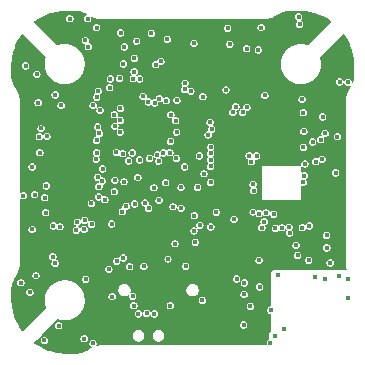
<source format=gbr>
%TF.GenerationSoftware,KiCad,Pcbnew,9.0.5*%
%TF.CreationDate,2025-10-07T19:58:37+02:00*%
%TF.ProjectId,Kolibri v0.6,4b6f6c69-6272-4692-9076-302e362e6b69,rev?*%
%TF.SameCoordinates,Original*%
%TF.FileFunction,Copper,L2,Inr*%
%TF.FilePolarity,Positive*%
%FSLAX46Y46*%
G04 Gerber Fmt 4.6, Leading zero omitted, Abs format (unit mm)*
G04 Created by KiCad (PCBNEW 9.0.5) date 2025-10-07 19:58:37*
%MOMM*%
%LPD*%
G01*
G04 APERTURE LIST*
%TA.AperFunction,ComponentPad*%
%ADD10O,1.200000X1.800000*%
%TD*%
%TA.AperFunction,ViaPad*%
%ADD11C,0.450000*%
%TD*%
G04 APERTURE END LIST*
D10*
%TO.N,GND*%
%TO.C,J1*%
X102270000Y-112797500D03*
X93630000Y-112797500D03*
%TD*%
D11*
%TO.N,/SPI0.MOSI*%
X111250000Y-98250000D03*
%TO.N,GND*%
X109250000Y-102500000D03*
%TO.N,+3V3*%
X107050000Y-102580000D03*
%TO.N,GND*%
X103200000Y-112000000D03*
X112900000Y-105050000D03*
X106050000Y-113200000D03*
X95750000Y-96800000D03*
X104135001Y-105356681D03*
X108500000Y-102650000D03*
X97700000Y-95400000D03*
X91849286Y-93011156D03*
X101267108Y-98546000D03*
X104550000Y-95850000D03*
X93834998Y-105072000D03*
X113500000Y-88250000D03*
X96750000Y-94250000D03*
X86450000Y-88750000D03*
X92850000Y-102450000D03*
X93350000Y-87750000D03*
X108550000Y-87300000D03*
X106700000Y-111230000D03*
X91100000Y-112200000D03*
X111249000Y-101600000D03*
X96650000Y-95250000D03*
X96100000Y-94100000D03*
X90885000Y-106972740D03*
X97476514Y-97050000D03*
X91080000Y-96510705D03*
X95747880Y-100893008D03*
X104350000Y-92650000D03*
X104900000Y-87000000D03*
X101700000Y-93600000D03*
X100635000Y-91100000D03*
X112500000Y-93500000D03*
X110200000Y-87850000D03*
X87850000Y-105350000D03*
X100113102Y-90169999D03*
X103350000Y-108650000D03*
X102900000Y-107000000D03*
X88650000Y-94000000D03*
X90515000Y-106550000D03*
X89169546Y-96605667D03*
X90515000Y-107373324D03*
X90550000Y-100900000D03*
X102379581Y-106702796D03*
X89248729Y-98280001D03*
X89730884Y-92959999D03*
X96700000Y-109050000D03*
X101330000Y-102300000D03*
X102250000Y-90250000D03*
X90850000Y-99500000D03*
X99711630Y-90561630D03*
X103082581Y-104444159D03*
X103393370Y-107306630D03*
X91080000Y-97035000D03*
X104450000Y-94650000D03*
X106835000Y-104850000D03*
X92950000Y-108650000D03*
X108100000Y-93500000D03*
X102300000Y-88050000D03*
X86550000Y-111650000D03*
X99350000Y-91070000D03*
X94850000Y-96750000D03*
X89150000Y-97150000D03*
X101112059Y-107970318D03*
X89100000Y-99100000D03*
X88550000Y-86800000D03*
X94339196Y-107539197D03*
X105350000Y-90200000D03*
X96500000Y-96000000D03*
X109850000Y-107150000D03*
X96750000Y-87100000D03*
X107650000Y-91550000D03*
X112700000Y-97100000D03*
X89850000Y-100350000D03*
X101500000Y-108550000D03*
X87800000Y-99350000D03*
X104050000Y-97900000D03*
X97956281Y-99885000D03*
X96478391Y-103729000D03*
%TO.N,+1V1*%
X97700000Y-90050000D03*
X99391787Y-94780000D03*
X97200000Y-97980000D03*
X94720000Y-94750000D03*
X98150000Y-89750000D03*
%TO.N,+3V3*%
X100950000Y-104115000D03*
X97100000Y-102200000D03*
X110650000Y-106600000D03*
X102450000Y-95500000D03*
X91653548Y-113250706D03*
X100975000Y-102830000D03*
X107451466Y-110835000D03*
X98750000Y-106500000D03*
X100950000Y-88250000D03*
X99500000Y-93050000D03*
X94720000Y-93750000D03*
X93975053Y-103533281D03*
X111179120Y-108020000D03*
X99480000Y-95750000D03*
X96650000Y-92720000D03*
X101796219Y-99266037D03*
X106950000Y-92650000D03*
X101400000Y-97770000D03*
X91082828Y-103367342D03*
X91750000Y-88000000D03*
X92900000Y-101240000D03*
X94720000Y-95750000D03*
X99450000Y-97980000D03*
X104350000Y-103130000D03*
X96350000Y-98100000D03*
%TO.N,Net-(U1-XIN)*%
X96200000Y-99600000D03*
%TO.N,Net-(C15-Pad2)*%
X97560000Y-100450000D03*
%TO.N,+4V5*%
X98016535Y-92918630D03*
X101650000Y-110000000D03*
X95421548Y-98185438D03*
%TO.N,+5V*%
X110125000Y-103846353D03*
X87750000Y-93265000D03*
X87850000Y-96150000D03*
X88285000Y-113400000D03*
X105720000Y-110500000D03*
X112950000Y-99200000D03*
X90435000Y-86150000D03*
X103980000Y-88311630D03*
X114000000Y-91550000D03*
X109885000Y-86632264D03*
X114015000Y-109813705D03*
X87570736Y-107898143D03*
X87650000Y-90850000D03*
X106508639Y-108853320D03*
X105221925Y-108515000D03*
X107415002Y-113600000D03*
X106635000Y-86900000D03*
X86300000Y-108500000D03*
%TO.N,/ELRS/WIFI_ANTENNA*%
X107800000Y-113000000D03*
%TO.N,Net-(IC1-DCC_FB)*%
X88440000Y-100300000D03*
X91700000Y-103220000D03*
%TO.N,Net-(IC5-BOOT)*%
X109600000Y-105330000D03*
%TO.N,Net-(IC5-SW_1)*%
X109050000Y-104300000D03*
X108400000Y-103850000D03*
X109000000Y-103800000D03*
X107850000Y-103900000D03*
%TO.N,+5V_BUCK*%
X102382658Y-103782828D03*
X104566434Y-108188629D03*
%TO.N,VCC*%
X106465000Y-106600000D03*
X110212500Y-94106105D03*
X94950000Y-106400000D03*
X94393117Y-106683594D03*
X92002181Y-88520630D03*
X113100000Y-96150000D03*
%TO.N,Net-(IC6-SW_1)*%
X92288370Y-103561630D03*
X91000000Y-104050000D03*
X91650000Y-104000000D03*
%TO.N,+10V*%
X110100000Y-92980000D03*
X103661834Y-92175000D03*
X89000000Y-106300000D03*
X89200000Y-106850000D03*
X106400000Y-88800000D03*
X94977261Y-89977261D03*
%TO.N,Net-(U5-VIN)*%
X102139999Y-95983949D03*
%TO.N,Net-(U5-VOUT)*%
X101700000Y-92750000D03*
%TO.N,Net-(U5-SAG)*%
X102308030Y-94905796D03*
%TO.N,Net-(U5-CLKIN)*%
X105434998Y-93650000D03*
%TO.N,Net-(U5-XFB)*%
X105062933Y-94085001D03*
%TO.N,/RP2350/LED*%
X98600000Y-93100000D03*
%TO.N,Net-(D1-DOUT)*%
X91940000Y-86150000D03*
%TO.N,Net-(D3-DOUT)*%
X86700000Y-90150000D03*
X87050000Y-109300000D03*
%TO.N,Net-(D5-DOUT)*%
X92400000Y-113650000D03*
X108550000Y-112400000D03*
%TO.N,Net-(D7-DOUT)*%
X113300000Y-91500000D03*
X114015000Y-108186921D03*
%TO.N,/Connectors/LED*%
X109800000Y-86000000D03*
%TO.N,/Spk.+*%
X98700000Y-87900000D03*
X95050000Y-88540000D03*
%TO.N,/Spk.-*%
X96100000Y-88050000D03*
X92700000Y-86900000D03*
%TO.N,/ELRS/RADIO_RST*%
X87450000Y-101050000D03*
X101449168Y-103630772D03*
%TO.N,/ELRS/RADIO_BUSY*%
X89050000Y-103700000D03*
X99856845Y-102186999D03*
%TO.N,/ELRS/RADIO_DIO1*%
X101063344Y-105072089D03*
X89600000Y-103750000D03*
%TO.N,/ELRS/RADIO_MISO*%
X93407058Y-101475135D03*
X98002022Y-101515000D03*
%TO.N,/ELRS/RADIO_MOSI*%
X99176000Y-102065000D03*
X92900000Y-100375000D03*
%TO.N,Net-(IC1-DCC_SW)*%
X92250000Y-101800000D03*
%TO.N,Net-(IC1-XTA)*%
X88300000Y-101300000D03*
%TO.N,Net-(IC1-XTB)*%
X88380573Y-102581913D03*
%TO.N,/ELRS/RADIO_SCK*%
X96800000Y-101750000D03*
X92782802Y-99570000D03*
%TO.N,Net-(IC5-RT{slash}SYNC)*%
X109714609Y-106184270D03*
%TO.N,Net-(IC6-RT{slash}SYNC)*%
X91784998Y-108200000D03*
%TO.N,Net-(J1-CC2)*%
X95860000Y-110450000D03*
%TO.N,+5V_USB*%
X108100000Y-107850000D03*
X100245871Y-107104129D03*
X95750000Y-109650000D03*
%TO.N,Net-(J1-CC1)*%
X98940000Y-110450000D03*
%TO.N,/USB.D-*%
X106892353Y-103343841D03*
X97600000Y-111150000D03*
%TO.N,/USB.D+*%
X96950000Y-111100000D03*
X106700000Y-103850000D03*
%TO.N,/Motor.3*%
X102359998Y-98105006D03*
X113187661Y-107912339D03*
X111681102Y-96400622D03*
%TO.N,/Motor.1*%
X102359998Y-97025000D03*
X112184998Y-104500000D03*
X111833921Y-94466105D03*
%TO.N,/Motor.4*%
X112050000Y-108200000D03*
X110991000Y-96590747D03*
X102359998Y-98645009D03*
%TO.N,/Motor.2*%
X102360250Y-97565003D03*
X112200000Y-105550000D03*
X112050000Y-95850000D03*
%TO.N,/U1.TX*%
X94382723Y-97482724D03*
X87250000Y-98700000D03*
X87251064Y-104001619D03*
%TO.N,/U1.RX*%
X92700000Y-97500000D03*
X87900000Y-97500000D03*
X86480000Y-101135000D03*
%TO.N,/I2C0.SDA*%
X98965000Y-96547978D03*
X89200000Y-92600000D03*
X98545803Y-100040069D03*
X88000000Y-95450000D03*
%TO.N,/I2C0.SCL*%
X102849545Y-102535000D03*
X88500000Y-96100000D03*
X89700000Y-93500000D03*
X99000000Y-94273947D03*
%TO.N,/U2.TX*%
X103800000Y-86950000D03*
X94912951Y-97585000D03*
%TO.N,/U2.RX*%
X105400000Y-88700000D03*
X92684889Y-98039789D03*
%TO.N,/SWDIO*%
X97958527Y-98212470D03*
%TO.N,/SWCLK*%
X94200000Y-100800000D03*
%TO.N,/U0.TX*%
X92700000Y-92800000D03*
X95512237Y-107142499D03*
%TO.N,/U0.RX*%
X96700000Y-107131445D03*
X94017243Y-109675605D03*
X92415000Y-93493376D03*
%TO.N,/RP2350/Speaker*%
X97350000Y-87400000D03*
X100200000Y-91600000D03*
%TO.N,Net-(U1-USB_DP)*%
X105950000Y-102520000D03*
X97076053Y-93200000D03*
%TO.N,Net-(U1-USB_DM)*%
X97610822Y-93275000D03*
X106472626Y-102655882D03*
%TO.N,Net-(U4-PR1)*%
X105200000Y-109485000D03*
%TO.N,Net-(U5-HSYNC)*%
X102359998Y-100007037D03*
%TO.N,Net-(U5-VSYNC)*%
X101250000Y-100425000D03*
%TO.N,Net-(U5-LOS)*%
X105959000Y-100160998D03*
%TO.N,Net-(U1-QSPI_SS)*%
X93800000Y-92000000D03*
%TO.N,/ELRS/ELRS_BUTTON*%
X105151574Y-112084013D03*
X95196988Y-102033513D03*
%TO.N,Net-(U1-QSPI_SD0)*%
X95880158Y-90649149D03*
%TO.N,Net-(U1-QSPI_SCLK)*%
X95818432Y-91234135D03*
%TO.N,Net-(U1-QSPI_SD1)*%
X93875000Y-91250000D03*
%TO.N,/RP2350/Gyro_SS*%
X110300000Y-99450000D03*
X92801440Y-95320487D03*
%TO.N,Net-(U1-QSPI_SD2)*%
X94660758Y-91212500D03*
%TO.N,/SPI1.SCLK*%
X95719080Y-97515002D03*
X105625006Y-97739141D03*
%TO.N,/SPI1.MISO*%
X93215841Y-98869248D03*
X107700000Y-102700000D03*
%TO.N,/SPI1.MOSI*%
X105800000Y-98250000D03*
X95025000Y-99950457D03*
%TO.N,Net-(U1-QSPI_SD3)*%
X96358133Y-91252190D03*
%TO.N,/RP2350/OSD_SS*%
X94250000Y-99826053D03*
X106250000Y-97765002D03*
%TO.N,/SPI0.SCLK*%
X93000000Y-93900000D03*
X110348000Y-98450000D03*
%TO.N,Net-(R33-Pad2)*%
X92848350Y-92280774D03*
X96250000Y-111150000D03*
%TO.N,+1V8*%
X110710233Y-103688956D03*
%TO.N,/ADC/VBat_ADC*%
X95900000Y-89510000D03*
X100685359Y-92285000D03*
%TO.N,Net-(C33-Pad1)*%
X99343390Y-105206020D03*
%TO.N,Net-(U8-+)*%
X94750000Y-87350000D03*
%TO.N,/ELRS/ELRS_LED_RGB*%
X93201000Y-99911630D03*
X95930000Y-101836630D03*
%TO.N,/Power/DCDC_EN*%
X100165000Y-92140676D03*
X99849501Y-100411189D03*
%TO.N,/SPI0.MISO*%
X94250729Y-95237932D03*
X111800000Y-98050000D03*
%TO.N,/SPI0.MOSI*%
X94200000Y-94285000D03*
%TO.N,/RP2350/Flash_SS*%
X100165000Y-98696498D03*
X110200000Y-97050000D03*
%TO.N,/SPI_Flash.SCLK*%
X104250000Y-94084998D03*
X97846514Y-97684214D03*
%TO.N,/SPI_Flash.IO0*%
X104500000Y-93600000D03*
X98360297Y-97517993D03*
%TO.N,/RP2350/Gyro_FSync*%
X110200000Y-100000000D03*
X92700000Y-96450000D03*
%TO.N,/SPI_Flash.IO1*%
X98900000Y-97500000D03*
X110250000Y-95700000D03*
%TO.N,/RP2350/Gyro_Int*%
X105997146Y-100701001D03*
X92934130Y-95867026D03*
%TO.N,/PWM.1*%
X112480659Y-106830456D03*
X94893258Y-102480000D03*
%TO.N,/PWM.2*%
X93750000Y-107350000D03*
X89500000Y-112150000D03*
%TD*%
%TA.AperFunction,Conductor*%
%TO.N,GND*%
G36*
X90998095Y-85487896D02*
G01*
X91076177Y-85489729D01*
X91078490Y-85489839D01*
X91149926Y-85494945D01*
X91152215Y-85495163D01*
X91220355Y-85503354D01*
X91222623Y-85503683D01*
X91287729Y-85514706D01*
X91289942Y-85515134D01*
X91352561Y-85528810D01*
X91354696Y-85529328D01*
X91415103Y-85545453D01*
X91417143Y-85546046D01*
X91475827Y-85564499D01*
X91477676Y-85565123D01*
X91533005Y-85585054D01*
X91535479Y-85586023D01*
X91649615Y-85634361D01*
X91652273Y-85635582D01*
X91762212Y-85690140D01*
X91764029Y-85691089D01*
X91774272Y-85696718D01*
X91874270Y-85751671D01*
X91875052Y-85752112D01*
X91877536Y-85753550D01*
X91900332Y-85783327D01*
X91895395Y-85820504D01*
X91865670Y-85843286D01*
X91865617Y-85843300D01*
X91865616Y-85843301D01*
X91865614Y-85843300D01*
X91818223Y-85856000D01*
X91818219Y-85856001D01*
X91746284Y-85897534D01*
X91746275Y-85897541D01*
X91687541Y-85956275D01*
X91687534Y-85956284D01*
X91646001Y-86028219D01*
X91645999Y-86028225D01*
X91624500Y-86108461D01*
X91624500Y-86191538D01*
X91645999Y-86271774D01*
X91646001Y-86271780D01*
X91687534Y-86343715D01*
X91687536Y-86343717D01*
X91687538Y-86343721D01*
X91746279Y-86402462D01*
X91746283Y-86402464D01*
X91746284Y-86402465D01*
X91818219Y-86443998D01*
X91818225Y-86444000D01*
X91898461Y-86465500D01*
X91898464Y-86465500D01*
X91981538Y-86465500D01*
X92061774Y-86444000D01*
X92061772Y-86444000D01*
X92061778Y-86443999D01*
X92133721Y-86402462D01*
X92192462Y-86343721D01*
X92232717Y-86273999D01*
X92233998Y-86271780D01*
X92234000Y-86271774D01*
X92255500Y-86191538D01*
X92255500Y-86108461D01*
X92255499Y-86108460D01*
X92240115Y-86051044D01*
X92242403Y-86033661D01*
X92243758Y-86016172D01*
X92244826Y-86015257D01*
X92245010Y-86013862D01*
X92258919Y-86003189D01*
X92272244Y-85991779D01*
X92273647Y-85991887D01*
X92274763Y-85991032D01*
X92309635Y-85994675D01*
X92309950Y-85994835D01*
X92317351Y-86000294D01*
X92317472Y-86000121D01*
X92321440Y-86002865D01*
X92352648Y-86016378D01*
X92382995Y-86031690D01*
X92389053Y-86032142D01*
X92396631Y-86035424D01*
X92396635Y-86035425D01*
X92443507Y-86055720D01*
X92451050Y-86060637D01*
X92451220Y-86060362D01*
X92455335Y-86062886D01*
X92455337Y-86062888D01*
X92473849Y-86069731D01*
X92486371Y-86074360D01*
X92488120Y-86075045D01*
X92488504Y-86075204D01*
X92519192Y-86088492D01*
X92520667Y-86088515D01*
X92525194Y-86090389D01*
X92527460Y-86091121D01*
X92527462Y-86091123D01*
X92560555Y-86101823D01*
X92562366Y-86102451D01*
X92594988Y-86114510D01*
X92599519Y-86116185D01*
X92599510Y-86116207D01*
X92635455Y-86126093D01*
X92637536Y-86126716D01*
X92662869Y-86134907D01*
X92670185Y-86137273D01*
X92674803Y-86138766D01*
X92674752Y-86138923D01*
X92675337Y-86139083D01*
X92675355Y-86139006D01*
X92697848Y-86144075D01*
X92713292Y-86147555D01*
X92715466Y-86148099D01*
X92748339Y-86157141D01*
X92748340Y-86157140D01*
X92751643Y-86158049D01*
X92758761Y-86159647D01*
X92760805Y-86160004D01*
X92760806Y-86160005D01*
X92794158Y-86165841D01*
X92796467Y-86166303D01*
X92829472Y-86173742D01*
X92829481Y-86173740D01*
X92829835Y-86173750D01*
X92844039Y-86176227D01*
X92844640Y-86176426D01*
X92844645Y-86176429D01*
X92878128Y-86180593D01*
X92880453Y-86180941D01*
X92913695Y-86186758D01*
X92913700Y-86186756D01*
X92915555Y-86186714D01*
X92929787Y-86188482D01*
X92931665Y-86189002D01*
X92931669Y-86189004D01*
X92965270Y-86191491D01*
X92967630Y-86191725D01*
X93001077Y-86195886D01*
X93001082Y-86195884D01*
X93004445Y-86195640D01*
X93010873Y-86195594D01*
X93018898Y-86196064D01*
X93021969Y-86197425D01*
X93056497Y-86198266D01*
X93057316Y-86198314D01*
X93057345Y-86198328D01*
X93058058Y-86198363D01*
X93080914Y-86200056D01*
X93091687Y-86200854D01*
X93091687Y-86200853D01*
X93091689Y-86200854D01*
X93091690Y-86200853D01*
X93096480Y-86200264D01*
X93096557Y-86200893D01*
X93103338Y-86199850D01*
X93109388Y-86199938D01*
X93110744Y-86200500D01*
X93147973Y-86200500D01*
X93148316Y-86200505D01*
X93148325Y-86200509D01*
X93148797Y-86200515D01*
X93185611Y-86201412D01*
X93185611Y-86201411D01*
X93185613Y-86201412D01*
X93185614Y-86201411D01*
X93186701Y-86201223D01*
X93195087Y-86200500D01*
X99959938Y-86200500D01*
X106811664Y-86200500D01*
X106814027Y-86201412D01*
X106851459Y-86200500D01*
X106888896Y-86200500D01*
X106893727Y-86200500D01*
X106893727Y-86201170D01*
X106902982Y-86201732D01*
X106903163Y-86200264D01*
X106907949Y-86200853D01*
X106907951Y-86200854D01*
X106907952Y-86200853D01*
X106907954Y-86200854D01*
X106920138Y-86199951D01*
X106941616Y-86198360D01*
X106942322Y-86198314D01*
X106943140Y-86198266D01*
X106977671Y-86197425D01*
X106980741Y-86196063D01*
X106988766Y-86195594D01*
X106990006Y-86196024D01*
X106995194Y-86195640D01*
X106998556Y-86195884D01*
X106998562Y-86195886D01*
X107031999Y-86191726D01*
X107034373Y-86191491D01*
X107067970Y-86189004D01*
X107067978Y-86188999D01*
X107069850Y-86188482D01*
X107075896Y-86187210D01*
X107083208Y-86186147D01*
X107085945Y-86186758D01*
X107119878Y-86180819D01*
X107120548Y-86180722D01*
X107120584Y-86180731D01*
X107121507Y-86180593D01*
X107154994Y-86176429D01*
X107154998Y-86176426D01*
X107155601Y-86176227D01*
X107169796Y-86173751D01*
X107170162Y-86173741D01*
X107170168Y-86173742D01*
X107203180Y-86166301D01*
X107204569Y-86166010D01*
X107205046Y-86165916D01*
X107238834Y-86160005D01*
X107240340Y-86159047D01*
X107246555Y-86157838D01*
X107247806Y-86158092D01*
X107248008Y-86158046D01*
X107251299Y-86157140D01*
X107251302Y-86157141D01*
X107284172Y-86148099D01*
X107286356Y-86147553D01*
X107319575Y-86140067D01*
X107319575Y-86140066D01*
X107320381Y-86139885D01*
X107323078Y-86138870D01*
X107328434Y-86137201D01*
X107329429Y-86137281D01*
X107362489Y-86126590D01*
X107362609Y-86126553D01*
X107362632Y-86126555D01*
X107364151Y-86126101D01*
X107397315Y-86116980D01*
X107397316Y-86116978D01*
X107400130Y-86116205D01*
X107400123Y-86116184D01*
X107404651Y-86114509D01*
X107404652Y-86114510D01*
X107437270Y-86102452D01*
X107439052Y-86101833D01*
X107472177Y-86091123D01*
X107472293Y-86091024D01*
X107476987Y-86089498D01*
X107477948Y-86089573D01*
X107480444Y-86088492D01*
X107480447Y-86088492D01*
X107510804Y-86075346D01*
X107513253Y-86074364D01*
X107544302Y-86062888D01*
X107544305Y-86062884D01*
X107548415Y-86060363D01*
X107548585Y-86060641D01*
X107556129Y-86055720D01*
X107610580Y-86032144D01*
X107616643Y-86031691D01*
X107646998Y-86016374D01*
X107678199Y-86002865D01*
X107678201Y-86002863D01*
X107682170Y-86000119D01*
X107682296Y-86000301D01*
X107689801Y-85994777D01*
X107731809Y-85973582D01*
X107739319Y-85971344D01*
X107739097Y-85970651D01*
X107743691Y-85969176D01*
X107743696Y-85969176D01*
X107762992Y-85958461D01*
X109484500Y-85958461D01*
X109484500Y-86041538D01*
X109505999Y-86121774D01*
X109506001Y-86121780D01*
X109547534Y-86193715D01*
X109547536Y-86193717D01*
X109547538Y-86193721D01*
X109606279Y-86252462D01*
X109606283Y-86252464D01*
X109606284Y-86252465D01*
X109628151Y-86265090D01*
X109678222Y-86293999D01*
X109678228Y-86294000D01*
X109680912Y-86295113D01*
X109707430Y-86321633D01*
X109707429Y-86359136D01*
X109693417Y-86377398D01*
X109693550Y-86377531D01*
X109692541Y-86378539D01*
X109691994Y-86379253D01*
X109691279Y-86379801D01*
X109632541Y-86438539D01*
X109632534Y-86438548D01*
X109591001Y-86510483D01*
X109590999Y-86510489D01*
X109569500Y-86590725D01*
X109569500Y-86673802D01*
X109590999Y-86754038D01*
X109591001Y-86754044D01*
X109632534Y-86825979D01*
X109632536Y-86825981D01*
X109632538Y-86825985D01*
X109691279Y-86884726D01*
X109691283Y-86884728D01*
X109691284Y-86884729D01*
X109763219Y-86926262D01*
X109763225Y-86926264D01*
X109843461Y-86947764D01*
X109843464Y-86947764D01*
X109926538Y-86947764D01*
X110006774Y-86926264D01*
X110006772Y-86926264D01*
X110006778Y-86926263D01*
X110078721Y-86884726D01*
X110137462Y-86825985D01*
X110177705Y-86756284D01*
X110178998Y-86754044D01*
X110179000Y-86754038D01*
X110200500Y-86673802D01*
X110200500Y-86590725D01*
X110179000Y-86510489D01*
X110178998Y-86510483D01*
X110137465Y-86438548D01*
X110137464Y-86438547D01*
X110137462Y-86438543D01*
X110078721Y-86379802D01*
X110078717Y-86379800D01*
X110078715Y-86379798D01*
X110006778Y-86338264D01*
X110004083Y-86337148D01*
X109977568Y-86310626D01*
X109977572Y-86273123D01*
X109991584Y-86254867D01*
X109991450Y-86254733D01*
X109992473Y-86253709D01*
X109993018Y-86253000D01*
X109993709Y-86252468D01*
X109993721Y-86252462D01*
X110052462Y-86193721D01*
X110093999Y-86121778D01*
X110099173Y-86102470D01*
X110115500Y-86041538D01*
X110115500Y-85958461D01*
X110094000Y-85878225D01*
X110093998Y-85878219D01*
X110052465Y-85806284D01*
X110052464Y-85806283D01*
X110052462Y-85806279D01*
X109993721Y-85747538D01*
X109993717Y-85747536D01*
X109993715Y-85747534D01*
X109921780Y-85706001D01*
X109921774Y-85705999D01*
X109841539Y-85684500D01*
X109841536Y-85684500D01*
X109758464Y-85684500D01*
X109758461Y-85684500D01*
X109678225Y-85705999D01*
X109678219Y-85706001D01*
X109606284Y-85747534D01*
X109606275Y-85747541D01*
X109547541Y-85806275D01*
X109547534Y-85806284D01*
X109506001Y-85878219D01*
X109505999Y-85878225D01*
X109484500Y-85958461D01*
X107762992Y-85958461D01*
X107774254Y-85952207D01*
X107775945Y-85951313D01*
X107788874Y-85944789D01*
X107807162Y-85935563D01*
X107807164Y-85935560D01*
X107810966Y-85932588D01*
X107811419Y-85933167D01*
X107817483Y-85928206D01*
X107855645Y-85907018D01*
X107863217Y-85903653D01*
X107863364Y-85903567D01*
X107863367Y-85903567D01*
X107895814Y-85884725D01*
X107896615Y-85884271D01*
X107929371Y-85866085D01*
X107929372Y-85866083D01*
X107929524Y-85865999D01*
X107936283Y-85861226D01*
X108012380Y-85817049D01*
X108012429Y-85817011D01*
X108124585Y-85752113D01*
X108125353Y-85751679D01*
X108235669Y-85691057D01*
X108237412Y-85690146D01*
X108347374Y-85635576D01*
X108349962Y-85634386D01*
X108464202Y-85586005D01*
X108466620Y-85585059D01*
X108521976Y-85565117D01*
X108523796Y-85564503D01*
X108582507Y-85546042D01*
X108584522Y-85545457D01*
X108644966Y-85529322D01*
X108647081Y-85528809D01*
X108709703Y-85515132D01*
X108711901Y-85514707D01*
X108777020Y-85503682D01*
X108779276Y-85503355D01*
X108847427Y-85495163D01*
X108849708Y-85494945D01*
X108921151Y-85489839D01*
X108923460Y-85489729D01*
X109001546Y-85487896D01*
X109002696Y-85487882D01*
X110126639Y-85487882D01*
X110130572Y-85488039D01*
X110306616Y-85502220D01*
X110308486Y-85502408D01*
X110488473Y-85524030D01*
X110490336Y-85524292D01*
X110668877Y-85552861D01*
X110670758Y-85553199D01*
X110759231Y-85570919D01*
X110847710Y-85588641D01*
X110849563Y-85589049D01*
X111024763Y-85631299D01*
X111026568Y-85631772D01*
X111147781Y-85666041D01*
X111199827Y-85680756D01*
X111201648Y-85681310D01*
X111228441Y-85690022D01*
X111372720Y-85736937D01*
X111374443Y-85737534D01*
X111543207Y-85799754D01*
X111544955Y-85800438D01*
X111711145Y-85869148D01*
X111712889Y-85869909D01*
X111760596Y-85891839D01*
X111876337Y-85945043D01*
X111877993Y-85945843D01*
X112038577Y-86027359D01*
X112040238Y-86028244D01*
X112173366Y-86102470D01*
X112197619Y-86115992D01*
X112199264Y-86116951D01*
X112214721Y-86126376D01*
X112353359Y-86210912D01*
X112354971Y-86211939D01*
X112505574Y-86312030D01*
X112507148Y-86313121D01*
X112576686Y-86363362D01*
X112596366Y-86395285D01*
X112587708Y-86431775D01*
X112582638Y-86437727D01*
X110630810Y-88389554D01*
X110596162Y-88403906D01*
X110577948Y-88400395D01*
X110574379Y-88398966D01*
X110574378Y-88398965D01*
X110574376Y-88398965D01*
X110574373Y-88398965D01*
X110572559Y-88398626D01*
X110565911Y-88396894D01*
X110564445Y-88396400D01*
X110563179Y-88395954D01*
X110562344Y-88395647D01*
X110561743Y-88395425D01*
X110555480Y-88392609D01*
X110553851Y-88391734D01*
X110542632Y-88388307D01*
X110542632Y-88388306D01*
X110541292Y-88387896D01*
X110529027Y-88383381D01*
X110526798Y-88383469D01*
X110520553Y-88381562D01*
X110520542Y-88381560D01*
X110519626Y-88381280D01*
X110519040Y-88381101D01*
X110517718Y-88380677D01*
X110516340Y-88380213D01*
X110510022Y-88377581D01*
X110508372Y-88376754D01*
X110497068Y-88373646D01*
X110494434Y-88372842D01*
X110483287Y-88369091D01*
X110481444Y-88368854D01*
X110474722Y-88367502D01*
X110473315Y-88367115D01*
X110472011Y-88366737D01*
X110470595Y-88366305D01*
X110464179Y-88363844D01*
X110462510Y-88363065D01*
X110451091Y-88360268D01*
X110448438Y-88359538D01*
X110437189Y-88356102D01*
X110435343Y-88355917D01*
X110428614Y-88354763D01*
X110427403Y-88354467D01*
X110427178Y-88354411D01*
X110425824Y-88354060D01*
X110424433Y-88353677D01*
X110417984Y-88351406D01*
X110416280Y-88350668D01*
X110404764Y-88348189D01*
X110403416Y-88347899D01*
X110390771Y-88344423D01*
X110388553Y-88344700D01*
X110382137Y-88343318D01*
X110381307Y-88343140D01*
X110380757Y-88343021D01*
X110379401Y-88342709D01*
X110377942Y-88342351D01*
X110371441Y-88340266D01*
X110369730Y-88339582D01*
X110358199Y-88337437D01*
X110355510Y-88336858D01*
X110344050Y-88334052D01*
X110342167Y-88333969D01*
X110335372Y-88333191D01*
X110333974Y-88332931D01*
X110332627Y-88332661D01*
X110331200Y-88332354D01*
X110324609Y-88330444D01*
X110322859Y-88329801D01*
X110311223Y-88327973D01*
X110311223Y-88327974D01*
X110309856Y-88327759D01*
X110297051Y-88325003D01*
X110294855Y-88325403D01*
X110288375Y-88324386D01*
X110288374Y-88324385D01*
X110286948Y-88324162D01*
X110285596Y-88323930D01*
X110284126Y-88323657D01*
X110277476Y-88321933D01*
X110275727Y-88321345D01*
X110275726Y-88321345D01*
X110275724Y-88321344D01*
X110275722Y-88321344D01*
X110264096Y-88319852D01*
X110261376Y-88319425D01*
X110249815Y-88317275D01*
X110247952Y-88317298D01*
X110241129Y-88316904D01*
X110239670Y-88316717D01*
X110238303Y-88316523D01*
X110236799Y-88316287D01*
X110230114Y-88314752D01*
X110228344Y-88314212D01*
X110216665Y-88313047D01*
X110216665Y-88313046D01*
X110215276Y-88312907D01*
X110202356Y-88310879D01*
X110200187Y-88311402D01*
X110193660Y-88310751D01*
X110193658Y-88310750D01*
X110193657Y-88310750D01*
X110192135Y-88310598D01*
X110190785Y-88310445D01*
X110189261Y-88310250D01*
X110182526Y-88308903D01*
X110180744Y-88308414D01*
X110180743Y-88308414D01*
X110180741Y-88308413D01*
X110180738Y-88308413D01*
X110167671Y-88307480D01*
X110154712Y-88305818D01*
X110152559Y-88306401D01*
X110146022Y-88305935D01*
X110146020Y-88305934D01*
X110144486Y-88305825D01*
X110143096Y-88305706D01*
X110141494Y-88305546D01*
X110134759Y-88304395D01*
X110132944Y-88303952D01*
X110121233Y-88303448D01*
X110121233Y-88303447D01*
X110119839Y-88303387D01*
X110106907Y-88302097D01*
X110104778Y-88302739D01*
X110098239Y-88302458D01*
X110098236Y-88302456D01*
X110098232Y-88302457D01*
X110096612Y-88302387D01*
X110095242Y-88302309D01*
X110093559Y-88302189D01*
X110086786Y-88301227D01*
X110084989Y-88300842D01*
X110073346Y-88300669D01*
X110070591Y-88300550D01*
X110058968Y-88299721D01*
X110057122Y-88299953D01*
X110050321Y-88300329D01*
X110048648Y-88300305D01*
X110047227Y-88300264D01*
X110045475Y-88300188D01*
X110039187Y-88298891D01*
X110039092Y-88299446D01*
X110034337Y-88298629D01*
X110020435Y-88298994D01*
X110020433Y-88298994D01*
X110018725Y-88299038D01*
X110010922Y-88298703D01*
X110009324Y-88299284D01*
X110003599Y-88299434D01*
X110003595Y-88299435D01*
X109999613Y-88299540D01*
X109997599Y-88299552D01*
X109958565Y-88298976D01*
X109949344Y-88299258D01*
X109948415Y-88299145D01*
X109914831Y-88301702D01*
X109913570Y-88301781D01*
X109912965Y-88301811D01*
X109878743Y-88302709D01*
X109876664Y-88303634D01*
X109869845Y-88303977D01*
X109868665Y-88303556D01*
X109863931Y-88303917D01*
X109863409Y-88303880D01*
X109829961Y-88308104D01*
X109827544Y-88308348D01*
X109793977Y-88310904D01*
X109793798Y-88310955D01*
X109788095Y-88312185D01*
X109781519Y-88313198D01*
X109779464Y-88312744D01*
X109745772Y-88318706D01*
X109745213Y-88318793D01*
X109745174Y-88318783D01*
X109743892Y-88318978D01*
X109709943Y-88323267D01*
X109697349Y-88325495D01*
X109663805Y-88333152D01*
X109662390Y-88333453D01*
X109661850Y-88333559D01*
X109628230Y-88339510D01*
X109626671Y-88340503D01*
X109620394Y-88341743D01*
X109619182Y-88341500D01*
X109616819Y-88342039D01*
X109582728Y-88351601D01*
X109580403Y-88352192D01*
X109547166Y-88359781D01*
X109542863Y-88361413D01*
X109536896Y-88363284D01*
X109535195Y-88363165D01*
X109502711Y-88374011D01*
X109502289Y-88374144D01*
X109502252Y-88374140D01*
X109500857Y-88374569D01*
X109465253Y-88384559D01*
X109459838Y-88386366D01*
X109425164Y-88399846D01*
X109423686Y-88400394D01*
X109423270Y-88400540D01*
X109390839Y-88411371D01*
X109389694Y-88412364D01*
X109383960Y-88414384D01*
X109382827Y-88414322D01*
X109348893Y-88429436D01*
X109346715Y-88430344D01*
X109314576Y-88442840D01*
X109311510Y-88444552D01*
X109306135Y-88447160D01*
X109304739Y-88447265D01*
X109274230Y-88462648D01*
X109273810Y-88462852D01*
X109273779Y-88462853D01*
X109272351Y-88463531D01*
X109236980Y-88479287D01*
X109236972Y-88479269D01*
X109235691Y-88479914D01*
X109235706Y-88479939D01*
X109201974Y-88499018D01*
X109200516Y-88499811D01*
X109200207Y-88499971D01*
X109169625Y-88515393D01*
X109168788Y-88516363D01*
X109163586Y-88519078D01*
X109162702Y-88519156D01*
X109131512Y-88538810D01*
X109129517Y-88540003D01*
X109099252Y-88557123D01*
X109097036Y-88558822D01*
X109092242Y-88562077D01*
X109091064Y-88562337D01*
X109063014Y-88581924D01*
X109062673Y-88582157D01*
X109062643Y-88582162D01*
X109061270Y-88583074D01*
X109028448Y-88603759D01*
X109028402Y-88603686D01*
X109027819Y-88604093D01*
X109027874Y-88604164D01*
X108997133Y-88627866D01*
X108995766Y-88628883D01*
X108995487Y-88629082D01*
X108967401Y-88648698D01*
X108966784Y-88649662D01*
X108962117Y-88653009D01*
X108961387Y-88653179D01*
X108933404Y-88676935D01*
X108931614Y-88678384D01*
X108903938Y-88699724D01*
X108902240Y-88701459D01*
X108898017Y-88705305D01*
X108896975Y-88705696D01*
X108871980Y-88729022D01*
X108871673Y-88729303D01*
X108871647Y-88729312D01*
X108870390Y-88730432D01*
X108840780Y-88755572D01*
X108840708Y-88755487D01*
X108840394Y-88755781D01*
X108840475Y-88755860D01*
X108813345Y-88783673D01*
X108812129Y-88784877D01*
X108811886Y-88785108D01*
X108786837Y-88808489D01*
X108786380Y-88809492D01*
X108782255Y-88813436D01*
X108781581Y-88813697D01*
X108757230Y-88841131D01*
X108755665Y-88842813D01*
X108728552Y-88870616D01*
X108728473Y-88870539D01*
X108728154Y-88870898D01*
X108728238Y-88870966D01*
X108703856Y-88901188D01*
X108702370Y-88902945D01*
X108679793Y-88928385D01*
X108679792Y-88928386D01*
X108676592Y-88931993D01*
X108676515Y-88931924D01*
X108676156Y-88932368D01*
X108676236Y-88932427D01*
X108653318Y-88963751D01*
X108651911Y-88965582D01*
X108627535Y-88995802D01*
X108627464Y-88995745D01*
X108627044Y-88996319D01*
X108627116Y-88996367D01*
X108605713Y-89028730D01*
X108604389Y-89030632D01*
X108581480Y-89061947D01*
X108581420Y-89061903D01*
X108580919Y-89062660D01*
X108580978Y-89062695D01*
X108578512Y-89066838D01*
X108578512Y-89066839D01*
X108576409Y-89070374D01*
X108561153Y-89096012D01*
X108559917Y-89097981D01*
X108538527Y-89130330D01*
X108538482Y-89130300D01*
X108537895Y-89131286D01*
X108537936Y-89131308D01*
X108519734Y-89165512D01*
X108518589Y-89167546D01*
X108498773Y-89200854D01*
X108498747Y-89200839D01*
X108498074Y-89202104D01*
X108498093Y-89202113D01*
X108481571Y-89237112D01*
X108480519Y-89239209D01*
X108462324Y-89273408D01*
X108461481Y-89275193D01*
X108446748Y-89310752D01*
X108445792Y-89312911D01*
X108429566Y-89347287D01*
X108428140Y-89350731D01*
X108415392Y-89386284D01*
X108414537Y-89388499D01*
X108400294Y-89422877D01*
X108398370Y-89428246D01*
X108387598Y-89463631D01*
X108386847Y-89465896D01*
X108374587Y-89500092D01*
X108372289Y-89507645D01*
X108363481Y-89542661D01*
X108362839Y-89544973D01*
X108352535Y-89578829D01*
X108350036Y-89588770D01*
X108343144Y-89623270D01*
X108342613Y-89625622D01*
X108334219Y-89658997D01*
X108331723Y-89671494D01*
X108326684Y-89705371D01*
X108326268Y-89707757D01*
X108319667Y-89740808D01*
X108319667Y-89740944D01*
X108317563Y-89755100D01*
X108317510Y-89755273D01*
X108314214Y-89788801D01*
X108313916Y-89791214D01*
X108308960Y-89824534D01*
X108308986Y-89825058D01*
X108307587Y-89839299D01*
X108307452Y-89839837D01*
X108305830Y-89873468D01*
X108305652Y-89875899D01*
X108302358Y-89909410D01*
X108302832Y-89914209D01*
X108302389Y-89914252D01*
X108303449Y-89922821D01*
X108302842Y-89935411D01*
X108302505Y-89937685D01*
X108301899Y-89949577D01*
X108299357Y-89961395D01*
X108298833Y-89964325D01*
X108298833Y-89964327D01*
X108298833Y-89964328D01*
X108299034Y-89974636D01*
X108299368Y-89991644D01*
X108299322Y-89994921D01*
X108299302Y-89995328D01*
X108298384Y-90009704D01*
X108298592Y-90010318D01*
X108298351Y-90015426D01*
X108298314Y-90015503D01*
X108298328Y-90015866D01*
X108297905Y-90023362D01*
X108298014Y-90025809D01*
X108297806Y-90029895D01*
X108298505Y-90034672D01*
X108298217Y-90034714D01*
X108299231Y-90039713D01*
X108300790Y-90066142D01*
X108300866Y-90068068D01*
X108301363Y-90093462D01*
X108301205Y-90097499D01*
X108301315Y-90098615D01*
X108301540Y-90102440D01*
X108301562Y-90103556D01*
X108302195Y-90107562D01*
X108304683Y-90132825D01*
X108304834Y-90134743D01*
X108306324Y-90160011D01*
X108306324Y-90164084D01*
X108306480Y-90165210D01*
X108306854Y-90169006D01*
X108306922Y-90170165D01*
X108307718Y-90174164D01*
X108310120Y-90191536D01*
X108311186Y-90199247D01*
X108311411Y-90201153D01*
X108313889Y-90226312D01*
X108314049Y-90230396D01*
X108314252Y-90231530D01*
X108314774Y-90235304D01*
X108314890Y-90236480D01*
X108315845Y-90240458D01*
X108320284Y-90265337D01*
X108320584Y-90267232D01*
X108324047Y-90292274D01*
X108324590Y-90296206D01*
X108324477Y-90296844D01*
X108325024Y-90299345D01*
X108325283Y-90301214D01*
X108325286Y-90301230D01*
X108325448Y-90302401D01*
X108326556Y-90306330D01*
X108331968Y-90331010D01*
X108332343Y-90332897D01*
X108336791Y-90357820D01*
X108337488Y-90361724D01*
X108337399Y-90362371D01*
X108338046Y-90364853D01*
X108338382Y-90366736D01*
X108338384Y-90366744D01*
X108338584Y-90367864D01*
X108339836Y-90371716D01*
X108339850Y-90371770D01*
X108346230Y-90396229D01*
X108346679Y-90398103D01*
X108352112Y-90422888D01*
X108352113Y-90422888D01*
X108352958Y-90426744D01*
X108352896Y-90427382D01*
X108353627Y-90429795D01*
X108354037Y-90431662D01*
X108354280Y-90432771D01*
X108355681Y-90436569D01*
X108363043Y-90460849D01*
X108363564Y-90462699D01*
X108372395Y-90496554D01*
X108372983Y-90497767D01*
X108375370Y-90503628D01*
X108378506Y-90513021D01*
X108380459Y-90521217D01*
X108386097Y-90537064D01*
X108386822Y-90539269D01*
X108390957Y-90552904D01*
X108390957Y-90552936D01*
X108391006Y-90553067D01*
X108391457Y-90554555D01*
X108391460Y-90554562D01*
X108393157Y-90560159D01*
X108393472Y-90560748D01*
X108396086Y-90566509D01*
X108398138Y-90571937D01*
X108398781Y-90573743D01*
X108400603Y-90579199D01*
X108401756Y-90583649D01*
X108403213Y-90587286D01*
X108404198Y-90589971D01*
X108405449Y-90593715D01*
X108407442Y-90597846D01*
X108409587Y-90603200D01*
X108410267Y-90604999D01*
X108412191Y-90610407D01*
X108413432Y-90614837D01*
X108413726Y-90615531D01*
X108415534Y-90619802D01*
X108417076Y-90624135D01*
X108417626Y-90624744D01*
X108419394Y-90628920D01*
X108419398Y-90628928D01*
X108421654Y-90634254D01*
X108422357Y-90636010D01*
X108424074Y-90640553D01*
X108424396Y-90641405D01*
X108425713Y-90645779D01*
X108427318Y-90649372D01*
X108428404Y-90652011D01*
X108429542Y-90655018D01*
X108429809Y-90655725D01*
X108431966Y-90659779D01*
X108434294Y-90664991D01*
X108435039Y-90666752D01*
X108437195Y-90672135D01*
X108438603Y-90676498D01*
X108438926Y-90677184D01*
X108440893Y-90681366D01*
X108442608Y-90685648D01*
X108443183Y-90686237D01*
X108445114Y-90690343D01*
X108445116Y-90690346D01*
X108447572Y-90695566D01*
X108448356Y-90697323D01*
X108450597Y-90702616D01*
X108452096Y-90706965D01*
X108453847Y-90710506D01*
X108453846Y-90710506D01*
X108454491Y-90711811D01*
X108456275Y-90716023D01*
X108456858Y-90716596D01*
X108458875Y-90720674D01*
X108458880Y-90720683D01*
X108461435Y-90725852D01*
X108462248Y-90727582D01*
X108465689Y-90735286D01*
X108466506Y-90737501D01*
X108467019Y-90738484D01*
X108468317Y-90741169D01*
X108470568Y-90746210D01*
X108473868Y-90751608D01*
X108474035Y-90751928D01*
X108474936Y-90753744D01*
X108480465Y-90765500D01*
X108481115Y-90767165D01*
X108481372Y-90767635D01*
X108482696Y-90770244D01*
X108483610Y-90772186D01*
X108484545Y-90774300D01*
X108492881Y-90794426D01*
X108493623Y-90795536D01*
X108498487Y-90801539D01*
X108500054Y-90803949D01*
X108500807Y-90805472D01*
X108501356Y-90805952D01*
X108503392Y-90809084D01*
X108503442Y-90809357D01*
X108504831Y-90811440D01*
X108507344Y-90815828D01*
X108508251Y-90817485D01*
X108510896Y-90822554D01*
X108510898Y-90822557D01*
X108512739Y-90826768D01*
X108514775Y-90830168D01*
X108516169Y-90832659D01*
X108518009Y-90836183D01*
X108520642Y-90839961D01*
X108523571Y-90844851D01*
X108524525Y-90846517D01*
X108527258Y-90851514D01*
X108529187Y-90855698D01*
X108529582Y-90856330D01*
X108529583Y-90856332D01*
X108532058Y-90860286D01*
X108534283Y-90864353D01*
X108534927Y-90864870D01*
X108537350Y-90868742D01*
X108540376Y-90873577D01*
X108541357Y-90875214D01*
X108544182Y-90880145D01*
X108546196Y-90884297D01*
X108546603Y-90884921D01*
X108546604Y-90884922D01*
X108549150Y-90888818D01*
X108551460Y-90892851D01*
X108552116Y-90893358D01*
X108554602Y-90897163D01*
X108554605Y-90897167D01*
X108557746Y-90901973D01*
X108558725Y-90903537D01*
X108561671Y-90908454D01*
X108563758Y-90912555D01*
X108564181Y-90913175D01*
X108566798Y-90917014D01*
X108569189Y-90921005D01*
X108569856Y-90921499D01*
X108572428Y-90925271D01*
X108572428Y-90925272D01*
X108572432Y-90925277D01*
X108575641Y-90929985D01*
X108576685Y-90931582D01*
X108579705Y-90936406D01*
X108581875Y-90940471D01*
X108584173Y-90943704D01*
X108585005Y-90944874D01*
X108587469Y-90948810D01*
X108588144Y-90949290D01*
X108590786Y-90953006D01*
X108590786Y-90953007D01*
X108590789Y-90953011D01*
X108594072Y-90957630D01*
X108595153Y-90959215D01*
X108599285Y-90965539D01*
X108600694Y-90968058D01*
X108601499Y-90969145D01*
X108601500Y-90969146D01*
X108601872Y-90969649D01*
X108603491Y-90971974D01*
X108606287Y-90976252D01*
X108606288Y-90976252D01*
X108608828Y-90980140D01*
X108613077Y-90988189D01*
X108615869Y-90994930D01*
X108629265Y-91008325D01*
X108634557Y-91014586D01*
X108638059Y-91019513D01*
X108639754Y-91022283D01*
X108641228Y-91024118D01*
X108642963Y-91026413D01*
X108645801Y-91030406D01*
X108649468Y-91034378D01*
X108653236Y-91039071D01*
X108654402Y-91040583D01*
X108657862Y-91045254D01*
X108660325Y-91049107D01*
X108662815Y-91052085D01*
X108664602Y-91054355D01*
X108666923Y-91057490D01*
X108670084Y-91060784D01*
X108673822Y-91065256D01*
X108675010Y-91066735D01*
X108678592Y-91071379D01*
X108681123Y-91075173D01*
X108683670Y-91078101D01*
X108685493Y-91080326D01*
X108686326Y-91081406D01*
X108687419Y-91082823D01*
X108687881Y-91083421D01*
X108691109Y-91086655D01*
X108694959Y-91091082D01*
X108696161Y-91092520D01*
X108699806Y-91097059D01*
X108702426Y-91100824D01*
X108705034Y-91103707D01*
X108706022Y-91104798D01*
X108708875Y-91108351D01*
X108709589Y-91108742D01*
X108712630Y-91112103D01*
X108712632Y-91112105D01*
X108712863Y-91112360D01*
X108716569Y-91116456D01*
X108717794Y-91117865D01*
X108721540Y-91122346D01*
X108724212Y-91126032D01*
X108726869Y-91128855D01*
X108728779Y-91131008D01*
X108730815Y-91133444D01*
X108731300Y-91134024D01*
X108734664Y-91137140D01*
X108738635Y-91141361D01*
X108739918Y-91142779D01*
X108743758Y-91147194D01*
X108746520Y-91150850D01*
X108747130Y-91151473D01*
X108750266Y-91154677D01*
X108753249Y-91158107D01*
X108753978Y-91158470D01*
X108755094Y-91159610D01*
X108757150Y-91161711D01*
X108757150Y-91161712D01*
X108761264Y-91165915D01*
X108762568Y-91167300D01*
X108765880Y-91170961D01*
X108766444Y-91171584D01*
X108769649Y-91175675D01*
X108772901Y-91178857D01*
X108773977Y-91179910D01*
X108776166Y-91182330D01*
X108776717Y-91182591D01*
X108785011Y-91190707D01*
X108786413Y-91192137D01*
X108790593Y-91196581D01*
X108793319Y-91199902D01*
X108795725Y-91202166D01*
X108797830Y-91204271D01*
X108800108Y-91206692D01*
X108803441Y-91209426D01*
X108807861Y-91213586D01*
X108809295Y-91214993D01*
X108814471Y-91220281D01*
X108816955Y-91223187D01*
X108817672Y-91223836D01*
X108817673Y-91223837D01*
X108818999Y-91225036D01*
X108821138Y-91227093D01*
X108823766Y-91229778D01*
X108824323Y-91230189D01*
X108826117Y-91231613D01*
X108826281Y-91231909D01*
X108828525Y-91233655D01*
X108832720Y-91237450D01*
X108834124Y-91238771D01*
X108838287Y-91242846D01*
X108841318Y-91246249D01*
X108841889Y-91246746D01*
X108841890Y-91246747D01*
X108842795Y-91247534D01*
X108844254Y-91248803D01*
X108846371Y-91250757D01*
X108849160Y-91253487D01*
X108852807Y-91256241D01*
X108857181Y-91260046D01*
X108857203Y-91260065D01*
X108858601Y-91261330D01*
X108862864Y-91265341D01*
X108865972Y-91268696D01*
X108866553Y-91269182D01*
X108866554Y-91269183D01*
X108870078Y-91272128D01*
X108873404Y-91275258D01*
X108874169Y-91275548D01*
X108876791Y-91277739D01*
X108877651Y-91278458D01*
X108882129Y-91282200D01*
X108883583Y-91283464D01*
X108887886Y-91287357D01*
X108891059Y-91290651D01*
X108891650Y-91291125D01*
X108891651Y-91291127D01*
X108895228Y-91293999D01*
X108898622Y-91297070D01*
X108899394Y-91297345D01*
X108902931Y-91300185D01*
X108902933Y-91300187D01*
X108907463Y-91303824D01*
X108908947Y-91305065D01*
X108913346Y-91308892D01*
X108916571Y-91312112D01*
X108919653Y-91314489D01*
X108921877Y-91316311D01*
X108924255Y-91318379D01*
X108924256Y-91318379D01*
X108924831Y-91318879D01*
X108928632Y-91321415D01*
X108933247Y-91324975D01*
X108934736Y-91326171D01*
X108939205Y-91329905D01*
X108942508Y-91333075D01*
X108943121Y-91333529D01*
X108943122Y-91333530D01*
X108946804Y-91336256D01*
X108950309Y-91339186D01*
X108951090Y-91339430D01*
X108959455Y-91345625D01*
X108960941Y-91346771D01*
X108962584Y-91348090D01*
X108965612Y-91350522D01*
X108969595Y-91354198D01*
X108969973Y-91354466D01*
X108969974Y-91354468D01*
X108973600Y-91357045D01*
X108973599Y-91357045D01*
X108974743Y-91357858D01*
X108974773Y-91357879D01*
X108976764Y-91359478D01*
X108977200Y-91359604D01*
X108978108Y-91360249D01*
X108985214Y-91365300D01*
X108991537Y-91370655D01*
X109003475Y-91382639D01*
X109004739Y-91383908D01*
X109011690Y-91386802D01*
X109019713Y-91391057D01*
X109023732Y-91393692D01*
X109023744Y-91393710D01*
X109027906Y-91396430D01*
X109028115Y-91396567D01*
X109028118Y-91396571D01*
X109030387Y-91398150D01*
X109030859Y-91398500D01*
X109030860Y-91398500D01*
X109031976Y-91399326D01*
X109034473Y-91400721D01*
X109040766Y-91404833D01*
X109042342Y-91405908D01*
X109046986Y-91409209D01*
X109050547Y-91412129D01*
X109053890Y-91414221D01*
X109056285Y-91415819D01*
X109059530Y-91418125D01*
X109063587Y-91420291D01*
X109068413Y-91423312D01*
X109070010Y-91424356D01*
X109070933Y-91424985D01*
X109074721Y-91427567D01*
X109078350Y-91430426D01*
X109081753Y-91432464D01*
X109082987Y-91433203D01*
X109086818Y-91435815D01*
X109087630Y-91435984D01*
X109096478Y-91441284D01*
X109098011Y-91442243D01*
X109102825Y-91445389D01*
X109106491Y-91448163D01*
X109107144Y-91448537D01*
X109107146Y-91448539D01*
X109111182Y-91450851D01*
X109115074Y-91453394D01*
X109115891Y-91453547D01*
X109119858Y-91455819D01*
X109124772Y-91458634D01*
X109126412Y-91459616D01*
X109131261Y-91462651D01*
X109134986Y-91465357D01*
X109135646Y-91465718D01*
X109135647Y-91465719D01*
X109139727Y-91467951D01*
X109143662Y-91470414D01*
X109144481Y-91470551D01*
X109153513Y-91475492D01*
X109155142Y-91476425D01*
X109160023Y-91479349D01*
X109160037Y-91479357D01*
X109163830Y-91481999D01*
X109164487Y-91482342D01*
X109164489Y-91482344D01*
X109168632Y-91484506D01*
X109172585Y-91486874D01*
X109173400Y-91486994D01*
X109182553Y-91491770D01*
X109184190Y-91492666D01*
X109188566Y-91495173D01*
X109194076Y-91498846D01*
X109198343Y-91502127D01*
X109198325Y-91502150D01*
X109201547Y-91504461D01*
X109201564Y-91504437D01*
X109205571Y-91507114D01*
X109205575Y-91507118D01*
X109208818Y-91508461D01*
X109225683Y-91515446D01*
X109227750Y-91516359D01*
X109229797Y-91517322D01*
X109232382Y-91518635D01*
X109232921Y-91518929D01*
X109234587Y-91519575D01*
X109246317Y-91525093D01*
X109247992Y-91525921D01*
X109248279Y-91526071D01*
X109253784Y-91529428D01*
X109258842Y-91531687D01*
X109261541Y-91532993D01*
X109262554Y-91533522D01*
X109264774Y-91534336D01*
X109272416Y-91537750D01*
X109274147Y-91538565D01*
X109279322Y-91541124D01*
X109283276Y-91543430D01*
X109283976Y-91543726D01*
X109283977Y-91543727D01*
X109286881Y-91544956D01*
X109289503Y-91546158D01*
X109292355Y-91547569D01*
X109292356Y-91547569D01*
X109293032Y-91547903D01*
X109297373Y-91549399D01*
X109302675Y-91551644D01*
X109304421Y-91552423D01*
X109309639Y-91554877D01*
X109313652Y-91557114D01*
X109314350Y-91557393D01*
X109314352Y-91557395D01*
X109318649Y-91559116D01*
X109322812Y-91561074D01*
X109323633Y-91561111D01*
X109327850Y-91562801D01*
X109327858Y-91562804D01*
X109333248Y-91564963D01*
X109335006Y-91565708D01*
X109340216Y-91568034D01*
X109344276Y-91570194D01*
X109347935Y-91571576D01*
X109350609Y-91572677D01*
X109353521Y-91573978D01*
X109353522Y-91573978D01*
X109354214Y-91574287D01*
X109358614Y-91575612D01*
X109363961Y-91577633D01*
X109365731Y-91578341D01*
X109371070Y-91580602D01*
X109375149Y-91582671D01*
X109375867Y-91582926D01*
X109375869Y-91582928D01*
X109378856Y-91583990D01*
X109381527Y-91585030D01*
X109384469Y-91586276D01*
X109384470Y-91586276D01*
X109385167Y-91586571D01*
X109389592Y-91587809D01*
X109394984Y-91589728D01*
X109396767Y-91590401D01*
X109402152Y-91592558D01*
X109406296Y-91594558D01*
X109407004Y-91594794D01*
X109407005Y-91594795D01*
X109411405Y-91596263D01*
X109415658Y-91597967D01*
X109416478Y-91597957D01*
X109426323Y-91601243D01*
X109428066Y-91601863D01*
X109433512Y-91603921D01*
X109439269Y-91606535D01*
X109439845Y-91606843D01*
X109445266Y-91608486D01*
X109446899Y-91608981D01*
X109447067Y-91609045D01*
X109447104Y-91609043D01*
X109460729Y-91613175D01*
X109462916Y-91613896D01*
X109478776Y-91619538D01*
X109486986Y-91621492D01*
X109496358Y-91624621D01*
X109502217Y-91627008D01*
X109503442Y-91627601D01*
X109503444Y-91627603D01*
X109524726Y-91633153D01*
X109537276Y-91636426D01*
X109539129Y-91636948D01*
X109563435Y-91644318D01*
X109563434Y-91644318D01*
X109567215Y-91645464D01*
X109567737Y-91645828D01*
X109570179Y-91646363D01*
X109572618Y-91647103D01*
X109572622Y-91647102D01*
X109573118Y-91647253D01*
X109577131Y-91647887D01*
X109601939Y-91653327D01*
X109603737Y-91653759D01*
X109628281Y-91660159D01*
X109632153Y-91661418D01*
X109633258Y-91661615D01*
X109637038Y-91662443D01*
X109637633Y-91662599D01*
X109637633Y-91662598D01*
X109638128Y-91662728D01*
X109642161Y-91663203D01*
X109667116Y-91667657D01*
X109668981Y-91668029D01*
X109693672Y-91673444D01*
X109697594Y-91674549D01*
X109698101Y-91674619D01*
X109698103Y-91674620D01*
X109698720Y-91674705D01*
X109702506Y-91675381D01*
X109703640Y-91675629D01*
X109707736Y-91675951D01*
X109732782Y-91679414D01*
X109734618Y-91679704D01*
X109759529Y-91684150D01*
X109759531Y-91684151D01*
X109763451Y-91684850D01*
X109764027Y-91685159D01*
X109766585Y-91685410D01*
X109768488Y-91685750D01*
X109768494Y-91685751D01*
X109768864Y-91685817D01*
X109769105Y-91685860D01*
X109769105Y-91685859D01*
X109769605Y-91685949D01*
X109773673Y-91686108D01*
X109798874Y-91688589D01*
X109800694Y-91688804D01*
X109829748Y-91692822D01*
X109830331Y-91693105D01*
X109832878Y-91693255D01*
X109835408Y-91693605D01*
X109835409Y-91693604D01*
X109835914Y-91693674D01*
X109839987Y-91693674D01*
X109865302Y-91695166D01*
X109867155Y-91695312D01*
X109896361Y-91698188D01*
X109896957Y-91698449D01*
X109899513Y-91698499D01*
X109901991Y-91698743D01*
X109901992Y-91698742D01*
X109902523Y-91698795D01*
X109906535Y-91698636D01*
X109931955Y-91699133D01*
X109933857Y-91699208D01*
X109968768Y-91701268D01*
X109968775Y-91701265D01*
X109969569Y-91701156D01*
X109975756Y-91700695D01*
X109979925Y-91700650D01*
X109986414Y-91701170D01*
X109987516Y-91701141D01*
X109987518Y-91701142D01*
X110005408Y-91700678D01*
X110011912Y-91701100D01*
X110012998Y-91701055D01*
X110013002Y-91701057D01*
X110017091Y-91700889D01*
X110019992Y-91700858D01*
X110035675Y-91701166D01*
X110035678Y-91701164D01*
X110036119Y-91701086D01*
X110042002Y-91700396D01*
X110050351Y-91699929D01*
X110052482Y-91699859D01*
X110060336Y-91699773D01*
X110062085Y-91699881D01*
X110062613Y-91699843D01*
X110062651Y-91699841D01*
X110064179Y-91699731D01*
X110064268Y-91699731D01*
X110064282Y-91699724D01*
X110067100Y-91699523D01*
X110075768Y-91698907D01*
X110077916Y-91698803D01*
X110085850Y-91698598D01*
X110087566Y-91698677D01*
X110088009Y-91698638D01*
X110091119Y-91698463D01*
X110091737Y-91698447D01*
X110093468Y-91698166D01*
X110101179Y-91697503D01*
X110103302Y-91697369D01*
X110113056Y-91696971D01*
X110114829Y-91696899D01*
X110114850Y-91696906D01*
X110114962Y-91696894D01*
X110116486Y-91696833D01*
X110116487Y-91696833D01*
X110116524Y-91696831D01*
X110117023Y-91696811D01*
X110118733Y-91696512D01*
X110126586Y-91695718D01*
X110128772Y-91695547D01*
X110136743Y-91695101D01*
X110136800Y-91695097D01*
X110136887Y-91695092D01*
X110140249Y-91694911D01*
X110140260Y-91694915D01*
X110140313Y-91694908D01*
X110141975Y-91694819D01*
X110141994Y-91694825D01*
X110142228Y-91694806D01*
X110142471Y-91694794D01*
X110144261Y-91694448D01*
X110150520Y-91693721D01*
X110152017Y-91693547D01*
X110154188Y-91693343D01*
X110155577Y-91693245D01*
X110162713Y-91693886D01*
X110162736Y-91693462D01*
X110167554Y-91693719D01*
X110167559Y-91693721D01*
X110180512Y-91691859D01*
X110190965Y-91691487D01*
X110204017Y-91692420D01*
X110220652Y-91686881D01*
X110229150Y-91684873D01*
X110233994Y-91684177D01*
X110242377Y-91684434D01*
X110242381Y-91683902D01*
X110247202Y-91683935D01*
X110247208Y-91683937D01*
X110270824Y-91679412D01*
X110280673Y-91677525D01*
X110282443Y-91677219D01*
X110282605Y-91677194D01*
X110316636Y-91672306D01*
X110317427Y-91671836D01*
X110322910Y-91670993D01*
X110323406Y-91671114D01*
X110325668Y-91670570D01*
X110325672Y-91670571D01*
X110358819Y-91662606D01*
X110361014Y-91662132D01*
X110394506Y-91655716D01*
X110394509Y-91655714D01*
X110395699Y-91655486D01*
X110396870Y-91655086D01*
X110402088Y-91653620D01*
X110402850Y-91653705D01*
X110435947Y-91644110D01*
X110435988Y-91644099D01*
X110436010Y-91644101D01*
X110437740Y-91643643D01*
X110470957Y-91635663D01*
X110470959Y-91635661D01*
X110474794Y-91634740D01*
X110478649Y-91633426D01*
X110478654Y-91633427D01*
X110511036Y-91622396D01*
X110512817Y-91621829D01*
X110545887Y-91612245D01*
X110546310Y-91611906D01*
X110551330Y-91610419D01*
X110551433Y-91610429D01*
X110552981Y-91609820D01*
X110552985Y-91609821D01*
X110584794Y-91597327D01*
X110586857Y-91596572D01*
X110616223Y-91586571D01*
X110620616Y-91585075D01*
X110620650Y-91585058D01*
X110625346Y-91582986D01*
X110625757Y-91582975D01*
X110657154Y-91568955D01*
X110657164Y-91568955D01*
X110658958Y-91568203D01*
X110690842Y-91555682D01*
X110690844Y-91555679D01*
X110693838Y-91554504D01*
X110696871Y-91552980D01*
X110696875Y-91552980D01*
X110727479Y-91537608D01*
X110729337Y-91536724D01*
X110760691Y-91522727D01*
X110760860Y-91522548D01*
X110764472Y-91520924D01*
X110766255Y-91519924D01*
X110766260Y-91519924D01*
X110796185Y-91503156D01*
X110798035Y-91502174D01*
X110828676Y-91486787D01*
X110828677Y-91486784D01*
X110830637Y-91485801D01*
X110833677Y-91483919D01*
X110833825Y-91483895D01*
X110862994Y-91465777D01*
X110862996Y-91465777D01*
X110864779Y-91464724D01*
X110894715Y-91447953D01*
X110894716Y-91447950D01*
X110897110Y-91446610D01*
X110899482Y-91444984D01*
X110899484Y-91444984D01*
X110927794Y-91425588D01*
X110929550Y-91424441D01*
X110958732Y-91406318D01*
X110958754Y-91406286D01*
X110961093Y-91404833D01*
X110963156Y-91403279D01*
X110963161Y-91403278D01*
X110990616Y-91382606D01*
X110992320Y-91381382D01*
X111020646Y-91361978D01*
X111020647Y-91361975D01*
X111022723Y-91360554D01*
X111024765Y-91358868D01*
X111024770Y-91358867D01*
X111051287Y-91336985D01*
X111052908Y-91335708D01*
X111080383Y-91315024D01*
X111080385Y-91315020D01*
X111082366Y-91313529D01*
X111084242Y-91311835D01*
X111084246Y-91311834D01*
X111109763Y-91288797D01*
X111111346Y-91287431D01*
X111137864Y-91265552D01*
X111137865Y-91265550D01*
X111139711Y-91264027D01*
X111141487Y-91262273D01*
X111141490Y-91262273D01*
X111165964Y-91238125D01*
X111167516Y-91236661D01*
X111193022Y-91213637D01*
X111193023Y-91213634D01*
X111194805Y-91212026D01*
X111196439Y-91210264D01*
X111196442Y-91210263D01*
X111219832Y-91185046D01*
X111221286Y-91183545D01*
X111245772Y-91159389D01*
X111245773Y-91159384D01*
X111247463Y-91157718D01*
X111249010Y-91155893D01*
X111249016Y-91155891D01*
X111271242Y-91129692D01*
X111272680Y-91128073D01*
X111282143Y-91117871D01*
X111296048Y-91102881D01*
X111296048Y-91102879D01*
X111297660Y-91101142D01*
X111299126Y-91099250D01*
X111299130Y-91099248D01*
X111320200Y-91072059D01*
X111321512Y-91070440D01*
X111343771Y-91044206D01*
X111343772Y-91044201D01*
X111345339Y-91042355D01*
X111346710Y-91040412D01*
X111346717Y-91040409D01*
X111366578Y-91012288D01*
X111367798Y-91010641D01*
X111388866Y-90983457D01*
X111388866Y-90983454D01*
X111390386Y-90981494D01*
X111391686Y-90979466D01*
X111391688Y-90979466D01*
X111410242Y-90950549D01*
X111411429Y-90948786D01*
X111431260Y-90920711D01*
X111431261Y-90920705D01*
X111432744Y-90918606D01*
X111433966Y-90916500D01*
X111433968Y-90916499D01*
X111451208Y-90886798D01*
X111452321Y-90884975D01*
X111470874Y-90856066D01*
X111470874Y-90856061D01*
X111472292Y-90853853D01*
X111473468Y-90851599D01*
X111473472Y-90851597D01*
X111489368Y-90821157D01*
X111490387Y-90819307D01*
X111507633Y-90789601D01*
X111507633Y-90789600D01*
X111509016Y-90787218D01*
X111510228Y-90784620D01*
X111524630Y-90753736D01*
X111525573Y-90751828D01*
X111541459Y-90721413D01*
X111541459Y-90721409D01*
X111542798Y-90718846D01*
X111543838Y-90716324D01*
X111543840Y-90716323D01*
X111556921Y-90684618D01*
X111557775Y-90682673D01*
X111572275Y-90651585D01*
X111572275Y-90651582D01*
X111573553Y-90648843D01*
X111574530Y-90646131D01*
X111574532Y-90646130D01*
X111586153Y-90613898D01*
X111586927Y-90611894D01*
X111600001Y-90580211D01*
X111600000Y-90580208D01*
X111600782Y-90578316D01*
X111601964Y-90574537D01*
X111602123Y-90574347D01*
X111612287Y-90541551D01*
X111612291Y-90541546D01*
X111612957Y-90539563D01*
X111625705Y-90504211D01*
X111626522Y-90501074D01*
X111626524Y-90501072D01*
X111635147Y-90467967D01*
X111635757Y-90465830D01*
X111645873Y-90433197D01*
X111645872Y-90433195D01*
X111646936Y-90429766D01*
X111647650Y-90426397D01*
X111647652Y-90426395D01*
X111654743Y-90392945D01*
X111655256Y-90390778D01*
X111663861Y-90357749D01*
X111663860Y-90357747D01*
X111664826Y-90354042D01*
X111665421Y-90350415D01*
X111665423Y-90350413D01*
X111670958Y-90316698D01*
X111671362Y-90314555D01*
X111678448Y-90281137D01*
X111678447Y-90281136D01*
X111679292Y-90277157D01*
X111679922Y-90271774D01*
X111683712Y-90239357D01*
X111684027Y-90237118D01*
X111684325Y-90235304D01*
X111689556Y-90203457D01*
X111689555Y-90203455D01*
X111689755Y-90202241D01*
X111689782Y-90201049D01*
X111690207Y-90195633D01*
X111690558Y-90194932D01*
X111692955Y-90160700D01*
X111692969Y-90160527D01*
X111692978Y-90160507D01*
X111693150Y-90158675D01*
X111697111Y-90124818D01*
X111697110Y-90124816D01*
X111697648Y-90120221D01*
X111697754Y-90115645D01*
X111697756Y-90115643D01*
X111698550Y-90081565D01*
X111698654Y-90079334D01*
X111701038Y-90045321D01*
X111701037Y-90045319D01*
X111701109Y-90044301D01*
X111700968Y-90042276D01*
X111700903Y-90037335D01*
X111700960Y-90037193D01*
X111700440Y-90001960D01*
X111700441Y-90001956D01*
X111700449Y-90000189D01*
X111700483Y-89998696D01*
X111700528Y-89996752D01*
X111701091Y-89990398D01*
X111701295Y-89989079D01*
X111701297Y-89989074D01*
X111700983Y-89981799D01*
X111700952Y-89978606D01*
X111701268Y-89965078D01*
X111701266Y-89965073D01*
X111700484Y-89960599D01*
X111699798Y-89954270D01*
X111699731Y-89952720D01*
X111699692Y-89951345D01*
X111699668Y-89949664D01*
X111700046Y-89942848D01*
X111700273Y-89941035D01*
X111700275Y-89941031D01*
X111699445Y-89929408D01*
X111699328Y-89926693D01*
X111699157Y-89915015D01*
X111699155Y-89915010D01*
X111698770Y-89913211D01*
X111697806Y-89906431D01*
X111697687Y-89904766D01*
X111697607Y-89903380D01*
X111697538Y-89901777D01*
X111697724Y-89894914D01*
X111697900Y-89893098D01*
X111697902Y-89893093D01*
X111696605Y-89880098D01*
X111696044Y-89867055D01*
X111695102Y-89865032D01*
X111694289Y-89856889D01*
X111694176Y-89855573D01*
X111694061Y-89853954D01*
X111694054Y-89847111D01*
X111694179Y-89845293D01*
X111694181Y-89845288D01*
X111692689Y-89833668D01*
X111692422Y-89830987D01*
X111691586Y-89819261D01*
X111691583Y-89819256D01*
X111691095Y-89817473D01*
X111689749Y-89810749D01*
X111689552Y-89809214D01*
X111689395Y-89807837D01*
X111689246Y-89806342D01*
X111689045Y-89799485D01*
X111689118Y-89797648D01*
X111689120Y-89797644D01*
X111687087Y-89784699D01*
X111685786Y-89771657D01*
X111684729Y-89769687D01*
X111683465Y-89761636D01*
X111683284Y-89760364D01*
X111683248Y-89760082D01*
X111683094Y-89758884D01*
X111682699Y-89752029D01*
X111682721Y-89750188D01*
X111682723Y-89750183D01*
X111681004Y-89740944D01*
X111680575Y-89738638D01*
X111680574Y-89738635D01*
X111680321Y-89737277D01*
X111678654Y-89724274D01*
X111677542Y-89722333D01*
X111676341Y-89715875D01*
X111676068Y-89714406D01*
X111675846Y-89713114D01*
X111675612Y-89711629D01*
X111675024Y-89704781D01*
X111674995Y-89702953D01*
X111674996Y-89702948D01*
X111672523Y-89691464D01*
X111672022Y-89688763D01*
X111671158Y-89683260D01*
X111670197Y-89677140D01*
X111670193Y-89677133D01*
X111669557Y-89675401D01*
X111667639Y-89668776D01*
X111667335Y-89667360D01*
X111667071Y-89666047D01*
X111667064Y-89666010D01*
X111666807Y-89664628D01*
X111666027Y-89657802D01*
X111665945Y-89655952D01*
X111665946Y-89655948D01*
X111662822Y-89643194D01*
X111662811Y-89643149D01*
X111660417Y-89630275D01*
X111659199Y-89628404D01*
X111657640Y-89622035D01*
X111657291Y-89620610D01*
X111656986Y-89619286D01*
X111656677Y-89617851D01*
X111655707Y-89611053D01*
X111655576Y-89609229D01*
X111654549Y-89605493D01*
X111652463Y-89597907D01*
X111651811Y-89595241D01*
X111649330Y-89583720D01*
X111648591Y-89582011D01*
X111646322Y-89575568D01*
X111645934Y-89574159D01*
X111645587Y-89572825D01*
X111645583Y-89572808D01*
X111645243Y-89571419D01*
X111644078Y-89564637D01*
X111643894Y-89562812D01*
X111643895Y-89562808D01*
X111640055Y-89550238D01*
X111636934Y-89537492D01*
X111635612Y-89535690D01*
X111633269Y-89528018D01*
X111632905Y-89526765D01*
X111632497Y-89525283D01*
X111631142Y-89518538D01*
X111630907Y-89516711D01*
X111627164Y-89505589D01*
X111626358Y-89502950D01*
X111623244Y-89491624D01*
X111622416Y-89489972D01*
X111619780Y-89483647D01*
X111619300Y-89482221D01*
X111618889Y-89480938D01*
X111618439Y-89479465D01*
X111616906Y-89472802D01*
X111616617Y-89470976D01*
X111616618Y-89470973D01*
X111612086Y-89458664D01*
X111608263Y-89446147D01*
X111606842Y-89444423D01*
X111604575Y-89438264D01*
X111604041Y-89436814D01*
X111603590Y-89435534D01*
X111603555Y-89435430D01*
X111603105Y-89434094D01*
X111601371Y-89427435D01*
X111601033Y-89425628D01*
X111601034Y-89425624D01*
X111599596Y-89422033D01*
X111600034Y-89384536D01*
X111610426Y-89369175D01*
X113562255Y-87416903D01*
X113566057Y-87415328D01*
X113568217Y-87411826D01*
X113582929Y-87408337D01*
X113596901Y-87402548D01*
X113600703Y-87404122D01*
X113604708Y-87403173D01*
X113617579Y-87411110D01*
X113631551Y-87416896D01*
X113636629Y-87422858D01*
X113686805Y-87492328D01*
X113687896Y-87493902D01*
X113787934Y-87644469D01*
X113788957Y-87646076D01*
X113855962Y-87755999D01*
X113882904Y-87800197D01*
X113883865Y-87801846D01*
X113971602Y-87959262D01*
X113972497Y-87960944D01*
X113990352Y-87996130D01*
X114052149Y-88117914D01*
X114053943Y-88121448D01*
X114054747Y-88123110D01*
X114124842Y-88275655D01*
X114129863Y-88286582D01*
X114130623Y-88288326D01*
X114199296Y-88454494D01*
X114199989Y-88456266D01*
X114262167Y-88624998D01*
X114262790Y-88626796D01*
X114318386Y-88797858D01*
X114318939Y-88799680D01*
X114367878Y-88972884D01*
X114368360Y-88974728D01*
X114410569Y-89149892D01*
X114410980Y-89151756D01*
X114446391Y-89328704D01*
X114446730Y-89330586D01*
X114475262Y-89509117D01*
X114475527Y-89511015D01*
X114497106Y-89690931D01*
X114497298Y-89692842D01*
X114507957Y-89825500D01*
X114510552Y-89857803D01*
X114511444Y-89868898D01*
X114511601Y-89872822D01*
X114511601Y-90997317D01*
X114511587Y-90998468D01*
X114509753Y-91076528D01*
X114509642Y-91078868D01*
X114504540Y-91150289D01*
X114504315Y-91152641D01*
X114496143Y-91220681D01*
X114495806Y-91223012D01*
X114484793Y-91288105D01*
X114484353Y-91290378D01*
X114470706Y-91352913D01*
X114470177Y-91355096D01*
X114454068Y-91415484D01*
X114453471Y-91417543D01*
X114435037Y-91476208D01*
X114434394Y-91478114D01*
X114414497Y-91533391D01*
X114413519Y-91535891D01*
X114410714Y-91542519D01*
X114410089Y-91543998D01*
X114409626Y-91545091D01*
X114382907Y-91571407D01*
X114345405Y-91571122D01*
X114319089Y-91544403D01*
X114315500Y-91525996D01*
X114315500Y-91508461D01*
X114294000Y-91428225D01*
X114293998Y-91428219D01*
X114252465Y-91356284D01*
X114252464Y-91356283D01*
X114252462Y-91356279D01*
X114193721Y-91297538D01*
X114193717Y-91297536D01*
X114193715Y-91297534D01*
X114121780Y-91256001D01*
X114121774Y-91255999D01*
X114041539Y-91234500D01*
X114041536Y-91234500D01*
X113958464Y-91234500D01*
X113958461Y-91234500D01*
X113878225Y-91255999D01*
X113878219Y-91256001D01*
X113806284Y-91297534D01*
X113806275Y-91297541D01*
X113747541Y-91356275D01*
X113747534Y-91356284D01*
X113706001Y-91428219D01*
X113705999Y-91428226D01*
X113704027Y-91435584D01*
X113681194Y-91465335D01*
X113644012Y-91470227D01*
X113614261Y-91447394D01*
X113609368Y-91435580D01*
X113607910Y-91430140D01*
X113603852Y-91414994D01*
X113594000Y-91378224D01*
X113593998Y-91378219D01*
X113552465Y-91306284D01*
X113552464Y-91306283D01*
X113552462Y-91306279D01*
X113493721Y-91247538D01*
X113493717Y-91247536D01*
X113493715Y-91247534D01*
X113421780Y-91206001D01*
X113421774Y-91205999D01*
X113341539Y-91184500D01*
X113341536Y-91184500D01*
X113258464Y-91184500D01*
X113258461Y-91184500D01*
X113178225Y-91205999D01*
X113178219Y-91206001D01*
X113106284Y-91247534D01*
X113106275Y-91247541D01*
X113047541Y-91306275D01*
X113047534Y-91306284D01*
X113006001Y-91378219D01*
X113005999Y-91378225D01*
X112984500Y-91458461D01*
X112984500Y-91541538D01*
X113005999Y-91621774D01*
X113006001Y-91621780D01*
X113047534Y-91693715D01*
X113047536Y-91693717D01*
X113047538Y-91693721D01*
X113106279Y-91752462D01*
X113106283Y-91752464D01*
X113106284Y-91752465D01*
X113178219Y-91793998D01*
X113178225Y-91794000D01*
X113258461Y-91815500D01*
X113258464Y-91815500D01*
X113341538Y-91815500D01*
X113421774Y-91794000D01*
X113421772Y-91794000D01*
X113421778Y-91793999D01*
X113422255Y-91793724D01*
X113442188Y-91782215D01*
X113493721Y-91752462D01*
X113552462Y-91693721D01*
X113590977Y-91627013D01*
X113593998Y-91621780D01*
X113594000Y-91621774D01*
X113595970Y-91614418D01*
X113618800Y-91584666D01*
X113655982Y-91579770D01*
X113685736Y-91602600D01*
X113690631Y-91614419D01*
X113705999Y-91671774D01*
X113706001Y-91671780D01*
X113747534Y-91743715D01*
X113747536Y-91743717D01*
X113747538Y-91743721D01*
X113806279Y-91802462D01*
X113806283Y-91802464D01*
X113806284Y-91802465D01*
X113878219Y-91843998D01*
X113878225Y-91844000D01*
X113958461Y-91865500D01*
X113958464Y-91865500D01*
X114041538Y-91865500D01*
X114121774Y-91844000D01*
X114121773Y-91844000D01*
X114121778Y-91843999D01*
X114179312Y-91810780D01*
X114216493Y-91805885D01*
X114246247Y-91828715D01*
X114251143Y-91865897D01*
X114246231Y-91877744D01*
X114182553Y-91987871D01*
X114182516Y-91987935D01*
X114138525Y-92063749D01*
X114133743Y-92070528D01*
X114115463Y-92103475D01*
X114115000Y-92104291D01*
X114096118Y-92136835D01*
X114092752Y-92144410D01*
X114071584Y-92182563D01*
X114066652Y-92188649D01*
X114067206Y-92189082D01*
X114064236Y-92192883D01*
X114048505Y-92224081D01*
X114047602Y-92225788D01*
X114030640Y-92256363D01*
X114029167Y-92260959D01*
X114028496Y-92260743D01*
X114026240Y-92268241D01*
X114005065Y-92310240D01*
X113999544Y-92317749D01*
X113999727Y-92317876D01*
X113996983Y-92321845D01*
X113984052Y-92351729D01*
X113982836Y-92354327D01*
X113968172Y-92383413D01*
X113966881Y-92388067D01*
X113966667Y-92388007D01*
X113964440Y-92397053D01*
X113944164Y-92443910D01*
X113944165Y-92443911D01*
X113940843Y-92451586D01*
X113937004Y-92455738D01*
X113925079Y-92488017D01*
X113924546Y-92489251D01*
X113909883Y-92523143D01*
X113910274Y-92523270D01*
X113898112Y-92560908D01*
X113897451Y-92562819D01*
X113883748Y-92599920D01*
X113883725Y-92599911D01*
X113873847Y-92635846D01*
X113873227Y-92637921D01*
X113861183Y-92675203D01*
X113861027Y-92675152D01*
X113860869Y-92675728D01*
X113860946Y-92675746D01*
X113852404Y-92713673D01*
X113851849Y-92715892D01*
X113841916Y-92752033D01*
X113840325Y-92759122D01*
X113834135Y-92794517D01*
X113833671Y-92796838D01*
X113826234Y-92829863D01*
X113826225Y-92830233D01*
X113823756Y-92844404D01*
X113823553Y-92845015D01*
X113819393Y-92878475D01*
X113819035Y-92880868D01*
X113813228Y-92914078D01*
X113813272Y-92915944D01*
X113811508Y-92930156D01*
X113810986Y-92932038D01*
X113808502Y-92965605D01*
X113808262Y-92968030D01*
X113804108Y-93001454D01*
X113804354Y-93004829D01*
X113804399Y-93011243D01*
X113803929Y-93019266D01*
X113802572Y-93022332D01*
X113801731Y-93056847D01*
X113801682Y-93057695D01*
X113801667Y-93057724D01*
X113801632Y-93058449D01*
X113799146Y-93092055D01*
X113799736Y-93096847D01*
X113799113Y-93096923D01*
X113800149Y-93103700D01*
X113800061Y-93109747D01*
X113799500Y-93111103D01*
X113799500Y-93148338D01*
X113799495Y-93148682D01*
X113799490Y-93148691D01*
X113799485Y-93149163D01*
X113798588Y-93185975D01*
X113798777Y-93187060D01*
X113799500Y-93195446D01*
X113799500Y-99960297D01*
X113799500Y-106812020D01*
X113798589Y-106814381D01*
X113799500Y-106851810D01*
X113799500Y-106894081D01*
X113798831Y-106894081D01*
X113798267Y-106903328D01*
X113799735Y-106903509D01*
X113799145Y-106908298D01*
X113801632Y-106941907D01*
X113801682Y-106942661D01*
X113801731Y-106943508D01*
X113802572Y-106978026D01*
X113803929Y-106981090D01*
X113804399Y-106989113D01*
X113803969Y-106990348D01*
X113804354Y-106995527D01*
X113804108Y-106998900D01*
X113808262Y-107032323D01*
X113808502Y-107034749D01*
X113810986Y-107068317D01*
X113811507Y-107070196D01*
X113812777Y-107076238D01*
X113813838Y-107083548D01*
X113813229Y-107086280D01*
X113819152Y-107120158D01*
X113819259Y-107120890D01*
X113819249Y-107120926D01*
X113819393Y-107121884D01*
X113823552Y-107155339D01*
X113823753Y-107155946D01*
X113826225Y-107170125D01*
X113826234Y-107170491D01*
X113833673Y-107203522D01*
X113833969Y-107204934D01*
X113834052Y-107205362D01*
X113839965Y-107239171D01*
X113840919Y-107240674D01*
X113842127Y-107246883D01*
X113841872Y-107248132D01*
X113841915Y-107248321D01*
X113851850Y-107284468D01*
X113852404Y-107286687D01*
X113860069Y-107320719D01*
X113861078Y-107323401D01*
X113862745Y-107328756D01*
X113862666Y-107329744D01*
X113873273Y-107362574D01*
X113873390Y-107362948D01*
X113873387Y-107362970D01*
X113873853Y-107364526D01*
X113880309Y-107388013D01*
X113875653Y-107425226D01*
X113846048Y-107448248D01*
X113833061Y-107450000D01*
X107650000Y-107450000D01*
X107500000Y-107599999D01*
X107500000Y-110470500D01*
X107485648Y-110505148D01*
X107451000Y-110519500D01*
X107409927Y-110519500D01*
X107329691Y-110540999D01*
X107329685Y-110541001D01*
X107257750Y-110582534D01*
X107257741Y-110582541D01*
X107199007Y-110641275D01*
X107199000Y-110641284D01*
X107157467Y-110713219D01*
X107157465Y-110713225D01*
X107135966Y-110793461D01*
X107135966Y-110876538D01*
X107157465Y-110956774D01*
X107157467Y-110956780D01*
X107199000Y-111028715D01*
X107199002Y-111028717D01*
X107199004Y-111028721D01*
X107257745Y-111087462D01*
X107257749Y-111087464D01*
X107257750Y-111087465D01*
X107329685Y-111128998D01*
X107329691Y-111129000D01*
X107409927Y-111150500D01*
X107451000Y-111150500D01*
X107485648Y-111164852D01*
X107500000Y-111199500D01*
X107500000Y-112538119D01*
X107485648Y-112572767D01*
X107479716Y-112577319D01*
X107479885Y-112577539D01*
X107477331Y-112579498D01*
X107379496Y-112677334D01*
X107379495Y-112677334D01*
X107310312Y-112797161D01*
X107310311Y-112797165D01*
X107274500Y-112930813D01*
X107274500Y-113069186D01*
X107310310Y-113202831D01*
X107310311Y-113202833D01*
X107310312Y-113202836D01*
X107313969Y-113209170D01*
X107327676Y-113232912D01*
X107332570Y-113270094D01*
X107309739Y-113299847D01*
X107297926Y-113304740D01*
X107293228Y-113305999D01*
X107293221Y-113306001D01*
X107221286Y-113347534D01*
X107221277Y-113347541D01*
X107162543Y-113406275D01*
X107162536Y-113406284D01*
X107121003Y-113478219D01*
X107121001Y-113478225D01*
X107099502Y-113558461D01*
X107099502Y-113641538D01*
X107121001Y-113721774D01*
X107121003Y-113721778D01*
X107131524Y-113740002D01*
X107133123Y-113752154D01*
X107138075Y-113763366D01*
X107135480Y-113770063D01*
X107136418Y-113777184D01*
X107128957Y-113786906D01*
X107124530Y-113798337D01*
X107117959Y-113801238D01*
X107113587Y-113806937D01*
X107090223Y-113813488D01*
X107084053Y-113813631D01*
X107069837Y-113811866D01*
X107067958Y-113811345D01*
X107034390Y-113808861D01*
X107031964Y-113808621D01*
X106998541Y-113804467D01*
X106995168Y-113804713D01*
X106988754Y-113804758D01*
X106980731Y-113804288D01*
X106977667Y-113802931D01*
X106943149Y-113802090D01*
X106942302Y-113802041D01*
X106942272Y-113802026D01*
X106941548Y-113801991D01*
X106907939Y-113799504D01*
X106903150Y-113800094D01*
X106903073Y-113799472D01*
X106896298Y-113800508D01*
X106890250Y-113800420D01*
X106888896Y-113799859D01*
X106851659Y-113799859D01*
X106851315Y-113799854D01*
X106851305Y-113799849D01*
X106850835Y-113799844D01*
X106850218Y-113799829D01*
X106814023Y-113798947D01*
X106812939Y-113799136D01*
X106804552Y-113799859D01*
X93187978Y-113799859D01*
X93185618Y-113798948D01*
X93148189Y-113799859D01*
X93105920Y-113799859D01*
X93105920Y-113799191D01*
X93096668Y-113798627D01*
X93096488Y-113800095D01*
X93091700Y-113799505D01*
X93091699Y-113799505D01*
X93091697Y-113799505D01*
X93091696Y-113799505D01*
X93058090Y-113801991D01*
X93057336Y-113802041D01*
X93056488Y-113802090D01*
X93021974Y-113802931D01*
X93018907Y-113804288D01*
X93010883Y-113804758D01*
X93009648Y-113804329D01*
X93004468Y-113804713D01*
X93001095Y-113804467D01*
X92967672Y-113808621D01*
X92965247Y-113808861D01*
X92931679Y-113811345D01*
X92929797Y-113811867D01*
X92923760Y-113813136D01*
X92916449Y-113814197D01*
X92913719Y-113813588D01*
X92879830Y-113819513D01*
X92879110Y-113819618D01*
X92879073Y-113819608D01*
X92878115Y-113819752D01*
X92844659Y-113823911D01*
X92844047Y-113824114D01*
X92829874Y-113826584D01*
X92829505Y-113826593D01*
X92796480Y-113834030D01*
X92795071Y-113834326D01*
X92794611Y-113834415D01*
X92760828Y-113840324D01*
X92759324Y-113841278D01*
X92753117Y-113842486D01*
X92751868Y-113842232D01*
X92751684Y-113842273D01*
X92749847Y-113842778D01*
X92749582Y-113842744D01*
X92747286Y-113843260D01*
X92743569Y-113843528D01*
X92743457Y-113841977D01*
X92712634Y-113838116D01*
X92689617Y-113808508D01*
X92693793Y-113775169D01*
X92692770Y-113774745D01*
X92693998Y-113771780D01*
X92693999Y-113771778D01*
X92701461Y-113743929D01*
X92715500Y-113691538D01*
X92715500Y-113608461D01*
X92694000Y-113528225D01*
X92693998Y-113528219D01*
X92652465Y-113456284D01*
X92652464Y-113456283D01*
X92652462Y-113456279D01*
X92593721Y-113397538D01*
X92593717Y-113397536D01*
X92593715Y-113397534D01*
X92521780Y-113356001D01*
X92521774Y-113355999D01*
X92441539Y-113334500D01*
X92441536Y-113334500D01*
X92358464Y-113334500D01*
X92358461Y-113334500D01*
X92278225Y-113355999D01*
X92278219Y-113356001D01*
X92206284Y-113397534D01*
X92206275Y-113397541D01*
X92147541Y-113456275D01*
X92147534Y-113456284D01*
X92106001Y-113528219D01*
X92105999Y-113528225D01*
X92084500Y-113608461D01*
X92084500Y-113691538D01*
X92105999Y-113771774D01*
X92106001Y-113771780D01*
X92147534Y-113843715D01*
X92147536Y-113843717D01*
X92147538Y-113843721D01*
X92206279Y-113902462D01*
X92271222Y-113939957D01*
X92279795Y-113951130D01*
X92290471Y-113960323D01*
X92290861Y-113965551D01*
X92294052Y-113969710D01*
X92292213Y-113983674D01*
X92293262Y-113997722D01*
X92289841Y-114001694D01*
X92289157Y-114006892D01*
X92268791Y-114026141D01*
X92267893Y-114026594D01*
X92260384Y-114028849D01*
X92260601Y-114029526D01*
X92256006Y-114030999D01*
X92225455Y-114047949D01*
X92223746Y-114048854D01*
X92192525Y-114064596D01*
X92192524Y-114064596D01*
X92192522Y-114064598D01*
X92188721Y-114067568D01*
X92188286Y-114067012D01*
X92182201Y-114071946D01*
X92144051Y-114093112D01*
X92136473Y-114096478D01*
X92103909Y-114115372D01*
X92103094Y-114115835D01*
X92070171Y-114134103D01*
X92063397Y-114138879D01*
X91987693Y-114182807D01*
X91987628Y-114182844D01*
X91875171Y-114247868D01*
X91874230Y-114248399D01*
X91764081Y-114308888D01*
X91762264Y-114309837D01*
X91652338Y-114364349D01*
X91649667Y-114365575D01*
X91535535Y-114413877D01*
X91533032Y-114414856D01*
X91477758Y-114434752D01*
X91475851Y-114435395D01*
X91417184Y-114453829D01*
X91415143Y-114454421D01*
X91382261Y-114463193D01*
X91354724Y-114470539D01*
X91352542Y-114471067D01*
X91290021Y-114484711D01*
X91287749Y-114485151D01*
X91222655Y-114496165D01*
X91220323Y-114496502D01*
X91152271Y-114504675D01*
X91149919Y-114504900D01*
X91078509Y-114510001D01*
X91076169Y-114510112D01*
X90998109Y-114511946D01*
X90996958Y-114511960D01*
X89879093Y-114511960D01*
X89875206Y-114511806D01*
X89698688Y-114497759D01*
X89696774Y-114497568D01*
X89516544Y-114476081D01*
X89514644Y-114475817D01*
X89360375Y-114451267D01*
X89335754Y-114447349D01*
X89333888Y-114447014D01*
X89244544Y-114429191D01*
X89156609Y-114411648D01*
X89154743Y-114411238D01*
X88979179Y-114369032D01*
X88977342Y-114368551D01*
X88828045Y-114326446D01*
X88803814Y-114319612D01*
X88801989Y-114319059D01*
X88630600Y-114263437D01*
X88628799Y-114262814D01*
X88459752Y-114200588D01*
X88457977Y-114199895D01*
X88416595Y-114182807D01*
X88291488Y-114131145D01*
X88289748Y-114130387D01*
X88241164Y-114108076D01*
X88153254Y-114067705D01*
X88125989Y-114055184D01*
X88124271Y-114054354D01*
X87963477Y-113972791D01*
X87961792Y-113971895D01*
X87804102Y-113884024D01*
X87802450Y-113883061D01*
X87648090Y-113788970D01*
X87646475Y-113787942D01*
X87495595Y-113687685D01*
X87494030Y-113686600D01*
X87423965Y-113635979D01*
X87404287Y-113604057D01*
X87412944Y-113567567D01*
X87418009Y-113561621D01*
X87621169Y-113358461D01*
X87969500Y-113358461D01*
X87969500Y-113441538D01*
X87990999Y-113521774D01*
X87991001Y-113521780D01*
X88032534Y-113593715D01*
X88032536Y-113593717D01*
X88032538Y-113593721D01*
X88091279Y-113652462D01*
X88091283Y-113652464D01*
X88091284Y-113652465D01*
X88163219Y-113693998D01*
X88163225Y-113694000D01*
X88243461Y-113715500D01*
X88243464Y-113715500D01*
X88326538Y-113715500D01*
X88406774Y-113694000D01*
X88406772Y-113694000D01*
X88406778Y-113693999D01*
X88478721Y-113652462D01*
X88537462Y-113593721D01*
X88575277Y-113528225D01*
X88578998Y-113521780D01*
X88579000Y-113521774D01*
X88600500Y-113441538D01*
X88600500Y-113358461D01*
X88579000Y-113278225D01*
X88578999Y-113278223D01*
X88578999Y-113278222D01*
X88539129Y-113209167D01*
X91338048Y-113209167D01*
X91338048Y-113292244D01*
X91359547Y-113372480D01*
X91359549Y-113372486D01*
X91401082Y-113444421D01*
X91401084Y-113444423D01*
X91401086Y-113444427D01*
X91459827Y-113503168D01*
X91459831Y-113503170D01*
X91459832Y-113503171D01*
X91531767Y-113544704D01*
X91531773Y-113544706D01*
X91612009Y-113566206D01*
X91612012Y-113566206D01*
X91695086Y-113566206D01*
X91775322Y-113544706D01*
X91775320Y-113544706D01*
X91775326Y-113544705D01*
X91847269Y-113503168D01*
X91906010Y-113444427D01*
X91947547Y-113372484D01*
X91951304Y-113358464D01*
X91969048Y-113292244D01*
X91969048Y-113209167D01*
X91947548Y-113128931D01*
X91947546Y-113128925D01*
X91906013Y-113056990D01*
X91906012Y-113056989D01*
X91906010Y-113056985D01*
X91847269Y-112998244D01*
X91804118Y-112973330D01*
X91804118Y-112973329D01*
X91775328Y-112956707D01*
X91775322Y-112956705D01*
X91695087Y-112935206D01*
X91695084Y-112935206D01*
X91612012Y-112935206D01*
X91612009Y-112935206D01*
X91531773Y-112956705D01*
X91531767Y-112956707D01*
X91459832Y-112998240D01*
X91459823Y-112998247D01*
X91401089Y-113056981D01*
X91401082Y-113056990D01*
X91359549Y-113128925D01*
X91359547Y-113128931D01*
X91338048Y-113209167D01*
X88539129Y-113209167D01*
X88537462Y-113206279D01*
X88478721Y-113147538D01*
X88478717Y-113147536D01*
X88478715Y-113147534D01*
X88406780Y-113106001D01*
X88406774Y-113105999D01*
X88326539Y-113084500D01*
X88326536Y-113084500D01*
X88243464Y-113084500D01*
X88243461Y-113084500D01*
X88163225Y-113105999D01*
X88163219Y-113106001D01*
X88091284Y-113147534D01*
X88091275Y-113147541D01*
X88032541Y-113206275D01*
X88032534Y-113206284D01*
X87991001Y-113278219D01*
X87990999Y-113278225D01*
X87969500Y-113358461D01*
X87621169Y-113358461D01*
X88045526Y-112934104D01*
X95749500Y-112934104D01*
X95749500Y-113065895D01*
X95783607Y-113193184D01*
X95783608Y-113193188D01*
X95840798Y-113292242D01*
X95849500Y-113307314D01*
X95942686Y-113400500D01*
X95984457Y-113424617D01*
X96056811Y-113466391D01*
X96056813Y-113466391D01*
X96056814Y-113466392D01*
X96100965Y-113478222D01*
X96184104Y-113500499D01*
X96184105Y-113500500D01*
X96184108Y-113500500D01*
X96315895Y-113500500D01*
X96315895Y-113500499D01*
X96443186Y-113466392D01*
X96557314Y-113400500D01*
X96650500Y-113307314D01*
X96716392Y-113193186D01*
X96750499Y-113065895D01*
X96750500Y-113065895D01*
X96750500Y-112934105D01*
X96750499Y-112934104D01*
X97449500Y-112934104D01*
X97449500Y-113065895D01*
X97483607Y-113193184D01*
X97483608Y-113193188D01*
X97540798Y-113292242D01*
X97549500Y-113307314D01*
X97642686Y-113400500D01*
X97684457Y-113424617D01*
X97756811Y-113466391D01*
X97756813Y-113466391D01*
X97756814Y-113466392D01*
X97800965Y-113478222D01*
X97884104Y-113500499D01*
X97884105Y-113500500D01*
X97884108Y-113500500D01*
X98015895Y-113500500D01*
X98015895Y-113500499D01*
X98143186Y-113466392D01*
X98257314Y-113400500D01*
X98350500Y-113307314D01*
X98416392Y-113193186D01*
X98450499Y-113065895D01*
X98450500Y-113065895D01*
X98450500Y-112934105D01*
X98450499Y-112934104D01*
X98416392Y-112806815D01*
X98416391Y-112806811D01*
X98357325Y-112704508D01*
X98350500Y-112692686D01*
X98257314Y-112599500D01*
X98237063Y-112587808D01*
X98143188Y-112533608D01*
X98143184Y-112533607D01*
X98015895Y-112499500D01*
X98015892Y-112499500D01*
X97884108Y-112499500D01*
X97884105Y-112499500D01*
X97756815Y-112533607D01*
X97756811Y-112533608D01*
X97642685Y-112599500D01*
X97642685Y-112599501D01*
X97549501Y-112692685D01*
X97549500Y-112692685D01*
X97483608Y-112806811D01*
X97483607Y-112806815D01*
X97449500Y-112934104D01*
X96750499Y-112934104D01*
X96716392Y-112806815D01*
X96716391Y-112806811D01*
X96657325Y-112704508D01*
X96650500Y-112692686D01*
X96557314Y-112599500D01*
X96537063Y-112587808D01*
X96443188Y-112533608D01*
X96443184Y-112533607D01*
X96315895Y-112499500D01*
X96315892Y-112499500D01*
X96184108Y-112499500D01*
X96184105Y-112499500D01*
X96056815Y-112533607D01*
X96056811Y-112533608D01*
X95942685Y-112599500D01*
X95942685Y-112599501D01*
X95849501Y-112692685D01*
X95849500Y-112692685D01*
X95783608Y-112806811D01*
X95783607Y-112806815D01*
X95749500Y-112934104D01*
X88045526Y-112934104D01*
X88871168Y-112108461D01*
X89184500Y-112108461D01*
X89184500Y-112191538D01*
X89205999Y-112271774D01*
X89206001Y-112271780D01*
X89247534Y-112343715D01*
X89247536Y-112343717D01*
X89247538Y-112343721D01*
X89306279Y-112402462D01*
X89306283Y-112402464D01*
X89306284Y-112402465D01*
X89378219Y-112443998D01*
X89378225Y-112444000D01*
X89458461Y-112465500D01*
X89458464Y-112465500D01*
X89541538Y-112465500D01*
X89621774Y-112444000D01*
X89621772Y-112444000D01*
X89621778Y-112443999D01*
X89693721Y-112402462D01*
X89752462Y-112343721D01*
X89793999Y-112271778D01*
X89797760Y-112257742D01*
X89815500Y-112191538D01*
X89815500Y-112108461D01*
X89815499Y-112108460D01*
X89800357Y-112051947D01*
X89797818Y-112042474D01*
X104836074Y-112042474D01*
X104836074Y-112125551D01*
X104857573Y-112205787D01*
X104857575Y-112205793D01*
X104899108Y-112277728D01*
X104899110Y-112277730D01*
X104899112Y-112277734D01*
X104957853Y-112336475D01*
X104957857Y-112336477D01*
X104957858Y-112336478D01*
X105029793Y-112378011D01*
X105029799Y-112378013D01*
X105110035Y-112399513D01*
X105110038Y-112399513D01*
X105193112Y-112399513D01*
X105273348Y-112378013D01*
X105273346Y-112378013D01*
X105273352Y-112378012D01*
X105345295Y-112336475D01*
X105404036Y-112277734D01*
X105445573Y-112205791D01*
X105449746Y-112190219D01*
X105467074Y-112125551D01*
X105467074Y-112042474D01*
X105445574Y-111962238D01*
X105445572Y-111962232D01*
X105404039Y-111890297D01*
X105404038Y-111890296D01*
X105404036Y-111890292D01*
X105345295Y-111831551D01*
X105345291Y-111831549D01*
X105345289Y-111831547D01*
X105273354Y-111790014D01*
X105273348Y-111790012D01*
X105193113Y-111768513D01*
X105193110Y-111768513D01*
X105110038Y-111768513D01*
X105110035Y-111768513D01*
X105029799Y-111790012D01*
X105029793Y-111790014D01*
X104957858Y-111831547D01*
X104957849Y-111831554D01*
X104899115Y-111890288D01*
X104899108Y-111890297D01*
X104857575Y-111962232D01*
X104857573Y-111962238D01*
X104836074Y-112042474D01*
X89797818Y-112042474D01*
X89793999Y-112028223D01*
X89793998Y-112028219D01*
X89752465Y-111956284D01*
X89752464Y-111956283D01*
X89752462Y-111956279D01*
X89693721Y-111897538D01*
X89693717Y-111897536D01*
X89693715Y-111897534D01*
X89621780Y-111856001D01*
X89621774Y-111855999D01*
X89541539Y-111834500D01*
X89541536Y-111834500D01*
X89458464Y-111834500D01*
X89458461Y-111834500D01*
X89378225Y-111855999D01*
X89378219Y-111856001D01*
X89306284Y-111897534D01*
X89306275Y-111897541D01*
X89247541Y-111956275D01*
X89247534Y-111956284D01*
X89206001Y-112028219D01*
X89205999Y-112028225D01*
X89184500Y-112108461D01*
X88871168Y-112108461D01*
X89368828Y-111610801D01*
X89375695Y-111607956D01*
X89380418Y-111602214D01*
X89390945Y-111601640D01*
X89403475Y-111596450D01*
X89417744Y-111598574D01*
X89419759Y-111599187D01*
X89425265Y-111601393D01*
X89426938Y-111601372D01*
X89432366Y-111603025D01*
X89432512Y-111603145D01*
X89433737Y-111603464D01*
X89435180Y-111603950D01*
X89436447Y-111604396D01*
X89437893Y-111604928D01*
X89444167Y-111607750D01*
X89445782Y-111608617D01*
X89445784Y-111608619D01*
X89457000Y-111612044D01*
X89459598Y-111612919D01*
X89470612Y-111616975D01*
X89470614Y-111616975D01*
X89470619Y-111616977D01*
X89470623Y-111616976D01*
X89472435Y-111617262D01*
X89479134Y-111618806D01*
X89480577Y-111619247D01*
X89481860Y-111619658D01*
X89483278Y-111620135D01*
X89489613Y-111622774D01*
X89491268Y-111623604D01*
X89503935Y-111627086D01*
X89516353Y-111631265D01*
X89518581Y-111631112D01*
X89526391Y-111633259D01*
X89527630Y-111633619D01*
X89529056Y-111634054D01*
X89535468Y-111636516D01*
X89537135Y-111637293D01*
X89537137Y-111637295D01*
X89537138Y-111637295D01*
X89537140Y-111637296D01*
X89548534Y-111640086D01*
X89551197Y-111640818D01*
X89562445Y-111644254D01*
X89562452Y-111644253D01*
X89564282Y-111644437D01*
X89571068Y-111645603D01*
X89572094Y-111645854D01*
X89572490Y-111645952D01*
X89573769Y-111646284D01*
X89575187Y-111646674D01*
X89581656Y-111648950D01*
X89583356Y-111649685D01*
X89583357Y-111649685D01*
X89583360Y-111649687D01*
X89594871Y-111652164D01*
X89597517Y-111652813D01*
X89604284Y-111654674D01*
X89608865Y-111655934D01*
X89608866Y-111655934D01*
X89608870Y-111655935D01*
X89608873Y-111655934D01*
X89610710Y-111656067D01*
X89617503Y-111657038D01*
X89618925Y-111657344D01*
X89620249Y-111657647D01*
X89621660Y-111657993D01*
X89628199Y-111660090D01*
X89629919Y-111660778D01*
X89641492Y-111662930D01*
X89642847Y-111663182D01*
X89655594Y-111666304D01*
X89657803Y-111665964D01*
X89665671Y-111667427D01*
X89666998Y-111667693D01*
X89668389Y-111667993D01*
X89668477Y-111668012D01*
X89675046Y-111669917D01*
X89676771Y-111670550D01*
X89676776Y-111670553D01*
X89688391Y-111672377D01*
X89691047Y-111672871D01*
X89702584Y-111675355D01*
X89702588Y-111675354D01*
X89704430Y-111675383D01*
X89711278Y-111675971D01*
X89712762Y-111676204D01*
X89714024Y-111676421D01*
X89715520Y-111676699D01*
X89722158Y-111678423D01*
X89723915Y-111679013D01*
X89736949Y-111680685D01*
X89749829Y-111683081D01*
X89752013Y-111682618D01*
X89759985Y-111683641D01*
X89761282Y-111683825D01*
X89762829Y-111684068D01*
X89769542Y-111685609D01*
X89771294Y-111686142D01*
X89771298Y-111686145D01*
X89782961Y-111687308D01*
X89785681Y-111687656D01*
X89797280Y-111689479D01*
X89797280Y-111689478D01*
X89797282Y-111689479D01*
X89799132Y-111689404D01*
X89805991Y-111689605D01*
X89807477Y-111689754D01*
X89808809Y-111689904D01*
X89810390Y-111690107D01*
X89817114Y-111691454D01*
X89818897Y-111691942D01*
X89818902Y-111691945D01*
X89831973Y-111692877D01*
X89844929Y-111694540D01*
X89847081Y-111693955D01*
X89855214Y-111694535D01*
X89856530Y-111694648D01*
X89857921Y-111694787D01*
X89858179Y-111694813D01*
X89864903Y-111695965D01*
X89866692Y-111696401D01*
X89866696Y-111696403D01*
X89878374Y-111696905D01*
X89881095Y-111697099D01*
X89892734Y-111698261D01*
X89892739Y-111698259D01*
X89894555Y-111698083D01*
X89901413Y-111697897D01*
X89903050Y-111697967D01*
X89904407Y-111698046D01*
X89906072Y-111698165D01*
X89912852Y-111699129D01*
X89914651Y-111699514D01*
X89914656Y-111699516D01*
X89927702Y-111699708D01*
X89940672Y-111700634D01*
X89942782Y-111699931D01*
X89951019Y-111700051D01*
X89952356Y-111700090D01*
X89954141Y-111700166D01*
X89960446Y-111701484D01*
X89960545Y-111700911D01*
X89965299Y-111701728D01*
X89965300Y-111701727D01*
X89965301Y-111701728D01*
X89980892Y-111701319D01*
X89988715Y-111701656D01*
X89990315Y-111701072D01*
X90000067Y-111700815D01*
X90002007Y-111700804D01*
X90036834Y-111701319D01*
X90036836Y-111701318D01*
X90041101Y-111701381D01*
X90050309Y-111701100D01*
X90051229Y-111701211D01*
X90051231Y-111701212D01*
X90051232Y-111701211D01*
X90051234Y-111701212D01*
X90084808Y-111698655D01*
X90086073Y-111698575D01*
X90086638Y-111698546D01*
X90120898Y-111697649D01*
X90122976Y-111696723D01*
X90129794Y-111696381D01*
X90130974Y-111696801D01*
X90135712Y-111696441D01*
X90136230Y-111696477D01*
X90136232Y-111696478D01*
X90136233Y-111696477D01*
X90136237Y-111696478D01*
X90169659Y-111692255D01*
X90172062Y-111692010D01*
X90205660Y-111689453D01*
X90205669Y-111689448D01*
X90205820Y-111689407D01*
X90211547Y-111688171D01*
X90218118Y-111687158D01*
X90220178Y-111687614D01*
X90253882Y-111681647D01*
X90254439Y-111681562D01*
X90254475Y-111681570D01*
X90255753Y-111681377D01*
X90289205Y-111677152D01*
X90289206Y-111677151D01*
X90289739Y-111677084D01*
X90302246Y-111674871D01*
X90302936Y-111674713D01*
X90302940Y-111674714D01*
X90335873Y-111667194D01*
X90337250Y-111666902D01*
X90337662Y-111666820D01*
X90371411Y-111660848D01*
X90372972Y-111659851D01*
X90379246Y-111658613D01*
X90380467Y-111658857D01*
X90382794Y-111658327D01*
X90416928Y-111648751D01*
X90419250Y-111648160D01*
X90452154Y-111640649D01*
X90452155Y-111640648D01*
X90452476Y-111640575D01*
X90456776Y-111638945D01*
X90462740Y-111637073D01*
X90464442Y-111637193D01*
X90496981Y-111626326D01*
X90497338Y-111626215D01*
X90497374Y-111626218D01*
X90498750Y-111625796D01*
X90531323Y-111616659D01*
X90531324Y-111616657D01*
X90534443Y-111615783D01*
X90539767Y-111614006D01*
X90542948Y-111612768D01*
X90542950Y-111612769D01*
X90574462Y-111600516D01*
X90575941Y-111599969D01*
X90576371Y-111599817D01*
X90608799Y-111588990D01*
X90609947Y-111587992D01*
X90615684Y-111585972D01*
X90616813Y-111586033D01*
X90619800Y-111584702D01*
X90619803Y-111584702D01*
X90650768Y-111570908D01*
X90652924Y-111570011D01*
X90685066Y-111557515D01*
X90688122Y-111555808D01*
X90693498Y-111553198D01*
X90694902Y-111553094D01*
X90725522Y-111537653D01*
X90725834Y-111537502D01*
X90725866Y-111537500D01*
X90727297Y-111536822D01*
X90762663Y-111521071D01*
X90762671Y-111521091D01*
X90763943Y-111520450D01*
X90763928Y-111520423D01*
X90797674Y-111501334D01*
X90799135Y-111500540D01*
X90799414Y-111500394D01*
X90830017Y-111484964D01*
X90830853Y-111483992D01*
X90836051Y-111481281D01*
X90836936Y-111481202D01*
X90839393Y-111479653D01*
X90839396Y-111479653D01*
X90868137Y-111461540D01*
X90870088Y-111460375D01*
X90899668Y-111443645D01*
X90899668Y-111443644D01*
X90900382Y-111443241D01*
X90902606Y-111441536D01*
X90907397Y-111438281D01*
X90908576Y-111438022D01*
X90936749Y-111418346D01*
X90936947Y-111418212D01*
X90936977Y-111418205D01*
X90938329Y-111417307D01*
X90967112Y-111399171D01*
X90967112Y-111399169D01*
X90971196Y-111396597D01*
X90971243Y-111396671D01*
X90971820Y-111396268D01*
X90971764Y-111396195D01*
X90975586Y-111393247D01*
X90975588Y-111393247D01*
X91002541Y-111372464D01*
X91003871Y-111371476D01*
X91004099Y-111371312D01*
X91032240Y-111351661D01*
X91032856Y-111350695D01*
X91037523Y-111347350D01*
X91038254Y-111347179D01*
X91040313Y-111345430D01*
X91040315Y-111345430D01*
X91066297Y-111323371D01*
X91067986Y-111322004D01*
X91094967Y-111301202D01*
X91094967Y-111301200D01*
X91095704Y-111300633D01*
X91097399Y-111298902D01*
X91101621Y-111295054D01*
X91102663Y-111294665D01*
X91127757Y-111271242D01*
X91127955Y-111271063D01*
X91127979Y-111271054D01*
X91129225Y-111269945D01*
X91154753Y-111248275D01*
X91158867Y-111244783D01*
X91158941Y-111244870D01*
X91159248Y-111244584D01*
X91159165Y-111244503D01*
X91177287Y-111225922D01*
X91186300Y-111216679D01*
X91187510Y-111215482D01*
X91187693Y-111215306D01*
X91212802Y-111191874D01*
X91213260Y-111190866D01*
X91217385Y-111186924D01*
X91218060Y-111186661D01*
X91219822Y-111184675D01*
X91219825Y-111184674D01*
X91242422Y-111159211D01*
X91243971Y-111157547D01*
X91267724Y-111133194D01*
X91267723Y-111133194D01*
X91271096Y-111129737D01*
X91271176Y-111129815D01*
X91271486Y-111129466D01*
X91271401Y-111129397D01*
X91274431Y-111125639D01*
X91274433Y-111125639D01*
X91288289Y-111108461D01*
X95934500Y-111108461D01*
X95934500Y-111191538D01*
X95955999Y-111271774D01*
X95956001Y-111271780D01*
X95997534Y-111343715D01*
X95997536Y-111343717D01*
X95997538Y-111343721D01*
X96056279Y-111402462D01*
X96056283Y-111402464D01*
X96056284Y-111402465D01*
X96128219Y-111443998D01*
X96128225Y-111444000D01*
X96208461Y-111465500D01*
X96208464Y-111465500D01*
X96291538Y-111465500D01*
X96371774Y-111444000D01*
X96371772Y-111444000D01*
X96371778Y-111443999D01*
X96443721Y-111402462D01*
X96502462Y-111343721D01*
X96543999Y-111271778D01*
X96559369Y-111214416D01*
X96582198Y-111184666D01*
X96619380Y-111179770D01*
X96649133Y-111202601D01*
X96654028Y-111214416D01*
X96656001Y-111221778D01*
X96656001Y-111221780D01*
X96697534Y-111293715D01*
X96697536Y-111293717D01*
X96697538Y-111293721D01*
X96756279Y-111352462D01*
X96756283Y-111352464D01*
X96756284Y-111352465D01*
X96828219Y-111393998D01*
X96828225Y-111394000D01*
X96908461Y-111415500D01*
X96908464Y-111415500D01*
X96991538Y-111415500D01*
X97063310Y-111396268D01*
X97071778Y-111393999D01*
X97073081Y-111393247D01*
X97110788Y-111371476D01*
X97143721Y-111352462D01*
X97202462Y-111293721D01*
X97218360Y-111266184D01*
X97248113Y-111243355D01*
X97285295Y-111248250D01*
X97303795Y-111269343D01*
X97304395Y-111268997D01*
X97347534Y-111343715D01*
X97347536Y-111343717D01*
X97347538Y-111343721D01*
X97406279Y-111402462D01*
X97406283Y-111402464D01*
X97406284Y-111402465D01*
X97478219Y-111443998D01*
X97478225Y-111444000D01*
X97558461Y-111465500D01*
X97558464Y-111465500D01*
X97641538Y-111465500D01*
X97721774Y-111444000D01*
X97721772Y-111444000D01*
X97721778Y-111443999D01*
X97793721Y-111402462D01*
X97852462Y-111343721D01*
X97893999Y-111271778D01*
X97901286Y-111244584D01*
X97915500Y-111191538D01*
X97915500Y-111108461D01*
X97894000Y-111028225D01*
X97893998Y-111028219D01*
X97852465Y-110956284D01*
X97852464Y-110956283D01*
X97852462Y-110956279D01*
X97793721Y-110897538D01*
X97793717Y-110897536D01*
X97793715Y-110897534D01*
X97721780Y-110856001D01*
X97721774Y-110855999D01*
X97641539Y-110834500D01*
X97641536Y-110834500D01*
X97558464Y-110834500D01*
X97558461Y-110834500D01*
X97478225Y-110855999D01*
X97478219Y-110856001D01*
X97406284Y-110897534D01*
X97406275Y-110897541D01*
X97347541Y-110956275D01*
X97347534Y-110956284D01*
X97331638Y-110983816D01*
X97301884Y-111006645D01*
X97264702Y-111001748D01*
X97246206Y-110980655D01*
X97245605Y-110981003D01*
X97202465Y-110906284D01*
X97202464Y-110906283D01*
X97202462Y-110906279D01*
X97143721Y-110847538D01*
X97143717Y-110847536D01*
X97143715Y-110847534D01*
X97071780Y-110806001D01*
X97071774Y-110805999D01*
X96991539Y-110784500D01*
X96991536Y-110784500D01*
X96908464Y-110784500D01*
X96908461Y-110784500D01*
X96828225Y-110805999D01*
X96828219Y-110806001D01*
X96756284Y-110847534D01*
X96756275Y-110847541D01*
X96697541Y-110906275D01*
X96697534Y-110906284D01*
X96656001Y-110978219D01*
X96656000Y-110978223D01*
X96640631Y-111035581D01*
X96617801Y-111065333D01*
X96580618Y-111070228D01*
X96550866Y-111047398D01*
X96545971Y-111035580D01*
X96544000Y-111028225D01*
X96543998Y-111028219D01*
X96502465Y-110956284D01*
X96502464Y-110956283D01*
X96502462Y-110956279D01*
X96443721Y-110897538D01*
X96443717Y-110897536D01*
X96443715Y-110897534D01*
X96371780Y-110856001D01*
X96371774Y-110855999D01*
X96291539Y-110834500D01*
X96291536Y-110834500D01*
X96208464Y-110834500D01*
X96208461Y-110834500D01*
X96128225Y-110855999D01*
X96128219Y-110856001D01*
X96056284Y-110897534D01*
X96056275Y-110897541D01*
X95997541Y-110956275D01*
X95997534Y-110956284D01*
X95956001Y-111028219D01*
X95955999Y-111028225D01*
X95934500Y-111108461D01*
X91288289Y-111108461D01*
X91295807Y-111099140D01*
X91297252Y-111097433D01*
X91319848Y-111071975D01*
X91319999Y-111071537D01*
X91322469Y-111068391D01*
X91323489Y-111067816D01*
X91326251Y-111064039D01*
X91326253Y-111064039D01*
X91346333Y-111036590D01*
X91347715Y-111034792D01*
X91369078Y-111008310D01*
X91369077Y-111008310D01*
X91372110Y-111004552D01*
X91372183Y-111004610D01*
X91372596Y-111004046D01*
X91372523Y-111003998D01*
X91385867Y-110983816D01*
X91393940Y-110971606D01*
X91395223Y-110969762D01*
X91415312Y-110942305D01*
X91415312Y-110942303D01*
X91418162Y-110938409D01*
X91418224Y-110938454D01*
X91418719Y-110937706D01*
X91418659Y-110937671D01*
X91421129Y-110933520D01*
X91438528Y-110904276D01*
X91439703Y-110902405D01*
X91458454Y-110874052D01*
X91458453Y-110874052D01*
X91461119Y-110870023D01*
X91461165Y-110870053D01*
X91461745Y-110869078D01*
X91461702Y-110869056D01*
X91475535Y-110843057D01*
X91479913Y-110834828D01*
X91481035Y-110832835D01*
X91498402Y-110803650D01*
X91498402Y-110803648D01*
X91500871Y-110799500D01*
X91500898Y-110799516D01*
X91501566Y-110798259D01*
X91501546Y-110798250D01*
X91503807Y-110793461D01*
X91518078Y-110763225D01*
X91519121Y-110761145D01*
X91535052Y-110731209D01*
X91535052Y-110731207D01*
X91537320Y-110726946D01*
X91537323Y-110726947D01*
X91538129Y-110725238D01*
X91539929Y-110720892D01*
X91539931Y-110720891D01*
X91552912Y-110689556D01*
X91553824Y-110687498D01*
X91568304Y-110656824D01*
X91568304Y-110656822D01*
X91570091Y-110653037D01*
X91571489Y-110649660D01*
X91572831Y-110645915D01*
X91572833Y-110645914D01*
X91584264Y-110614025D01*
X91585090Y-110611887D01*
X91598053Y-110580602D01*
X91598053Y-110580599D01*
X91599363Y-110577438D01*
X91601251Y-110572170D01*
X91603494Y-110564804D01*
X91610739Y-110541001D01*
X91612039Y-110536730D01*
X91612791Y-110534460D01*
X91614612Y-110529382D01*
X91624196Y-110502651D01*
X91624195Y-110502649D01*
X91625079Y-110500186D01*
X91627343Y-110492744D01*
X91632826Y-110470943D01*
X91636161Y-110457683D01*
X91636794Y-110455403D01*
X91646632Y-110423089D01*
X91646713Y-110422823D01*
X91647655Y-110417197D01*
X91649008Y-110411479D01*
X91649891Y-110410162D01*
X91650231Y-110408461D01*
X95544500Y-110408461D01*
X95544500Y-110491538D01*
X95565999Y-110571774D01*
X95566001Y-110571780D01*
X95607534Y-110643715D01*
X95607536Y-110643717D01*
X95607538Y-110643721D01*
X95666279Y-110702462D01*
X95666283Y-110702464D01*
X95666284Y-110702465D01*
X95738219Y-110743998D01*
X95738225Y-110744000D01*
X95818461Y-110765500D01*
X95818464Y-110765500D01*
X95901538Y-110765500D01*
X95981774Y-110744000D01*
X95981772Y-110744000D01*
X95981778Y-110743999D01*
X96053721Y-110702462D01*
X96112462Y-110643721D01*
X96150109Y-110578516D01*
X96153998Y-110571780D01*
X96154000Y-110571774D01*
X96175500Y-110491538D01*
X96175500Y-110408461D01*
X98624500Y-110408461D01*
X98624500Y-110491538D01*
X98645999Y-110571774D01*
X98646001Y-110571780D01*
X98687534Y-110643715D01*
X98687536Y-110643717D01*
X98687538Y-110643721D01*
X98746279Y-110702462D01*
X98746283Y-110702464D01*
X98746284Y-110702465D01*
X98818219Y-110743998D01*
X98818225Y-110744000D01*
X98898461Y-110765500D01*
X98898464Y-110765500D01*
X98981538Y-110765500D01*
X99061774Y-110744000D01*
X99061772Y-110744000D01*
X99061778Y-110743999D01*
X99133721Y-110702462D01*
X99192462Y-110643721D01*
X99230109Y-110578516D01*
X99233998Y-110571780D01*
X99234000Y-110571774D01*
X99255500Y-110491538D01*
X99255500Y-110458461D01*
X105404500Y-110458461D01*
X105404500Y-110541538D01*
X105425999Y-110621774D01*
X105426001Y-110621780D01*
X105467534Y-110693715D01*
X105467536Y-110693717D01*
X105467538Y-110693721D01*
X105526279Y-110752462D01*
X105526283Y-110752464D01*
X105526284Y-110752465D01*
X105598219Y-110793998D01*
X105598225Y-110794000D01*
X105678461Y-110815500D01*
X105678464Y-110815500D01*
X105761538Y-110815500D01*
X105841774Y-110794000D01*
X105841772Y-110794000D01*
X105841778Y-110793999D01*
X105858231Y-110784500D01*
X105859763Y-110783614D01*
X105913721Y-110752462D01*
X105972462Y-110693721D01*
X106013999Y-110621778D01*
X106024513Y-110582541D01*
X106035500Y-110541538D01*
X106035500Y-110458461D01*
X106014000Y-110378225D01*
X106013998Y-110378219D01*
X105972465Y-110306284D01*
X105972464Y-110306283D01*
X105972462Y-110306279D01*
X105913721Y-110247538D01*
X105913717Y-110247536D01*
X105913715Y-110247534D01*
X105841780Y-110206001D01*
X105841774Y-110205999D01*
X105761539Y-110184500D01*
X105761536Y-110184500D01*
X105678464Y-110184500D01*
X105678461Y-110184500D01*
X105598225Y-110205999D01*
X105598219Y-110206001D01*
X105526284Y-110247534D01*
X105526275Y-110247541D01*
X105467541Y-110306275D01*
X105467534Y-110306284D01*
X105426001Y-110378219D01*
X105425999Y-110378225D01*
X105404500Y-110458461D01*
X99255500Y-110458461D01*
X99255500Y-110408461D01*
X99234000Y-110328225D01*
X99233998Y-110328219D01*
X99192465Y-110256284D01*
X99192464Y-110256283D01*
X99192462Y-110256279D01*
X99133721Y-110197538D01*
X99133717Y-110197536D01*
X99133715Y-110197534D01*
X99061780Y-110156001D01*
X99061774Y-110155999D01*
X98981539Y-110134500D01*
X98981536Y-110134500D01*
X98898464Y-110134500D01*
X98898461Y-110134500D01*
X98818225Y-110155999D01*
X98818219Y-110156001D01*
X98746284Y-110197534D01*
X98746275Y-110197541D01*
X98687541Y-110256275D01*
X98687534Y-110256284D01*
X98646001Y-110328219D01*
X98645999Y-110328225D01*
X98624500Y-110408461D01*
X96175500Y-110408461D01*
X96154000Y-110328225D01*
X96153998Y-110328219D01*
X96112465Y-110256284D01*
X96112464Y-110256283D01*
X96112462Y-110256279D01*
X96053721Y-110197538D01*
X96053717Y-110197536D01*
X96053715Y-110197534D01*
X95981780Y-110156001D01*
X95981774Y-110155999D01*
X95901539Y-110134500D01*
X95901536Y-110134500D01*
X95818464Y-110134500D01*
X95818461Y-110134500D01*
X95738225Y-110155999D01*
X95738219Y-110156001D01*
X95666284Y-110197534D01*
X95666275Y-110197541D01*
X95607541Y-110256275D01*
X95607534Y-110256284D01*
X95566001Y-110328219D01*
X95565999Y-110328225D01*
X95544500Y-110408461D01*
X91650231Y-110408461D01*
X91656499Y-110377070D01*
X91657023Y-110374747D01*
X91665258Y-110342012D01*
X91665257Y-110342009D01*
X91665430Y-110341325D01*
X91667916Y-110328869D01*
X91667995Y-110328337D01*
X91667996Y-110328336D01*
X91672953Y-110295000D01*
X91673369Y-110292614D01*
X91674358Y-110287663D01*
X91679973Y-110259554D01*
X91679972Y-110259549D01*
X91679973Y-110259423D01*
X91682081Y-110245246D01*
X91682132Y-110245077D01*
X91682698Y-110239322D01*
X91685428Y-110211536D01*
X91685720Y-110209164D01*
X91690680Y-110175824D01*
X91690678Y-110175818D01*
X91690654Y-110175306D01*
X91692055Y-110161046D01*
X91692184Y-110160524D01*
X91692187Y-110160519D01*
X91693808Y-110126893D01*
X91693986Y-110124460D01*
X91694194Y-110122344D01*
X91697281Y-110090945D01*
X91697279Y-110090941D01*
X91696807Y-110086141D01*
X91697251Y-110086097D01*
X91696189Y-110077528D01*
X91696375Y-110073686D01*
X91696723Y-110066458D01*
X91696829Y-110064549D01*
X91697213Y-110062036D01*
X91697378Y-110058733D01*
X91697379Y-110058732D01*
X91697779Y-110050719D01*
X91700170Y-110039598D01*
X91700806Y-110036037D01*
X91700805Y-110036036D01*
X91700807Y-110036034D01*
X91700308Y-110010602D01*
X91700350Y-110007434D01*
X91700373Y-110006926D01*
X91700829Y-110000206D01*
X91700697Y-109999816D01*
X91700914Y-109995085D01*
X91700977Y-109994948D01*
X91700956Y-109994308D01*
X91701210Y-109990200D01*
X91701208Y-109990197D01*
X91701410Y-109986938D01*
X91701305Y-109984307D01*
X91701534Y-109980219D01*
X91701532Y-109980215D01*
X91701718Y-109976905D01*
X91701602Y-109974361D01*
X91701807Y-109970280D01*
X91701805Y-109970276D01*
X91701806Y-109970275D01*
X91701103Y-109965501D01*
X91701409Y-109965455D01*
X91700399Y-109960504D01*
X91698849Y-109934213D01*
X91698774Y-109932302D01*
X91698509Y-109918782D01*
X91698277Y-109906899D01*
X91698436Y-109902873D01*
X91698384Y-109902351D01*
X91698385Y-109902350D01*
X91698327Y-109901772D01*
X91698101Y-109897925D01*
X91698090Y-109897316D01*
X91698089Y-109897313D01*
X91698079Y-109896813D01*
X91697443Y-109892784D01*
X91695133Y-109869326D01*
X91694953Y-109867505D01*
X91694805Y-109865613D01*
X91693316Y-109840348D01*
X91693316Y-109836274D01*
X91693246Y-109835770D01*
X91693247Y-109835769D01*
X91693161Y-109835154D01*
X91692783Y-109831318D01*
X91692747Y-109830694D01*
X91692745Y-109830691D01*
X91692715Y-109830172D01*
X91691919Y-109826173D01*
X91688449Y-109801072D01*
X91688226Y-109799185D01*
X91688048Y-109797379D01*
X91685753Y-109774057D01*
X91685592Y-109769962D01*
X91685391Y-109768834D01*
X91684862Y-109765008D01*
X91684801Y-109764386D01*
X91684799Y-109764382D01*
X91684749Y-109763874D01*
X91683795Y-109759899D01*
X91679353Y-109735008D01*
X91679053Y-109733111D01*
X91675594Y-109708093D01*
X91675275Y-109704021D01*
X91675163Y-109703512D01*
X91675164Y-109703511D01*
X91675027Y-109702889D01*
X91674351Y-109699098D01*
X91674264Y-109698465D01*
X91674263Y-109698463D01*
X91674195Y-109697971D01*
X91673083Y-109694022D01*
X91667665Y-109669317D01*
X91667298Y-109667471D01*
X91666500Y-109663000D01*
X91662849Y-109642538D01*
X91662371Y-109638489D01*
X91662084Y-109637390D01*
X91661355Y-109634066D01*
X93701743Y-109634066D01*
X93701743Y-109717143D01*
X93723242Y-109797379D01*
X93723244Y-109797385D01*
X93764777Y-109869320D01*
X93764779Y-109869322D01*
X93764781Y-109869326D01*
X93823522Y-109928067D01*
X93823526Y-109928069D01*
X93823527Y-109928070D01*
X93895462Y-109969603D01*
X93895468Y-109969605D01*
X93975704Y-109991105D01*
X93975707Y-109991105D01*
X94058781Y-109991105D01*
X94139017Y-109969605D01*
X94139015Y-109969605D01*
X94139021Y-109969604D01*
X94146128Y-109965501D01*
X94174766Y-109948966D01*
X94210964Y-109928067D01*
X94269705Y-109869326D01*
X94311242Y-109797383D01*
X94318892Y-109768834D01*
X94332743Y-109717143D01*
X94332743Y-109634066D01*
X94311243Y-109553830D01*
X94311241Y-109553824D01*
X94269708Y-109481889D01*
X94269707Y-109481888D01*
X94269705Y-109481884D01*
X94210964Y-109423143D01*
X94210960Y-109423141D01*
X94210958Y-109423139D01*
X94139023Y-109381606D01*
X94139017Y-109381604D01*
X94058782Y-109360105D01*
X94058779Y-109360105D01*
X93975707Y-109360105D01*
X93975704Y-109360105D01*
X93895468Y-109381604D01*
X93895462Y-109381606D01*
X93823527Y-109423139D01*
X93823518Y-109423146D01*
X93764784Y-109481880D01*
X93764777Y-109481889D01*
X93723244Y-109553824D01*
X93723242Y-109553830D01*
X93701743Y-109634066D01*
X91661355Y-109634066D01*
X91661255Y-109633609D01*
X91661057Y-109632502D01*
X91659795Y-109628618D01*
X91653410Y-109604132D01*
X91652967Y-109602286D01*
X91649932Y-109588447D01*
X91646681Y-109573619D01*
X91646745Y-109572974D01*
X91646003Y-109570528D01*
X91645470Y-109568096D01*
X91645468Y-109568094D01*
X91645357Y-109567583D01*
X91643965Y-109563808D01*
X91636590Y-109539488D01*
X91636067Y-109537632D01*
X91627246Y-109503804D01*
X91626650Y-109502576D01*
X91624258Y-109496706D01*
X91621135Y-109487349D01*
X91619179Y-109479134D01*
X91613533Y-109463263D01*
X91612814Y-109461082D01*
X91608684Y-109447465D01*
X91608686Y-109447425D01*
X91608616Y-109447241D01*
X91606481Y-109440199D01*
X91606480Y-109440198D01*
X91606480Y-109440197D01*
X91606176Y-109439627D01*
X91603565Y-109433876D01*
X91601502Y-109428418D01*
X91600878Y-109426661D01*
X91599035Y-109421138D01*
X91597893Y-109416730D01*
X91597607Y-109416018D01*
X91597608Y-109416016D01*
X91596440Y-109413100D01*
X91595451Y-109410404D01*
X91594437Y-109407365D01*
X91594435Y-109407363D01*
X91594199Y-109406654D01*
X91592197Y-109402506D01*
X91590039Y-109397117D01*
X91589385Y-109395387D01*
X91587449Y-109389946D01*
X91586214Y-109385531D01*
X91584673Y-109381892D01*
X91584670Y-109381884D01*
X91584112Y-109380567D01*
X91582569Y-109376227D01*
X91582015Y-109375613D01*
X91581212Y-109373716D01*
X91580241Y-109371422D01*
X91579249Y-109369080D01*
X91577988Y-109366103D01*
X91577283Y-109364342D01*
X91575251Y-109358965D01*
X91573929Y-109354574D01*
X91573618Y-109353877D01*
X91573618Y-109353876D01*
X91571729Y-109349649D01*
X91570102Y-109345342D01*
X91569537Y-109344741D01*
X91567681Y-109340584D01*
X91567680Y-109340583D01*
X91565334Y-109335329D01*
X91564601Y-109333600D01*
X91562445Y-109328219D01*
X91561042Y-109323863D01*
X91560658Y-109323047D01*
X91559365Y-109320298D01*
X91558216Y-109317656D01*
X91556757Y-109314013D01*
X91554520Y-109309998D01*
X91552062Y-109304773D01*
X91551282Y-109303026D01*
X91549046Y-109297747D01*
X91547553Y-109293409D01*
X91547210Y-109292715D01*
X91547210Y-109292714D01*
X91545164Y-109288577D01*
X91543369Y-109284337D01*
X91542781Y-109283758D01*
X91538208Y-109274510D01*
X91537400Y-109272792D01*
X91533980Y-109265138D01*
X91533166Y-109262920D01*
X91532635Y-109261902D01*
X91531338Y-109259221D01*
X91529068Y-109254141D01*
X91525779Y-109248765D01*
X91525630Y-109248480D01*
X91524715Y-109246636D01*
X91519235Y-109234987D01*
X91518580Y-109233295D01*
X91518284Y-109232754D01*
X91516940Y-109230108D01*
X91516028Y-109228170D01*
X91515094Y-109226057D01*
X91510728Y-109215517D01*
X91506759Y-109205934D01*
X91506758Y-109205933D01*
X91506018Y-109204825D01*
X91501145Y-109198810D01*
X91499584Y-109196407D01*
X91498828Y-109194879D01*
X91498277Y-109194397D01*
X91496242Y-109191265D01*
X91496191Y-109190992D01*
X91494808Y-109188917D01*
X91492307Y-109184550D01*
X91491390Y-109182873D01*
X91488964Y-109178225D01*
X91488744Y-109177803D01*
X91486910Y-109173607D01*
X91486516Y-109172949D01*
X91486516Y-109172948D01*
X91484874Y-109170207D01*
X91483476Y-109167708D01*
X91481638Y-109164185D01*
X91478996Y-109160396D01*
X91476056Y-109155487D01*
X91475136Y-109153878D01*
X91472388Y-109148856D01*
X91470461Y-109144672D01*
X91470057Y-109144027D01*
X91470057Y-109144025D01*
X91467590Y-109140085D01*
X91465360Y-109136007D01*
X91464712Y-109135485D01*
X91459251Y-109126761D01*
X91458271Y-109125125D01*
X91455459Y-109120215D01*
X91453445Y-109116060D01*
X91453022Y-109115413D01*
X91450482Y-109111526D01*
X91448180Y-109107506D01*
X91447524Y-109106999D01*
X91441900Y-109098393D01*
X91440900Y-109096795D01*
X91437970Y-109091903D01*
X91435882Y-109087800D01*
X91433647Y-109084522D01*
X91432106Y-109082113D01*
X91430453Y-109079354D01*
X91430450Y-109079352D01*
X91430066Y-109078710D01*
X91427218Y-109075094D01*
X91423990Y-109070359D01*
X91422953Y-109068772D01*
X91422668Y-109068317D01*
X91422665Y-109068313D01*
X94534500Y-109068313D01*
X94534500Y-109206686D01*
X94570311Y-109340334D01*
X94570312Y-109340338D01*
X94632163Y-109447465D01*
X94639495Y-109460165D01*
X94737335Y-109558005D01*
X94764977Y-109573964D01*
X94857161Y-109627187D01*
X94857163Y-109627187D01*
X94857164Y-109627188D01*
X94928536Y-109646312D01*
X94990813Y-109662999D01*
X94990814Y-109663000D01*
X94990817Y-109663000D01*
X95129186Y-109663000D01*
X95129186Y-109662999D01*
X95262836Y-109627188D01*
X95361002Y-109570511D01*
X95398182Y-109565617D01*
X95427935Y-109588447D01*
X95434500Y-109612947D01*
X95434500Y-109691538D01*
X95455999Y-109771774D01*
X95456001Y-109771780D01*
X95497534Y-109843715D01*
X95497536Y-109843717D01*
X95497538Y-109843721D01*
X95556279Y-109902462D01*
X95556283Y-109902464D01*
X95556284Y-109902465D01*
X95628219Y-109943998D01*
X95628225Y-109944000D01*
X95708461Y-109965500D01*
X95708464Y-109965500D01*
X95791538Y-109965500D01*
X95817807Y-109958461D01*
X101334500Y-109958461D01*
X101334500Y-110041538D01*
X101355999Y-110121774D01*
X101356001Y-110121780D01*
X101397534Y-110193715D01*
X101397536Y-110193717D01*
X101397538Y-110193721D01*
X101456279Y-110252462D01*
X101456283Y-110252464D01*
X101456284Y-110252465D01*
X101528219Y-110293998D01*
X101528225Y-110294000D01*
X101608461Y-110315500D01*
X101608464Y-110315500D01*
X101691538Y-110315500D01*
X101762293Y-110296540D01*
X101771778Y-110293999D01*
X101777851Y-110290493D01*
X101802797Y-110276090D01*
X101843721Y-110252462D01*
X101902462Y-110193721D01*
X101943999Y-110121778D01*
X101955856Y-110077528D01*
X101965500Y-110041538D01*
X101965500Y-109958461D01*
X101944000Y-109878225D01*
X101943998Y-109878219D01*
X101902465Y-109806284D01*
X101902464Y-109806283D01*
X101902462Y-109806279D01*
X101843721Y-109747538D01*
X101843717Y-109747536D01*
X101843715Y-109747534D01*
X101771780Y-109706001D01*
X101771774Y-109705999D01*
X101691539Y-109684500D01*
X101691536Y-109684500D01*
X101608464Y-109684500D01*
X101608461Y-109684500D01*
X101528225Y-109705999D01*
X101528219Y-109706001D01*
X101456284Y-109747534D01*
X101456275Y-109747541D01*
X101397541Y-109806275D01*
X101397534Y-109806284D01*
X101356001Y-109878219D01*
X101355999Y-109878225D01*
X101334500Y-109958461D01*
X95817807Y-109958461D01*
X95871774Y-109944000D01*
X95871772Y-109944000D01*
X95871778Y-109943999D01*
X95888704Y-109934227D01*
X95925786Y-109912817D01*
X95936029Y-109906903D01*
X95943721Y-109902462D01*
X96002462Y-109843721D01*
X96039830Y-109778999D01*
X96043998Y-109771780D01*
X96044000Y-109771774D01*
X96065500Y-109691538D01*
X96065500Y-109608461D01*
X96044000Y-109528225D01*
X96043998Y-109528219D01*
X96002465Y-109456284D01*
X96002464Y-109456283D01*
X96002462Y-109456279D01*
X95943721Y-109397538D01*
X95943717Y-109397536D01*
X95943715Y-109397534D01*
X95871780Y-109356001D01*
X95871774Y-109355999D01*
X95791539Y-109334500D01*
X95791536Y-109334500D01*
X95708464Y-109334500D01*
X95708461Y-109334500D01*
X95628221Y-109356000D01*
X95626958Y-109356524D01*
X95626268Y-109356523D01*
X95625119Y-109356832D01*
X95625036Y-109356523D01*
X95589455Y-109356522D01*
X95562938Y-109330002D01*
X95560879Y-109298571D01*
X95579223Y-109230108D01*
X95585499Y-109206686D01*
X95585500Y-109206686D01*
X95585500Y-109068314D01*
X95585499Y-109068313D01*
X100314500Y-109068313D01*
X100314500Y-109206686D01*
X100350311Y-109340334D01*
X100350312Y-109340338D01*
X100412163Y-109447465D01*
X100419495Y-109460165D01*
X100517335Y-109558005D01*
X100544977Y-109573964D01*
X100637161Y-109627187D01*
X100637163Y-109627187D01*
X100637164Y-109627188D01*
X100708536Y-109646312D01*
X100770813Y-109662999D01*
X100770814Y-109663000D01*
X100770817Y-109663000D01*
X100909186Y-109663000D01*
X100909186Y-109662999D01*
X101042836Y-109627188D01*
X101162665Y-109558005D01*
X101260505Y-109460165D01*
X101270149Y-109443461D01*
X104884500Y-109443461D01*
X104884500Y-109526538D01*
X104905999Y-109606774D01*
X104906001Y-109606780D01*
X104947534Y-109678715D01*
X104947536Y-109678717D01*
X104947538Y-109678721D01*
X105006279Y-109737462D01*
X105006283Y-109737464D01*
X105006284Y-109737465D01*
X105078219Y-109778998D01*
X105078225Y-109779000D01*
X105158461Y-109800500D01*
X105158464Y-109800500D01*
X105241538Y-109800500D01*
X105321774Y-109779000D01*
X105321772Y-109779000D01*
X105321778Y-109778999D01*
X105334282Y-109771780D01*
X105352369Y-109761337D01*
X105393721Y-109737462D01*
X105452462Y-109678721D01*
X105493999Y-109606778D01*
X105501845Y-109577496D01*
X105515500Y-109526538D01*
X105515500Y-109443461D01*
X105494000Y-109363225D01*
X105493998Y-109363219D01*
X105452465Y-109291284D01*
X105452464Y-109291283D01*
X105452462Y-109291279D01*
X105393721Y-109232538D01*
X105393717Y-109232536D01*
X105393715Y-109232534D01*
X105321780Y-109191001D01*
X105321774Y-109190999D01*
X105241539Y-109169500D01*
X105241536Y-109169500D01*
X105158464Y-109169500D01*
X105158461Y-109169500D01*
X105078225Y-109190999D01*
X105078219Y-109191001D01*
X105006284Y-109232534D01*
X105006275Y-109232541D01*
X104947541Y-109291275D01*
X104947534Y-109291284D01*
X104906001Y-109363219D01*
X104905999Y-109363225D01*
X104884500Y-109443461D01*
X101270149Y-109443461D01*
X101281906Y-109423097D01*
X101286147Y-109415752D01*
X101329687Y-109340338D01*
X101329687Y-109340337D01*
X101329688Y-109340336D01*
X101365499Y-109206686D01*
X101365500Y-109206686D01*
X101365500Y-109068314D01*
X101365499Y-109068313D01*
X101350419Y-109012034D01*
X101329688Y-108934664D01*
X101329687Y-108934663D01*
X101329687Y-108934661D01*
X101276943Y-108843306D01*
X101260505Y-108814835D01*
X101162665Y-108716995D01*
X101155732Y-108712992D01*
X101042838Y-108647812D01*
X101042834Y-108647811D01*
X100909186Y-108612000D01*
X100909183Y-108612000D01*
X100770817Y-108612000D01*
X100770814Y-108612000D01*
X100637165Y-108647811D01*
X100637161Y-108647812D01*
X100517334Y-108716995D01*
X100517334Y-108716996D01*
X100419496Y-108814834D01*
X100419495Y-108814834D01*
X100350312Y-108934661D01*
X100350311Y-108934665D01*
X100314500Y-109068313D01*
X95585499Y-109068313D01*
X95570419Y-109012034D01*
X95549688Y-108934664D01*
X95549687Y-108934663D01*
X95549687Y-108934661D01*
X95496943Y-108843306D01*
X95480505Y-108814835D01*
X95382665Y-108716995D01*
X95375732Y-108712992D01*
X95262838Y-108647812D01*
X95262834Y-108647811D01*
X95129186Y-108612000D01*
X95129183Y-108612000D01*
X94990817Y-108612000D01*
X94990814Y-108612000D01*
X94857165Y-108647811D01*
X94857161Y-108647812D01*
X94737334Y-108716995D01*
X94737334Y-108716996D01*
X94639496Y-108814834D01*
X94639495Y-108814834D01*
X94570312Y-108934661D01*
X94570311Y-108934665D01*
X94534500Y-109068313D01*
X91422665Y-109068313D01*
X91419931Y-109063944D01*
X91417767Y-109059889D01*
X91415485Y-109056679D01*
X91413880Y-109054275D01*
X91411776Y-109050912D01*
X91408845Y-109047338D01*
X91405552Y-109042705D01*
X91404491Y-109041149D01*
X91400352Y-109034815D01*
X91398958Y-109032322D01*
X91397799Y-109030756D01*
X91396175Y-109028423D01*
X91393351Y-109024102D01*
X91393350Y-109024101D01*
X91390708Y-109020058D01*
X91391439Y-109019580D01*
X91386438Y-109012035D01*
X91383549Y-109005098D01*
X91370294Y-108991894D01*
X91364941Y-108985572D01*
X91361593Y-108980863D01*
X91359903Y-108978099D01*
X91359119Y-108977123D01*
X91359119Y-108977122D01*
X91358396Y-108976222D01*
X91356676Y-108973947D01*
X91354106Y-108970330D01*
X91354105Y-108970329D01*
X91353830Y-108969942D01*
X91350168Y-108965976D01*
X91346403Y-108961288D01*
X91345245Y-108959786D01*
X91341775Y-108955100D01*
X91339315Y-108951251D01*
X91336813Y-108948257D01*
X91336811Y-108948255D01*
X91335891Y-108947154D01*
X91333171Y-108943481D01*
X91332468Y-108943059D01*
X91329554Y-108939572D01*
X91329553Y-108939570D01*
X91325820Y-108935103D01*
X91324621Y-108933611D01*
X91321061Y-108928996D01*
X91318526Y-108925194D01*
X91315963Y-108922247D01*
X91315962Y-108922246D01*
X91315017Y-108921159D01*
X91312223Y-108917537D01*
X91311512Y-108917128D01*
X91308527Y-108913696D01*
X91308526Y-108913695D01*
X91304684Y-108909277D01*
X91303452Y-108907804D01*
X91299831Y-108903294D01*
X91297222Y-108899544D01*
X91294599Y-108896645D01*
X91294595Y-108896640D01*
X91293629Y-108895573D01*
X91290768Y-108892009D01*
X91290048Y-108891614D01*
X91287008Y-108888253D01*
X91287004Y-108888249D01*
X91283089Y-108883922D01*
X91281849Y-108882496D01*
X91278099Y-108878009D01*
X91275417Y-108874311D01*
X91272748Y-108871474D01*
X91272746Y-108871472D01*
X91271754Y-108870418D01*
X91268824Y-108866912D01*
X91268097Y-108866531D01*
X91264988Y-108863227D01*
X91260990Y-108858978D01*
X91259705Y-108857558D01*
X91255877Y-108853157D01*
X91253129Y-108849520D01*
X91252590Y-108848969D01*
X91252590Y-108848968D01*
X91250393Y-108846723D01*
X91248447Y-108844613D01*
X91246736Y-108842646D01*
X91246391Y-108842249D01*
X91246390Y-108842248D01*
X91245892Y-108841676D01*
X91242479Y-108838636D01*
X91238414Y-108834483D01*
X91237095Y-108833082D01*
X91233363Y-108828957D01*
X91230261Y-108824952D01*
X91229059Y-108823776D01*
X91229059Y-108823775D01*
X91225710Y-108820497D01*
X91223478Y-108818030D01*
X91222917Y-108817764D01*
X91214621Y-108809644D01*
X91213235Y-108808231D01*
X91209064Y-108803798D01*
X91206326Y-108800461D01*
X91205739Y-108799908D01*
X91203894Y-108798171D01*
X91202802Y-108797143D01*
X91200086Y-108794257D01*
X91199410Y-108793952D01*
X91196211Y-108790942D01*
X91191759Y-108786753D01*
X91190320Y-108785342D01*
X91185195Y-108780106D01*
X91182698Y-108777181D01*
X91181071Y-108775709D01*
X91180598Y-108775281D01*
X91178476Y-108773240D01*
X91176229Y-108770944D01*
X91176228Y-108770943D01*
X91175880Y-108770588D01*
X91175354Y-108770200D01*
X91173609Y-108768817D01*
X91173450Y-108768531D01*
X91171174Y-108766754D01*
X91166952Y-108762935D01*
X91165548Y-108761614D01*
X91161359Y-108757514D01*
X91158340Y-108754121D01*
X91156427Y-108752458D01*
X91155400Y-108751565D01*
X91153295Y-108749622D01*
X91151036Y-108747411D01*
X91150497Y-108746883D01*
X91146847Y-108744124D01*
X91142446Y-108740297D01*
X91141022Y-108739009D01*
X91136778Y-108735016D01*
X91133664Y-108731653D01*
X91130646Y-108729131D01*
X91129549Y-108728214D01*
X91126237Y-108725098D01*
X91125474Y-108724808D01*
X91121998Y-108721902D01*
X91121997Y-108721901D01*
X91117497Y-108718140D01*
X91116047Y-108716880D01*
X91113743Y-108714796D01*
X91111745Y-108712988D01*
X91108580Y-108709702D01*
X91105544Y-108707264D01*
X91103354Y-108705397D01*
X91100462Y-108702780D01*
X91096702Y-108700164D01*
X91092191Y-108696541D01*
X91090722Y-108695313D01*
X91086299Y-108691467D01*
X91083076Y-108688248D01*
X91080001Y-108685877D01*
X91077770Y-108684049D01*
X91074821Y-108681484D01*
X91071004Y-108678937D01*
X91066383Y-108675373D01*
X91064886Y-108674171D01*
X91060436Y-108670452D01*
X91057137Y-108667284D01*
X91053991Y-108664955D01*
X91052834Y-108664098D01*
X91049327Y-108661167D01*
X91048545Y-108660922D01*
X91044896Y-108658220D01*
X91044895Y-108658219D01*
X91044892Y-108658217D01*
X91040207Y-108654747D01*
X91038693Y-108653579D01*
X91034020Y-108649827D01*
X91030053Y-108646165D01*
X91026067Y-108643331D01*
X91026067Y-108643332D01*
X91024893Y-108642497D01*
X91022876Y-108640878D01*
X91022432Y-108640748D01*
X91019143Y-108638410D01*
X91019142Y-108638408D01*
X91014228Y-108634916D01*
X91007965Y-108629623D01*
X90994573Y-108616230D01*
X90994572Y-108616229D01*
X90987842Y-108613442D01*
X90979792Y-108609192D01*
X90971607Y-108603844D01*
X90969246Y-108602201D01*
X90968782Y-108601857D01*
X90968781Y-108601856D01*
X90967681Y-108601042D01*
X90965175Y-108599641D01*
X90958865Y-108595516D01*
X90957328Y-108594469D01*
X90952637Y-108591134D01*
X90949094Y-108588229D01*
X90948451Y-108587826D01*
X90945734Y-108586125D01*
X90943378Y-108584553D01*
X90940732Y-108582672D01*
X90940731Y-108582671D01*
X90940125Y-108582241D01*
X90936061Y-108580070D01*
X90931207Y-108577032D01*
X90929632Y-108576002D01*
X90924909Y-108572782D01*
X90921304Y-108569941D01*
X90917907Y-108567906D01*
X90915492Y-108566361D01*
X90912209Y-108564123D01*
X90908090Y-108562025D01*
X90903231Y-108559114D01*
X90901614Y-108558102D01*
X90896829Y-108554976D01*
X90893139Y-108552184D01*
X90889682Y-108550204D01*
X90888426Y-108549485D01*
X90884565Y-108546962D01*
X90883752Y-108546808D01*
X90877490Y-108543222D01*
X90874838Y-108541703D01*
X90873197Y-108540720D01*
X90868370Y-108537699D01*
X90864646Y-108534995D01*
X90861187Y-108533103D01*
X90858714Y-108531655D01*
X90855345Y-108529547D01*
X90851158Y-108527617D01*
X90846180Y-108524894D01*
X90844530Y-108523948D01*
X90839592Y-108520990D01*
X90835828Y-108518367D01*
X90835150Y-108518013D01*
X90832313Y-108516532D01*
X90829820Y-108515136D01*
X90826414Y-108513096D01*
X90822197Y-108511252D01*
X90817118Y-108508602D01*
X90815425Y-108507676D01*
X90811072Y-108505182D01*
X90805567Y-108501514D01*
X90801295Y-108498230D01*
X90801313Y-108498205D01*
X90798096Y-108495896D01*
X90798080Y-108495921D01*
X90794068Y-108493240D01*
X90773940Y-108484902D01*
X90771846Y-108483977D01*
X90769887Y-108483056D01*
X90767275Y-108481731D01*
X90766794Y-108481468D01*
X90765129Y-108480818D01*
X90753373Y-108475288D01*
X90751569Y-108474394D01*
X90751268Y-108474237D01*
X90745864Y-108470935D01*
X90740800Y-108468673D01*
X90738109Y-108467372D01*
X90737135Y-108466863D01*
X90734928Y-108466049D01*
X90729505Y-108463627D01*
X90727231Y-108462611D01*
X90725500Y-108461797D01*
X90720336Y-108459244D01*
X90716362Y-108456925D01*
X90712713Y-108455380D01*
X90710112Y-108454188D01*
X90707280Y-108452788D01*
X90707279Y-108452787D01*
X90706594Y-108452449D01*
X90702268Y-108450958D01*
X90696939Y-108448702D01*
X90695200Y-108447925D01*
X90690013Y-108445486D01*
X90686002Y-108443250D01*
X90682328Y-108441778D01*
X90682328Y-108441777D01*
X90680984Y-108441239D01*
X90676828Y-108439284D01*
X90676005Y-108439245D01*
X90671777Y-108437552D01*
X90671776Y-108437551D01*
X90671775Y-108437551D01*
X90666465Y-108435424D01*
X90664701Y-108434678D01*
X90659413Y-108432316D01*
X90655370Y-108430165D01*
X90651676Y-108428768D01*
X90649037Y-108427681D01*
X90645433Y-108426072D01*
X90641036Y-108424747D01*
X90635658Y-108422714D01*
X90633881Y-108422003D01*
X90633201Y-108421715D01*
X90628573Y-108419755D01*
X90624469Y-108417674D01*
X90620759Y-108416354D01*
X90620759Y-108416355D01*
X90619396Y-108415870D01*
X90615172Y-108414082D01*
X90614350Y-108414075D01*
X90610077Y-108412555D01*
X90610076Y-108412554D01*
X90610071Y-108412553D01*
X90604617Y-108410612D01*
X90602832Y-108409937D01*
X90597490Y-108407798D01*
X90593359Y-108405804D01*
X90589632Y-108404560D01*
X90589629Y-108404559D01*
X90588253Y-108404099D01*
X90583990Y-108402392D01*
X90583165Y-108402401D01*
X90578858Y-108400963D01*
X90578854Y-108400962D01*
X90573383Y-108399135D01*
X90571581Y-108398494D01*
X90566125Y-108396432D01*
X90560357Y-108393814D01*
X90559799Y-108393516D01*
X90554283Y-108391842D01*
X90554283Y-108391843D01*
X90552768Y-108391383D01*
X90552577Y-108391312D01*
X90552534Y-108391312D01*
X90549504Y-108390394D01*
X90549503Y-108390393D01*
X90549501Y-108390393D01*
X90538913Y-108387182D01*
X90536714Y-108386458D01*
X90520847Y-108380814D01*
X90512649Y-108378862D01*
X90503284Y-108375736D01*
X90497423Y-108373349D01*
X90496196Y-108372754D01*
X90462340Y-108363923D01*
X90460491Y-108363402D01*
X90436206Y-108356039D01*
X90436201Y-108356038D01*
X90432424Y-108354892D01*
X90431903Y-108354529D01*
X90429453Y-108353991D01*
X90427612Y-108353433D01*
X90426530Y-108353105D01*
X90422519Y-108352470D01*
X90397746Y-108347037D01*
X90395877Y-108346589D01*
X90371357Y-108340194D01*
X90367495Y-108338940D01*
X90366385Y-108338742D01*
X90362636Y-108337920D01*
X90361526Y-108337630D01*
X90357467Y-108337150D01*
X90332517Y-108332697D01*
X90330628Y-108332321D01*
X90305967Y-108326912D01*
X90302026Y-108325802D01*
X90300874Y-108325643D01*
X90297116Y-108324972D01*
X90295990Y-108324725D01*
X90291920Y-108324405D01*
X90266888Y-108320944D01*
X90264990Y-108320644D01*
X90240095Y-108316201D01*
X90240095Y-108316200D01*
X90236187Y-108315503D01*
X90235614Y-108315197D01*
X90233064Y-108314945D01*
X90231169Y-108314608D01*
X90231161Y-108314607D01*
X90230040Y-108314406D01*
X90225957Y-108314246D01*
X90200790Y-108311767D01*
X90198884Y-108311541D01*
X90173804Y-108308074D01*
X90169887Y-108307533D01*
X90169306Y-108307252D01*
X90166764Y-108307102D01*
X90164858Y-108306838D01*
X90164857Y-108306838D01*
X90164855Y-108306838D01*
X90163737Y-108306683D01*
X90159655Y-108306682D01*
X90134383Y-108305192D01*
X90132467Y-108305041D01*
X90107222Y-108302556D01*
X90107218Y-108302556D01*
X90105219Y-108302359D01*
X90103275Y-108302167D01*
X90102684Y-108301909D01*
X90100145Y-108301859D01*
X90098217Y-108301669D01*
X90098215Y-108301668D01*
X90097143Y-108301562D01*
X90093108Y-108301721D01*
X90067695Y-108301223D01*
X90065771Y-108301147D01*
X90030867Y-108299089D01*
X90030014Y-108299207D01*
X90023843Y-108299664D01*
X90019730Y-108299708D01*
X90013244Y-108299189D01*
X89994264Y-108299678D01*
X89987757Y-108299254D01*
X89982536Y-108299466D01*
X89979598Y-108299497D01*
X89963960Y-108299191D01*
X89963523Y-108299270D01*
X89957643Y-108299956D01*
X89949372Y-108300417D01*
X89947178Y-108300490D01*
X89939581Y-108300572D01*
X89939080Y-108300577D01*
X89937459Y-108300486D01*
X89936696Y-108300536D01*
X89935704Y-108300605D01*
X89935697Y-108300603D01*
X89935500Y-108300616D01*
X89935400Y-108300618D01*
X89935383Y-108300625D01*
X89932016Y-108300863D01*
X89923920Y-108301437D01*
X89921722Y-108301543D01*
X89913452Y-108301756D01*
X89911856Y-108301694D01*
X89911262Y-108301742D01*
X89911263Y-108301743D01*
X89910230Y-108301830D01*
X89910223Y-108301828D01*
X89910026Y-108301844D01*
X89909946Y-108301847D01*
X89909932Y-108301852D01*
X89907426Y-108302067D01*
X89907291Y-108302079D01*
X89907290Y-108302078D01*
X89898448Y-108302839D01*
X89896249Y-108302978D01*
X89888309Y-108303302D01*
X89886604Y-108303251D01*
X89885645Y-108303345D01*
X89885644Y-108303344D01*
X89884881Y-108303419D01*
X89884618Y-108303446D01*
X89884531Y-108303454D01*
X89883549Y-108303550D01*
X89883385Y-108303571D01*
X89872976Y-108304626D01*
X89870760Y-108304800D01*
X89862736Y-108305247D01*
X89861106Y-108305226D01*
X89859418Y-108305415D01*
X89858866Y-108305474D01*
X89858241Y-108305536D01*
X89857721Y-108305612D01*
X89847587Y-108306794D01*
X89845381Y-108307001D01*
X89844001Y-108307099D01*
X89836922Y-108306465D01*
X89836899Y-108306896D01*
X89832083Y-108306637D01*
X89832081Y-108306637D01*
X89822074Y-108308074D01*
X89818989Y-108308517D01*
X89808594Y-108308894D01*
X89795388Y-108307966D01*
X89778888Y-108313480D01*
X89770324Y-108315508D01*
X89765644Y-108316180D01*
X89757263Y-108315927D01*
X89757260Y-108316455D01*
X89752431Y-108316420D01*
X89718974Y-108322830D01*
X89717208Y-108323135D01*
X89716905Y-108323181D01*
X89683005Y-108328052D01*
X89682214Y-108328520D01*
X89676734Y-108329364D01*
X89676235Y-108329241D01*
X89640842Y-108337745D01*
X89638618Y-108338225D01*
X89603945Y-108344869D01*
X89602764Y-108345273D01*
X89597549Y-108346737D01*
X89596789Y-108346653D01*
X89563889Y-108356188D01*
X89563639Y-108356259D01*
X89563615Y-108356256D01*
X89561842Y-108356726D01*
X89524850Y-108365615D01*
X89488684Y-108377933D01*
X89486808Y-108378530D01*
X89486598Y-108378591D01*
X89453753Y-108388113D01*
X89453333Y-108388448D01*
X89448314Y-108389936D01*
X89448209Y-108389925D01*
X89414861Y-108403021D01*
X89412749Y-108403795D01*
X89379021Y-108415283D01*
X89378989Y-108415300D01*
X89374291Y-108417371D01*
X89373883Y-108417383D01*
X89342719Y-108431297D01*
X89342475Y-108431405D01*
X89342462Y-108431405D01*
X89340615Y-108432180D01*
X89305790Y-108445858D01*
X89272200Y-108462727D01*
X89270309Y-108463627D01*
X89269784Y-108463862D01*
X89238949Y-108477631D01*
X89238783Y-108477805D01*
X89235179Y-108479427D01*
X89233379Y-108480434D01*
X89233379Y-108480435D01*
X89225406Y-108484902D01*
X89203510Y-108497169D01*
X89201561Y-108498203D01*
X89201509Y-108498230D01*
X89168989Y-108514562D01*
X89165953Y-108516440D01*
X89165817Y-108516463D01*
X89137664Y-108533946D01*
X89137091Y-108534301D01*
X89136707Y-108534540D01*
X89136677Y-108534557D01*
X89136641Y-108534580D01*
X89136638Y-108534580D01*
X89134810Y-108535659D01*
X89102527Y-108553748D01*
X89071861Y-108574757D01*
X89070041Y-108575945D01*
X89040908Y-108594039D01*
X89040888Y-108594066D01*
X89038543Y-108595524D01*
X89009071Y-108617712D01*
X89007296Y-108618987D01*
X88976901Y-108639811D01*
X88948384Y-108663343D01*
X88946669Y-108664694D01*
X88917307Y-108686798D01*
X88889901Y-108711536D01*
X88888257Y-108712955D01*
X88859903Y-108736352D01*
X88833693Y-108762211D01*
X88832115Y-108763700D01*
X88804845Y-108788317D01*
X88779814Y-108815302D01*
X88778305Y-108816859D01*
X88752167Y-108842646D01*
X88728387Y-108870674D01*
X88726950Y-108872294D01*
X88701949Y-108899247D01*
X88679448Y-108928282D01*
X88678082Y-108929966D01*
X88654315Y-108957978D01*
X88633105Y-108988006D01*
X88631815Y-108989749D01*
X88609247Y-109018871D01*
X88589405Y-109049792D01*
X88588190Y-109051596D01*
X88566912Y-109081723D01*
X88548433Y-109113553D01*
X88547297Y-109115413D01*
X88527339Y-109146514D01*
X88510280Y-109179179D01*
X88509229Y-109181086D01*
X88509225Y-109181092D01*
X88509225Y-109181095D01*
X88507219Y-109184550D01*
X88505045Y-109188295D01*
X88492007Y-109210756D01*
X88492005Y-109210769D01*
X88490589Y-109213210D01*
X88475024Y-109246583D01*
X88474051Y-109248553D01*
X88456847Y-109281496D01*
X88442730Y-109315708D01*
X88441843Y-109317727D01*
X88426077Y-109351534D01*
X88413483Y-109386457D01*
X88412685Y-109388522D01*
X88398420Y-109423097D01*
X88387388Y-109458682D01*
X88386682Y-109460790D01*
X88374460Y-109494691D01*
X88373314Y-109499023D01*
X88373115Y-109499287D01*
X88364585Y-109532028D01*
X88364457Y-109532513D01*
X88364451Y-109532520D01*
X88363890Y-109534489D01*
X88352701Y-109570591D01*
X88344902Y-109607377D01*
X88344386Y-109609565D01*
X88334813Y-109646312D01*
X88328686Y-109683611D01*
X88328269Y-109685828D01*
X88320913Y-109720532D01*
X88320863Y-109721272D01*
X88320205Y-109726562D01*
X88319886Y-109727135D01*
X88315905Y-109761160D01*
X88315884Y-109761337D01*
X88315874Y-109761353D01*
X88315611Y-109763232D01*
X88309377Y-109801199D01*
X88306698Y-109839441D01*
X88306486Y-109841707D01*
X88301988Y-109880164D01*
X88301087Y-109918782D01*
X88300980Y-109921061D01*
X88298529Y-109956050D01*
X88298672Y-109958085D01*
X88298736Y-109963024D01*
X88298680Y-109963167D01*
X88299195Y-109998134D01*
X88299199Y-109998385D01*
X88299197Y-109998388D01*
X88299189Y-110000177D01*
X88299108Y-110003625D01*
X88298550Y-110009940D01*
X88298343Y-110011277D01*
X88298655Y-110018517D01*
X88298687Y-110021761D01*
X88298372Y-110035286D01*
X88299155Y-110039768D01*
X88299840Y-110046084D01*
X88299905Y-110047588D01*
X88299946Y-110049007D01*
X88299970Y-110050693D01*
X88299594Y-110057492D01*
X88299363Y-110059326D01*
X88300191Y-110070931D01*
X88300310Y-110073686D01*
X88300483Y-110085346D01*
X88300870Y-110087153D01*
X88301830Y-110093907D01*
X88301948Y-110095554D01*
X88302027Y-110096942D01*
X88302098Y-110098586D01*
X88301914Y-110105437D01*
X88301736Y-110107263D01*
X88302893Y-110118857D01*
X88303090Y-110121612D01*
X88303593Y-110133302D01*
X88304034Y-110135109D01*
X88305186Y-110141852D01*
X88305344Y-110143436D01*
X88305460Y-110144786D01*
X88305573Y-110146358D01*
X88305584Y-110153226D01*
X88305457Y-110155072D01*
X88305457Y-110155074D01*
X88305457Y-110155076D01*
X88306245Y-110161216D01*
X88306945Y-110166668D01*
X88307218Y-110169413D01*
X88308052Y-110181096D01*
X88308546Y-110182899D01*
X88309884Y-110189579D01*
X88310084Y-110191132D01*
X88310244Y-110192541D01*
X88310393Y-110194039D01*
X88310594Y-110200865D01*
X88310519Y-110202712D01*
X88312334Y-110214269D01*
X88312685Y-110217003D01*
X88313852Y-110228700D01*
X88314391Y-110230467D01*
X88315926Y-110237149D01*
X88316159Y-110238632D01*
X88316357Y-110240018D01*
X88316547Y-110241503D01*
X88316939Y-110248317D01*
X88316916Y-110250172D01*
X88319066Y-110261735D01*
X88319065Y-110261735D01*
X88319320Y-110263107D01*
X88320987Y-110276090D01*
X88322096Y-110278026D01*
X88323296Y-110284473D01*
X88323295Y-110284476D01*
X88323300Y-110284494D01*
X88323571Y-110285954D01*
X88323801Y-110287299D01*
X88324027Y-110288739D01*
X88324614Y-110295557D01*
X88324643Y-110297408D01*
X88327111Y-110308874D01*
X88327614Y-110311580D01*
X88329442Y-110323218D01*
X88330085Y-110324968D01*
X88331995Y-110331559D01*
X88332302Y-110332986D01*
X88332572Y-110334333D01*
X88332832Y-110335731D01*
X88333610Y-110342526D01*
X88333693Y-110344409D01*
X88333694Y-110344413D01*
X88336826Y-110357204D01*
X88339223Y-110370085D01*
X88340438Y-110371955D01*
X88341998Y-110378323D01*
X88341997Y-110378324D01*
X88342350Y-110379760D01*
X88342669Y-110381144D01*
X88342964Y-110382517D01*
X88343930Y-110389279D01*
X88344063Y-110391129D01*
X88347175Y-110402447D01*
X88347830Y-110405122D01*
X88350309Y-110416639D01*
X88351047Y-110418343D01*
X88353318Y-110424792D01*
X88353701Y-110426183D01*
X88354059Y-110427561D01*
X88354404Y-110428973D01*
X88355558Y-110435702D01*
X88355743Y-110437548D01*
X88359179Y-110448797D01*
X88359585Y-110450127D01*
X88362706Y-110462868D01*
X88364026Y-110464667D01*
X88365942Y-110470941D01*
X88365941Y-110470943D01*
X88365946Y-110470954D01*
X88366378Y-110472370D01*
X88366756Y-110473674D01*
X88367143Y-110475081D01*
X88368495Y-110481803D01*
X88368732Y-110483646D01*
X88372393Y-110494527D01*
X88372921Y-110496095D01*
X88376396Y-110508732D01*
X88377765Y-110510493D01*
X88379852Y-110516694D01*
X88379854Y-110516699D01*
X88380318Y-110518077D01*
X88380742Y-110519399D01*
X88380921Y-110519985D01*
X88381201Y-110520901D01*
X88382732Y-110527553D01*
X88383020Y-110529382D01*
X88387069Y-110540379D01*
X88387948Y-110542991D01*
X88391375Y-110554210D01*
X88392250Y-110555839D01*
X88395068Y-110562105D01*
X88395595Y-110563538D01*
X88396041Y-110564804D01*
X88396535Y-110566270D01*
X88398267Y-110572918D01*
X88398607Y-110574738D01*
X88400036Y-110578307D01*
X88399592Y-110615808D01*
X88389195Y-110631169D01*
X86438348Y-112582017D01*
X86434555Y-112583587D01*
X86432402Y-112587083D01*
X86417679Y-112590578D01*
X86403700Y-112596369D01*
X86399907Y-112594797D01*
X86395914Y-112595746D01*
X86383032Y-112587808D01*
X86369052Y-112582017D01*
X86363989Y-112576075D01*
X86313270Y-112505898D01*
X86312211Y-112504372D01*
X86211868Y-112353411D01*
X86210858Y-112351823D01*
X86133928Y-112225653D01*
X86116719Y-112197430D01*
X86115765Y-112195794D01*
X86112657Y-112190219D01*
X86027847Y-112038067D01*
X86026955Y-112036391D01*
X85945345Y-111875550D01*
X85944515Y-111873832D01*
X85906011Y-111790012D01*
X85869279Y-111710048D01*
X85868538Y-111708350D01*
X85799725Y-111541756D01*
X85799059Y-111540049D01*
X85736797Y-111370952D01*
X85736175Y-111369157D01*
X85680525Y-111197734D01*
X85679972Y-111195908D01*
X85643837Y-111067816D01*
X85631004Y-111022328D01*
X85630524Y-111020491D01*
X85588297Y-110844895D01*
X85587899Y-110843087D01*
X85552503Y-110665707D01*
X85552169Y-110663841D01*
X85549911Y-110649660D01*
X85523683Y-110484913D01*
X85523420Y-110483014D01*
X85521982Y-110470954D01*
X85501917Y-110302706D01*
X85501732Y-110300859D01*
X85487676Y-110124266D01*
X85487523Y-110120403D01*
X85487523Y-109258461D01*
X86734500Y-109258461D01*
X86734500Y-109341538D01*
X86755999Y-109421774D01*
X86756001Y-109421780D01*
X86797534Y-109493715D01*
X86797536Y-109493717D01*
X86797538Y-109493721D01*
X86856279Y-109552462D01*
X86856283Y-109552464D01*
X86856284Y-109552465D01*
X86928219Y-109593998D01*
X86928225Y-109594000D01*
X87008461Y-109615500D01*
X87008464Y-109615500D01*
X87091538Y-109615500D01*
X87171774Y-109594000D01*
X87171772Y-109594000D01*
X87171778Y-109593999D01*
X87243721Y-109552462D01*
X87302462Y-109493721D01*
X87342011Y-109425221D01*
X87343998Y-109421780D01*
X87344000Y-109421774D01*
X87365500Y-109341538D01*
X87365500Y-109258461D01*
X87344000Y-109178225D01*
X87343998Y-109178219D01*
X87302465Y-109106284D01*
X87302464Y-109106283D01*
X87302462Y-109106279D01*
X87243721Y-109047538D01*
X87243717Y-109047536D01*
X87243715Y-109047534D01*
X87171780Y-109006001D01*
X87171774Y-109005999D01*
X87091539Y-108984500D01*
X87091536Y-108984500D01*
X87008464Y-108984500D01*
X87008461Y-108984500D01*
X86928225Y-109005999D01*
X86928219Y-109006001D01*
X86856284Y-109047534D01*
X86856275Y-109047541D01*
X86797541Y-109106275D01*
X86797534Y-109106284D01*
X86756001Y-109178219D01*
X86755999Y-109178225D01*
X86734500Y-109258461D01*
X85487523Y-109258461D01*
X85487523Y-109003053D01*
X85487537Y-109001903D01*
X85487863Y-108988006D01*
X85489370Y-108923823D01*
X85489481Y-108921495D01*
X85494587Y-108850062D01*
X85494805Y-108847787D01*
X85502996Y-108779637D01*
X85503323Y-108777381D01*
X85514348Y-108712261D01*
X85514773Y-108710063D01*
X85528453Y-108647427D01*
X85528966Y-108645313D01*
X85545099Y-108584880D01*
X85545684Y-108582863D01*
X85564152Y-108524133D01*
X85564765Y-108522314D01*
X85584695Y-108466991D01*
X85585641Y-108464573D01*
X85588229Y-108458461D01*
X85984500Y-108458461D01*
X85984500Y-108541538D01*
X86005999Y-108621774D01*
X86006001Y-108621780D01*
X86047534Y-108693715D01*
X86047536Y-108693717D01*
X86047538Y-108693721D01*
X86106279Y-108752462D01*
X86106283Y-108752464D01*
X86106284Y-108752465D01*
X86178219Y-108793998D01*
X86178225Y-108794000D01*
X86258461Y-108815500D01*
X86258464Y-108815500D01*
X86341538Y-108815500D01*
X86421774Y-108794000D01*
X86421772Y-108794000D01*
X86421778Y-108793999D01*
X86421860Y-108793952D01*
X86448591Y-108778518D01*
X86493721Y-108752462D01*
X86552462Y-108693721D01*
X86586447Y-108634859D01*
X86593998Y-108621780D01*
X86594000Y-108621774D01*
X86615500Y-108541538D01*
X86615500Y-108458461D01*
X86594000Y-108378225D01*
X86593998Y-108378219D01*
X86552465Y-108306284D01*
X86552464Y-108306283D01*
X86552462Y-108306279D01*
X86493721Y-108247538D01*
X86493717Y-108247536D01*
X86493715Y-108247534D01*
X86421780Y-108206001D01*
X86421774Y-108205999D01*
X86341539Y-108184500D01*
X86341536Y-108184500D01*
X86258464Y-108184500D01*
X86258461Y-108184500D01*
X86178225Y-108205999D01*
X86178219Y-108206001D01*
X86106284Y-108247534D01*
X86106275Y-108247541D01*
X86047541Y-108306275D01*
X86047534Y-108306284D01*
X86006001Y-108378219D01*
X86005999Y-108378225D01*
X85984500Y-108458461D01*
X85588229Y-108458461D01*
X85634008Y-108350368D01*
X85635223Y-108347725D01*
X85635565Y-108347037D01*
X85648101Y-108321774D01*
X85689786Y-108237776D01*
X85690735Y-108235959D01*
X85693918Y-108230167D01*
X85751333Y-108125690D01*
X85751744Y-108124960D01*
X85816661Y-108012775D01*
X85860870Y-107936638D01*
X85865637Y-107929888D01*
X85865723Y-107929731D01*
X85865726Y-107929730D01*
X85883967Y-107896875D01*
X85884322Y-107896249D01*
X85903208Y-107863727D01*
X85903208Y-107863725D01*
X85903289Y-107863586D01*
X85906391Y-107856604D01*
X87255236Y-107856604D01*
X87255236Y-107939681D01*
X87276735Y-108019917D01*
X87276737Y-108019923D01*
X87318270Y-108091858D01*
X87318272Y-108091860D01*
X87318274Y-108091864D01*
X87377015Y-108150605D01*
X87377019Y-108150607D01*
X87377020Y-108150608D01*
X87448955Y-108192141D01*
X87448961Y-108192143D01*
X87529197Y-108213643D01*
X87529200Y-108213643D01*
X87612274Y-108213643D01*
X87692510Y-108192143D01*
X87692508Y-108192143D01*
X87692514Y-108192142D01*
X87750850Y-108158461D01*
X91469498Y-108158461D01*
X91469498Y-108241538D01*
X91490997Y-108321774D01*
X91490999Y-108321780D01*
X91532532Y-108393715D01*
X91532534Y-108393717D01*
X91532536Y-108393721D01*
X91591277Y-108452462D01*
X91591281Y-108452464D01*
X91591282Y-108452465D01*
X91663217Y-108493998D01*
X91663223Y-108494000D01*
X91743459Y-108515500D01*
X91743462Y-108515500D01*
X91826536Y-108515500D01*
X91906772Y-108494000D01*
X91906770Y-108494000D01*
X91906776Y-108493999D01*
X91978719Y-108452462D01*
X92037460Y-108393721D01*
X92076033Y-108326912D01*
X92078996Y-108321780D01*
X92078998Y-108321774D01*
X92100498Y-108241538D01*
X92100498Y-108158462D01*
X92099990Y-108156567D01*
X92099990Y-108156565D01*
X92099989Y-108156563D01*
X92097451Y-108147090D01*
X104250934Y-108147090D01*
X104250934Y-108230167D01*
X104272433Y-108310403D01*
X104272435Y-108310409D01*
X104313968Y-108382344D01*
X104313970Y-108382346D01*
X104313972Y-108382350D01*
X104372713Y-108441091D01*
X104372717Y-108441093D01*
X104372718Y-108441094D01*
X104444653Y-108482627D01*
X104444659Y-108482629D01*
X104524895Y-108504129D01*
X104524898Y-108504129D01*
X104607972Y-108504129D01*
X104681364Y-108484463D01*
X104688212Y-108482628D01*
X104692011Y-108480435D01*
X104704090Y-108473461D01*
X104906425Y-108473461D01*
X104906425Y-108556538D01*
X104927924Y-108636774D01*
X104927926Y-108636780D01*
X104969459Y-108708715D01*
X104969461Y-108708717D01*
X104969463Y-108708721D01*
X105028204Y-108767462D01*
X105028208Y-108767464D01*
X105028209Y-108767465D01*
X105100144Y-108808998D01*
X105100150Y-108809000D01*
X105180386Y-108830500D01*
X105180389Y-108830500D01*
X105263463Y-108830500D01*
X105333321Y-108811781D01*
X106193139Y-108811781D01*
X106193139Y-108894858D01*
X106214638Y-108975094D01*
X106214640Y-108975100D01*
X106256173Y-109047035D01*
X106256175Y-109047037D01*
X106256177Y-109047041D01*
X106314918Y-109105782D01*
X106314922Y-109105784D01*
X106314923Y-109105785D01*
X106386858Y-109147318D01*
X106386864Y-109147320D01*
X106467100Y-109168820D01*
X106467103Y-109168820D01*
X106550177Y-109168820D01*
X106630413Y-109147320D01*
X106630411Y-109147320D01*
X106630417Y-109147319D01*
X106631812Y-109146514D01*
X106650914Y-109135485D01*
X106702360Y-109105782D01*
X106761101Y-109047041D01*
X106801215Y-108977563D01*
X106802637Y-108975100D01*
X106802639Y-108975094D01*
X106824139Y-108894858D01*
X106824139Y-108811781D01*
X106802639Y-108731545D01*
X106802637Y-108731539D01*
X106761104Y-108659604D01*
X106761103Y-108659603D01*
X106761101Y-108659599D01*
X106702360Y-108600858D01*
X106702356Y-108600856D01*
X106702354Y-108600854D01*
X106630419Y-108559321D01*
X106630413Y-108559319D01*
X106550178Y-108537820D01*
X106550175Y-108537820D01*
X106467103Y-108537820D01*
X106467100Y-108537820D01*
X106386864Y-108559319D01*
X106386858Y-108559321D01*
X106314923Y-108600854D01*
X106314914Y-108600861D01*
X106256180Y-108659595D01*
X106256173Y-108659604D01*
X106214640Y-108731539D01*
X106214638Y-108731545D01*
X106193139Y-108811781D01*
X105333321Y-108811781D01*
X105343699Y-108809000D01*
X105343697Y-108809000D01*
X105343703Y-108808999D01*
X105415646Y-108767462D01*
X105474387Y-108708721D01*
X105510661Y-108645893D01*
X105515923Y-108636780D01*
X105515925Y-108636774D01*
X105537425Y-108556538D01*
X105537425Y-108473461D01*
X105515925Y-108393225D01*
X105515923Y-108393219D01*
X105474390Y-108321284D01*
X105474389Y-108321283D01*
X105474387Y-108321279D01*
X105415646Y-108262538D01*
X105415642Y-108262536D01*
X105415640Y-108262534D01*
X105343705Y-108221001D01*
X105343699Y-108220999D01*
X105263464Y-108199500D01*
X105263461Y-108199500D01*
X105180389Y-108199500D01*
X105180386Y-108199500D01*
X105100150Y-108220999D01*
X105100144Y-108221001D01*
X105028209Y-108262534D01*
X105028200Y-108262541D01*
X104969466Y-108321275D01*
X104969459Y-108321284D01*
X104927926Y-108393219D01*
X104927924Y-108393225D01*
X104906425Y-108473461D01*
X104704090Y-108473461D01*
X104723564Y-108462217D01*
X104760155Y-108441091D01*
X104818896Y-108382350D01*
X104853136Y-108323045D01*
X104860432Y-108310409D01*
X104860434Y-108310403D01*
X104861762Y-108305449D01*
X104878887Y-108241538D01*
X104881934Y-108230167D01*
X104881934Y-108147090D01*
X104860434Y-108066854D01*
X104860432Y-108066848D01*
X104818899Y-107994913D01*
X104818898Y-107994912D01*
X104818896Y-107994908D01*
X104760155Y-107936167D01*
X104760151Y-107936165D01*
X104760149Y-107936163D01*
X104688214Y-107894630D01*
X104688208Y-107894628D01*
X104607973Y-107873129D01*
X104607970Y-107873129D01*
X104524898Y-107873129D01*
X104524895Y-107873129D01*
X104444659Y-107894628D01*
X104444653Y-107894630D01*
X104372718Y-107936163D01*
X104372709Y-107936170D01*
X104313975Y-107994904D01*
X104313968Y-107994913D01*
X104272435Y-108066848D01*
X104272433Y-108066854D01*
X104250934Y-108147090D01*
X92097451Y-108147090D01*
X92078998Y-108078225D01*
X92078996Y-108078219D01*
X92037463Y-108006284D01*
X92037462Y-108006283D01*
X92037460Y-108006279D01*
X91978719Y-107947538D01*
X91978715Y-107947536D01*
X91978713Y-107947534D01*
X91906778Y-107906001D01*
X91906772Y-107905999D01*
X91826537Y-107884500D01*
X91826534Y-107884500D01*
X91743462Y-107884500D01*
X91743459Y-107884500D01*
X91663223Y-107905999D01*
X91663217Y-107906001D01*
X91591282Y-107947534D01*
X91591273Y-107947541D01*
X91532539Y-108006275D01*
X91532532Y-108006284D01*
X91490999Y-108078219D01*
X91490997Y-108078225D01*
X91469498Y-108158461D01*
X87750850Y-108158461D01*
X87764457Y-108150605D01*
X87823198Y-108091864D01*
X87864735Y-108019921D01*
X87868390Y-108006279D01*
X87886236Y-107939681D01*
X87886236Y-107856604D01*
X87864736Y-107776368D01*
X87864734Y-107776362D01*
X87823201Y-107704427D01*
X87823200Y-107704426D01*
X87823198Y-107704422D01*
X87764457Y-107645681D01*
X87764453Y-107645679D01*
X87764451Y-107645677D01*
X87692516Y-107604144D01*
X87692510Y-107604142D01*
X87612275Y-107582643D01*
X87612272Y-107582643D01*
X87529200Y-107582643D01*
X87529197Y-107582643D01*
X87448961Y-107604142D01*
X87448955Y-107604144D01*
X87377020Y-107645677D01*
X87377011Y-107645684D01*
X87318277Y-107704418D01*
X87318270Y-107704427D01*
X87276737Y-107776362D01*
X87276735Y-107776368D01*
X87255236Y-107856604D01*
X85906391Y-107856604D01*
X85906657Y-107856006D01*
X85927847Y-107817841D01*
X85932811Y-107811778D01*
X85932229Y-107811323D01*
X85935200Y-107807523D01*
X85935203Y-107807521D01*
X85950965Y-107776278D01*
X85951827Y-107774652D01*
X85968817Y-107744054D01*
X85968817Y-107744047D01*
X85970291Y-107739456D01*
X85970982Y-107739677D01*
X85973223Y-107732166D01*
X85994416Y-107690162D01*
X85999943Y-107682653D01*
X85999761Y-107682527D01*
X86002503Y-107678560D01*
X86002506Y-107678558D01*
X86016019Y-107647349D01*
X86031331Y-107617003D01*
X86031784Y-107610941D01*
X86035067Y-107603360D01*
X86055360Y-107556491D01*
X86060282Y-107548944D01*
X86060004Y-107548774D01*
X86062525Y-107544664D01*
X86062529Y-107544661D01*
X86074012Y-107513593D01*
X86074689Y-107511866D01*
X86074810Y-107511573D01*
X86088133Y-107480806D01*
X86088156Y-107479327D01*
X86090033Y-107474794D01*
X86090762Y-107472537D01*
X86090764Y-107472536D01*
X86101463Y-107439446D01*
X86102091Y-107437634D01*
X86114151Y-107405010D01*
X86115826Y-107400480D01*
X86115847Y-107400487D01*
X86116620Y-107397676D01*
X86116622Y-107397674D01*
X86125735Y-107364538D01*
X86126354Y-107362470D01*
X86128256Y-107356587D01*
X86136922Y-107329790D01*
X86136921Y-107329787D01*
X86137273Y-107328701D01*
X86137676Y-107326454D01*
X86139022Y-107320905D01*
X86139708Y-107319934D01*
X86142293Y-107308461D01*
X93434500Y-107308461D01*
X93434500Y-107391538D01*
X93455999Y-107471774D01*
X93456001Y-107471780D01*
X93497534Y-107543715D01*
X93497536Y-107543717D01*
X93497538Y-107543721D01*
X93556279Y-107602462D01*
X93556283Y-107602464D01*
X93556284Y-107602465D01*
X93628219Y-107643998D01*
X93628225Y-107644000D01*
X93708461Y-107665500D01*
X93708464Y-107665500D01*
X93791538Y-107665500D01*
X93862293Y-107646540D01*
X93871778Y-107643999D01*
X93943721Y-107602462D01*
X94002462Y-107543721D01*
X94038787Y-107480806D01*
X94043998Y-107471780D01*
X94044000Y-107471774D01*
X94065500Y-107391538D01*
X94065500Y-107308461D01*
X94044000Y-107228225D01*
X94043998Y-107228219D01*
X94002465Y-107156284D01*
X94002464Y-107156283D01*
X94002462Y-107156279D01*
X93947143Y-107100960D01*
X95196737Y-107100960D01*
X95196737Y-107184037D01*
X95218236Y-107264273D01*
X95218238Y-107264279D01*
X95259771Y-107336214D01*
X95259773Y-107336216D01*
X95259775Y-107336220D01*
X95318516Y-107394961D01*
X95318520Y-107394963D01*
X95318521Y-107394964D01*
X95390456Y-107436497D01*
X95390462Y-107436499D01*
X95470698Y-107457999D01*
X95470701Y-107457999D01*
X95553775Y-107457999D01*
X95634011Y-107436499D01*
X95634009Y-107436499D01*
X95634015Y-107436498D01*
X95705958Y-107394961D01*
X95764699Y-107336220D01*
X95806236Y-107264277D01*
X95816517Y-107225909D01*
X95827737Y-107184037D01*
X95827737Y-107100961D01*
X95827314Y-107099383D01*
X95827314Y-107099381D01*
X95827313Y-107099379D01*
X95824775Y-107089906D01*
X96384500Y-107089906D01*
X96384500Y-107172983D01*
X96405999Y-107253219D01*
X96406001Y-107253225D01*
X96447534Y-107325160D01*
X96447536Y-107325162D01*
X96447538Y-107325166D01*
X96506279Y-107383907D01*
X96506283Y-107383909D01*
X96506284Y-107383910D01*
X96578219Y-107425443D01*
X96578225Y-107425445D01*
X96658461Y-107446945D01*
X96658464Y-107446945D01*
X96741538Y-107446945D01*
X96821774Y-107425445D01*
X96821772Y-107425445D01*
X96821778Y-107425444D01*
X96893721Y-107383907D01*
X96952462Y-107325166D01*
X96993999Y-107253223D01*
X97001318Y-107225909D01*
X97015500Y-107172983D01*
X97015500Y-107089906D01*
X97015499Y-107089905D01*
X97010719Y-107072063D01*
X97008181Y-107062590D01*
X99930371Y-107062590D01*
X99930371Y-107145667D01*
X99951870Y-107225903D01*
X99951872Y-107225909D01*
X99993405Y-107297844D01*
X99993407Y-107297846D01*
X99993409Y-107297850D01*
X100052150Y-107356591D01*
X100052154Y-107356593D01*
X100052155Y-107356594D01*
X100124090Y-107398127D01*
X100124096Y-107398129D01*
X100204332Y-107419629D01*
X100204335Y-107419629D01*
X100287409Y-107419629D01*
X100367645Y-107398129D01*
X100367643Y-107398129D01*
X100367649Y-107398128D01*
X100368436Y-107397674D01*
X100425848Y-107364526D01*
X100439592Y-107356591D01*
X100498333Y-107297850D01*
X100538532Y-107228225D01*
X100539869Y-107225909D01*
X100539871Y-107225903D01*
X100561371Y-107145667D01*
X100561371Y-107062590D01*
X100539871Y-106982354D01*
X100539869Y-106982348D01*
X100498336Y-106910413D01*
X100498335Y-106910412D01*
X100498333Y-106910408D01*
X100439592Y-106851667D01*
X100439588Y-106851665D01*
X100439586Y-106851663D01*
X100367651Y-106810130D01*
X100367645Y-106810128D01*
X100287410Y-106788629D01*
X100287407Y-106788629D01*
X100204335Y-106788629D01*
X100204332Y-106788629D01*
X100124096Y-106810128D01*
X100124090Y-106810130D01*
X100052155Y-106851663D01*
X100052146Y-106851670D01*
X99993412Y-106910404D01*
X99993405Y-106910413D01*
X99951872Y-106982348D01*
X99951870Y-106982354D01*
X99930371Y-107062590D01*
X97008181Y-107062590D01*
X96993999Y-107009668D01*
X96993998Y-107009664D01*
X96952465Y-106937729D01*
X96952464Y-106937728D01*
X96952462Y-106937724D01*
X96893721Y-106878983D01*
X96893717Y-106878981D01*
X96893715Y-106878979D01*
X96821780Y-106837446D01*
X96821774Y-106837444D01*
X96741539Y-106815945D01*
X96741536Y-106815945D01*
X96658464Y-106815945D01*
X96658461Y-106815945D01*
X96578225Y-106837444D01*
X96578219Y-106837446D01*
X96506284Y-106878979D01*
X96506275Y-106878986D01*
X96447541Y-106937720D01*
X96447534Y-106937729D01*
X96406001Y-107009664D01*
X96405999Y-107009670D01*
X96384500Y-107089906D01*
X95824775Y-107089906D01*
X95806237Y-107020724D01*
X95806235Y-107020718D01*
X95764702Y-106948783D01*
X95764701Y-106948782D01*
X95764699Y-106948778D01*
X95705958Y-106890037D01*
X95705954Y-106890035D01*
X95705952Y-106890033D01*
X95634017Y-106848500D01*
X95634011Y-106848498D01*
X95553776Y-106826999D01*
X95553773Y-106826999D01*
X95470701Y-106826999D01*
X95470698Y-106826999D01*
X95390462Y-106848498D01*
X95390456Y-106848500D01*
X95318521Y-106890033D01*
X95318512Y-106890040D01*
X95259778Y-106948774D01*
X95259771Y-106948783D01*
X95218238Y-107020718D01*
X95218236Y-107020724D01*
X95196737Y-107100960D01*
X93947143Y-107100960D01*
X93943721Y-107097538D01*
X93943717Y-107097536D01*
X93943715Y-107097534D01*
X93871780Y-107056001D01*
X93871774Y-107055999D01*
X93791539Y-107034500D01*
X93791536Y-107034500D01*
X93708464Y-107034500D01*
X93708461Y-107034500D01*
X93628225Y-107055999D01*
X93628219Y-107056001D01*
X93556284Y-107097534D01*
X93556275Y-107097541D01*
X93497541Y-107156275D01*
X93497534Y-107156284D01*
X93456001Y-107228219D01*
X93455999Y-107228225D01*
X93434500Y-107308461D01*
X86142293Y-107308461D01*
X86147203Y-107286675D01*
X86147737Y-107284541D01*
X86156782Y-107251660D01*
X86156781Y-107251659D01*
X86157688Y-107248365D01*
X86159284Y-107241252D01*
X86159643Y-107239196D01*
X86159646Y-107239193D01*
X86165483Y-107205831D01*
X86165947Y-107203516D01*
X86173383Y-107170527D01*
X86173382Y-107170521D01*
X86173392Y-107170155D01*
X86175868Y-107155961D01*
X86176067Y-107155358D01*
X86176070Y-107155354D01*
X86180235Y-107121864D01*
X86180587Y-107119518D01*
X86186398Y-107086311D01*
X86186397Y-107086309D01*
X86186399Y-107086304D01*
X86186397Y-107086298D01*
X86186355Y-107084444D01*
X86188123Y-107070210D01*
X86188641Y-107068337D01*
X86188645Y-107068330D01*
X86191132Y-107034731D01*
X86191367Y-107032357D01*
X86195527Y-106998921D01*
X86195525Y-106998915D01*
X86195281Y-106995548D01*
X86195236Y-106989127D01*
X86195705Y-106981099D01*
X86197066Y-106978030D01*
X86197907Y-106943502D01*
X86197955Y-106942683D01*
X86197969Y-106942653D01*
X86198005Y-106941927D01*
X86198007Y-106941907D01*
X86199963Y-106915500D01*
X86200495Y-106908314D01*
X86199905Y-106903523D01*
X86200546Y-106903443D01*
X86199490Y-106896661D01*
X86199578Y-106890612D01*
X86200141Y-106889255D01*
X86200141Y-106852022D01*
X86200146Y-106851680D01*
X86200150Y-106851670D01*
X86200156Y-106851201D01*
X86201053Y-106814386D01*
X86200864Y-106813296D01*
X86200141Y-106804912D01*
X86200141Y-106258461D01*
X88684500Y-106258461D01*
X88684500Y-106341538D01*
X88705999Y-106421774D01*
X88706001Y-106421780D01*
X88747534Y-106493715D01*
X88747536Y-106493717D01*
X88747538Y-106493721D01*
X88806279Y-106552462D01*
X88806283Y-106552464D01*
X88806284Y-106552465D01*
X88878219Y-106593998D01*
X88878224Y-106594000D01*
X88907708Y-106601900D01*
X88937461Y-106624730D01*
X88942356Y-106661912D01*
X88937461Y-106673730D01*
X88906002Y-106728219D01*
X88905999Y-106728225D01*
X88884500Y-106808461D01*
X88884500Y-106891538D01*
X88905999Y-106971774D01*
X88906001Y-106971780D01*
X88947534Y-107043715D01*
X88947536Y-107043717D01*
X88947538Y-107043721D01*
X89006279Y-107102462D01*
X89006283Y-107102464D01*
X89006284Y-107102465D01*
X89078219Y-107143998D01*
X89078225Y-107144000D01*
X89158461Y-107165500D01*
X89158464Y-107165500D01*
X89241538Y-107165500D01*
X89321774Y-107144000D01*
X89321772Y-107144000D01*
X89321778Y-107143999D01*
X89393721Y-107102462D01*
X89452462Y-107043721D01*
X89493999Y-106971778D01*
X89502003Y-106941907D01*
X89515500Y-106891538D01*
X89515500Y-106808461D01*
X89494000Y-106728225D01*
X89493999Y-106728223D01*
X89493999Y-106728222D01*
X89452462Y-106656279D01*
X89438238Y-106642055D01*
X94077617Y-106642055D01*
X94077617Y-106725132D01*
X94099116Y-106805368D01*
X94099118Y-106805374D01*
X94140651Y-106877309D01*
X94140653Y-106877311D01*
X94140655Y-106877315D01*
X94199396Y-106936056D01*
X94199400Y-106936058D01*
X94199401Y-106936059D01*
X94271336Y-106977592D01*
X94271342Y-106977594D01*
X94351578Y-106999094D01*
X94351581Y-106999094D01*
X94434655Y-106999094D01*
X94514891Y-106977594D01*
X94514889Y-106977594D01*
X94514895Y-106977593D01*
X94586838Y-106936056D01*
X94645579Y-106877315D01*
X94681012Y-106815945D01*
X94687115Y-106805374D01*
X94687117Y-106805368D01*
X94708617Y-106725132D01*
X94708617Y-106709815D01*
X94722969Y-106675167D01*
X94757617Y-106660815D01*
X94782117Y-106667380D01*
X94828219Y-106693998D01*
X94828225Y-106694000D01*
X94908461Y-106715500D01*
X94908464Y-106715500D01*
X94991538Y-106715500D01*
X95071774Y-106694000D01*
X95071772Y-106694000D01*
X95071778Y-106693999D01*
X95072255Y-106693724D01*
X95106884Y-106673730D01*
X95143721Y-106652462D01*
X95202462Y-106593721D01*
X95243999Y-106521778D01*
X95255657Y-106478270D01*
X95260965Y-106458461D01*
X98434500Y-106458461D01*
X98434500Y-106541538D01*
X98455999Y-106621774D01*
X98456001Y-106621780D01*
X98497534Y-106693715D01*
X98497536Y-106693717D01*
X98497538Y-106693721D01*
X98556279Y-106752462D01*
X98556283Y-106752464D01*
X98556284Y-106752465D01*
X98628219Y-106793998D01*
X98628225Y-106794000D01*
X98708461Y-106815500D01*
X98708464Y-106815500D01*
X98791538Y-106815500D01*
X98871774Y-106794000D01*
X98871772Y-106794000D01*
X98871778Y-106793999D01*
X98872255Y-106793724D01*
X98889763Y-106783614D01*
X98943721Y-106752462D01*
X99002462Y-106693721D01*
X99043999Y-106621778D01*
X99055732Y-106577990D01*
X99060965Y-106558461D01*
X106149500Y-106558461D01*
X106149500Y-106641538D01*
X106170999Y-106721774D01*
X106171001Y-106721780D01*
X106212534Y-106793715D01*
X106212536Y-106793717D01*
X106212538Y-106793721D01*
X106271279Y-106852462D01*
X106271283Y-106852464D01*
X106271284Y-106852465D01*
X106343219Y-106893998D01*
X106343225Y-106894000D01*
X106423461Y-106915500D01*
X106423464Y-106915500D01*
X106506538Y-106915500D01*
X106586774Y-106894000D01*
X106586772Y-106894000D01*
X106586778Y-106893999D01*
X106658721Y-106852462D01*
X106717462Y-106793721D01*
X106755278Y-106728223D01*
X106758998Y-106721780D01*
X106759000Y-106721774D01*
X106780500Y-106641538D01*
X106780500Y-106558461D01*
X110334500Y-106558461D01*
X110334500Y-106641538D01*
X110355999Y-106721774D01*
X110356001Y-106721780D01*
X110397534Y-106793715D01*
X110397536Y-106793717D01*
X110397538Y-106793721D01*
X110456279Y-106852462D01*
X110456283Y-106852464D01*
X110456284Y-106852465D01*
X110528219Y-106893998D01*
X110528225Y-106894000D01*
X110608461Y-106915500D01*
X110608464Y-106915500D01*
X110691538Y-106915500D01*
X110771774Y-106894000D01*
X110771772Y-106894000D01*
X110771778Y-106893999D01*
X110843721Y-106852462D01*
X110902462Y-106793721D01*
X110905236Y-106788917D01*
X112165159Y-106788917D01*
X112165159Y-106871994D01*
X112186658Y-106952230D01*
X112186660Y-106952236D01*
X112228193Y-107024171D01*
X112228195Y-107024173D01*
X112228197Y-107024177D01*
X112286938Y-107082918D01*
X112286942Y-107082920D01*
X112286943Y-107082921D01*
X112358878Y-107124454D01*
X112358884Y-107124456D01*
X112439120Y-107145956D01*
X112439123Y-107145956D01*
X112522197Y-107145956D01*
X112602433Y-107124456D01*
X112602431Y-107124456D01*
X112602437Y-107124455D01*
X112606830Y-107121919D01*
X112640536Y-107102458D01*
X112674380Y-107082918D01*
X112733121Y-107024177D01*
X112774658Y-106952234D01*
X112785864Y-106910413D01*
X112796159Y-106871994D01*
X112796159Y-106788917D01*
X112774659Y-106708681D01*
X112774657Y-106708675D01*
X112733124Y-106636740D01*
X112733123Y-106636739D01*
X112733121Y-106636735D01*
X112674380Y-106577994D01*
X112674376Y-106577992D01*
X112674374Y-106577990D01*
X112602439Y-106536457D01*
X112602433Y-106536455D01*
X112522198Y-106514956D01*
X112522195Y-106514956D01*
X112439123Y-106514956D01*
X112439120Y-106514956D01*
X112358884Y-106536455D01*
X112358878Y-106536457D01*
X112286943Y-106577990D01*
X112286934Y-106577997D01*
X112228200Y-106636731D01*
X112228193Y-106636740D01*
X112186660Y-106708675D01*
X112186658Y-106708681D01*
X112165159Y-106788917D01*
X110905236Y-106788917D01*
X110926284Y-106752462D01*
X110943998Y-106721780D01*
X110944000Y-106721774D01*
X110965500Y-106641538D01*
X110965500Y-106558461D01*
X110944000Y-106478225D01*
X110943998Y-106478219D01*
X110902465Y-106406284D01*
X110902464Y-106406283D01*
X110902462Y-106406279D01*
X110843721Y-106347538D01*
X110843717Y-106347536D01*
X110843715Y-106347534D01*
X110771780Y-106306001D01*
X110771774Y-106305999D01*
X110691539Y-106284500D01*
X110691536Y-106284500D01*
X110608464Y-106284500D01*
X110608461Y-106284500D01*
X110528225Y-106305999D01*
X110528219Y-106306001D01*
X110456284Y-106347534D01*
X110456275Y-106347541D01*
X110397541Y-106406275D01*
X110397534Y-106406284D01*
X110356001Y-106478219D01*
X110355999Y-106478225D01*
X110334500Y-106558461D01*
X106780500Y-106558461D01*
X106759000Y-106478225D01*
X106758998Y-106478219D01*
X106717465Y-106406284D01*
X106717464Y-106406283D01*
X106717462Y-106406279D01*
X106658721Y-106347538D01*
X106658717Y-106347536D01*
X106658715Y-106347534D01*
X106586780Y-106306001D01*
X106586774Y-106305999D01*
X106506539Y-106284500D01*
X106506536Y-106284500D01*
X106423464Y-106284500D01*
X106423461Y-106284500D01*
X106343225Y-106305999D01*
X106343219Y-106306001D01*
X106271284Y-106347534D01*
X106271275Y-106347541D01*
X106212541Y-106406275D01*
X106212534Y-106406284D01*
X106171001Y-106478219D01*
X106170999Y-106478225D01*
X106149500Y-106558461D01*
X99060965Y-106558461D01*
X99065224Y-106542569D01*
X99065500Y-106541538D01*
X99065500Y-106458461D01*
X99044000Y-106378225D01*
X99043998Y-106378219D01*
X99002465Y-106306284D01*
X99002464Y-106306283D01*
X99002462Y-106306279D01*
X98943721Y-106247538D01*
X98943717Y-106247536D01*
X98943715Y-106247534D01*
X98871780Y-106206001D01*
X98871776Y-106206000D01*
X98800316Y-106186852D01*
X98800315Y-106186851D01*
X98791539Y-106184500D01*
X98791536Y-106184500D01*
X98708464Y-106184500D01*
X98708461Y-106184500D01*
X98628225Y-106205999D01*
X98628219Y-106206001D01*
X98556284Y-106247534D01*
X98556275Y-106247541D01*
X98497541Y-106306275D01*
X98497534Y-106306284D01*
X98456001Y-106378219D01*
X98455999Y-106378225D01*
X98434500Y-106458461D01*
X95260965Y-106458461D01*
X95265224Y-106442569D01*
X95265500Y-106441538D01*
X95265500Y-106358461D01*
X95244000Y-106278225D01*
X95243998Y-106278219D01*
X95202465Y-106206284D01*
X95202464Y-106206283D01*
X95202462Y-106206279D01*
X95143721Y-106147538D01*
X95143717Y-106147536D01*
X95143715Y-106147534D01*
X95135396Y-106142731D01*
X109399109Y-106142731D01*
X109399109Y-106225808D01*
X109420608Y-106306044D01*
X109420610Y-106306050D01*
X109462143Y-106377985D01*
X109462145Y-106377987D01*
X109462147Y-106377991D01*
X109520888Y-106436732D01*
X109520892Y-106436734D01*
X109520893Y-106436735D01*
X109592828Y-106478268D01*
X109592834Y-106478270D01*
X109673070Y-106499770D01*
X109673073Y-106499770D01*
X109756147Y-106499770D01*
X109836383Y-106478270D01*
X109836381Y-106478270D01*
X109836387Y-106478269D01*
X109836469Y-106478222D01*
X109854372Y-106467884D01*
X109908330Y-106436732D01*
X109967071Y-106377991D01*
X110008608Y-106306048D01*
X110016065Y-106278219D01*
X110030109Y-106225808D01*
X110030109Y-106142731D01*
X110008609Y-106062495D01*
X110008607Y-106062489D01*
X109967074Y-105990554D01*
X109967073Y-105990553D01*
X109967071Y-105990549D01*
X109908330Y-105931808D01*
X109908326Y-105931806D01*
X109908324Y-105931804D01*
X109836389Y-105890271D01*
X109836383Y-105890269D01*
X109756148Y-105868770D01*
X109756145Y-105868770D01*
X109673073Y-105868770D01*
X109673070Y-105868770D01*
X109592834Y-105890269D01*
X109592828Y-105890271D01*
X109520893Y-105931804D01*
X109520884Y-105931811D01*
X109462150Y-105990545D01*
X109462143Y-105990554D01*
X109420610Y-106062489D01*
X109420608Y-106062495D01*
X109399109Y-106142731D01*
X95135396Y-106142731D01*
X95071780Y-106106001D01*
X95071774Y-106105999D01*
X94991539Y-106084500D01*
X94991536Y-106084500D01*
X94908464Y-106084500D01*
X94908461Y-106084500D01*
X94828225Y-106105999D01*
X94828219Y-106106001D01*
X94756284Y-106147534D01*
X94756275Y-106147541D01*
X94697541Y-106206275D01*
X94697534Y-106206284D01*
X94656001Y-106278219D01*
X94655999Y-106278225D01*
X94634500Y-106358461D01*
X94634500Y-106373778D01*
X94620148Y-106408426D01*
X94585500Y-106422778D01*
X94561000Y-106416213D01*
X94514897Y-106389596D01*
X94514891Y-106389593D01*
X94434656Y-106368094D01*
X94434653Y-106368094D01*
X94351581Y-106368094D01*
X94351578Y-106368094D01*
X94271342Y-106389593D01*
X94271336Y-106389595D01*
X94199401Y-106431128D01*
X94199392Y-106431135D01*
X94140658Y-106489869D01*
X94140651Y-106489878D01*
X94099118Y-106561813D01*
X94099116Y-106561819D01*
X94077617Y-106642055D01*
X89438238Y-106642055D01*
X89393721Y-106597538D01*
X89393717Y-106597536D01*
X89393715Y-106597534D01*
X89321780Y-106556001D01*
X89321776Y-106556000D01*
X89292290Y-106548099D01*
X89262537Y-106525268D01*
X89257643Y-106488086D01*
X89262536Y-106476272D01*
X89293999Y-106421778D01*
X89302622Y-106389596D01*
X89315500Y-106341538D01*
X89315500Y-106258461D01*
X89294000Y-106178225D01*
X89293998Y-106178219D01*
X89252465Y-106106284D01*
X89252464Y-106106283D01*
X89252462Y-106106279D01*
X89193721Y-106047538D01*
X89193717Y-106047536D01*
X89193715Y-106047534D01*
X89121780Y-106006001D01*
X89121774Y-106005999D01*
X89041539Y-105984500D01*
X89041536Y-105984500D01*
X88958464Y-105984500D01*
X88958461Y-105984500D01*
X88878225Y-106005999D01*
X88878219Y-106006001D01*
X88806284Y-106047534D01*
X88806275Y-106047541D01*
X88747541Y-106106275D01*
X88747534Y-106106284D01*
X88706001Y-106178219D01*
X88705999Y-106178225D01*
X88684500Y-106258461D01*
X86200141Y-106258461D01*
X86200141Y-105164481D01*
X99027890Y-105164481D01*
X99027890Y-105247558D01*
X99049389Y-105327794D01*
X99049391Y-105327800D01*
X99090924Y-105399735D01*
X99090926Y-105399737D01*
X99090928Y-105399741D01*
X99149669Y-105458482D01*
X99149673Y-105458484D01*
X99149674Y-105458485D01*
X99221609Y-105500018D01*
X99221615Y-105500020D01*
X99301851Y-105521520D01*
X99301854Y-105521520D01*
X99384928Y-105521520D01*
X99465164Y-105500020D01*
X99465162Y-105500020D01*
X99465168Y-105500019D01*
X99537111Y-105458482D01*
X99595852Y-105399741D01*
X99637389Y-105327798D01*
X99639930Y-105318313D01*
X99658890Y-105247558D01*
X99658890Y-105164481D01*
X99637390Y-105084245D01*
X99637389Y-105084243D01*
X99637389Y-105084242D01*
X99606389Y-105030550D01*
X100747844Y-105030550D01*
X100747844Y-105113627D01*
X100769343Y-105193863D01*
X100769345Y-105193869D01*
X100810878Y-105265804D01*
X100810880Y-105265806D01*
X100810882Y-105265810D01*
X100869623Y-105324551D01*
X100869627Y-105324553D01*
X100869628Y-105324554D01*
X100941563Y-105366087D01*
X100941569Y-105366089D01*
X101021805Y-105387589D01*
X101021808Y-105387589D01*
X101104882Y-105387589D01*
X101185118Y-105366089D01*
X101185116Y-105366089D01*
X101185122Y-105366088D01*
X101257065Y-105324551D01*
X101293155Y-105288461D01*
X109284500Y-105288461D01*
X109284500Y-105371538D01*
X109305999Y-105451774D01*
X109306001Y-105451780D01*
X109347534Y-105523715D01*
X109347536Y-105523717D01*
X109347538Y-105523721D01*
X109406279Y-105582462D01*
X109406283Y-105582464D01*
X109406284Y-105582465D01*
X109478219Y-105623998D01*
X109478225Y-105624000D01*
X109558461Y-105645500D01*
X109558464Y-105645500D01*
X109641538Y-105645500D01*
X109721774Y-105624000D01*
X109721772Y-105624000D01*
X109721778Y-105623999D01*
X109793721Y-105582462D01*
X109852462Y-105523721D01*
X109861273Y-105508461D01*
X111884500Y-105508461D01*
X111884500Y-105591538D01*
X111905999Y-105671774D01*
X111906001Y-105671780D01*
X111947534Y-105743715D01*
X111947536Y-105743717D01*
X111947538Y-105743721D01*
X112006279Y-105802462D01*
X112006283Y-105802464D01*
X112006284Y-105802465D01*
X112078219Y-105843998D01*
X112078225Y-105844000D01*
X112158461Y-105865500D01*
X112158464Y-105865500D01*
X112241538Y-105865500D01*
X112321774Y-105844000D01*
X112321772Y-105844000D01*
X112321778Y-105843999D01*
X112393721Y-105802462D01*
X112452462Y-105743721D01*
X112493999Y-105671778D01*
X112506801Y-105624000D01*
X112515500Y-105591538D01*
X112515500Y-105508461D01*
X112494000Y-105428225D01*
X112493998Y-105428219D01*
X112452465Y-105356284D01*
X112452464Y-105356283D01*
X112452462Y-105356279D01*
X112393721Y-105297538D01*
X112393717Y-105297536D01*
X112393715Y-105297534D01*
X112321780Y-105256001D01*
X112321774Y-105255999D01*
X112241539Y-105234500D01*
X112241536Y-105234500D01*
X112158464Y-105234500D01*
X112158461Y-105234500D01*
X112078225Y-105255999D01*
X112078219Y-105256001D01*
X112006284Y-105297534D01*
X112006275Y-105297541D01*
X111947541Y-105356275D01*
X111947534Y-105356284D01*
X111906001Y-105428219D01*
X111905999Y-105428225D01*
X111884500Y-105508461D01*
X109861273Y-105508461D01*
X109890129Y-105458482D01*
X109893998Y-105451780D01*
X109894000Y-105451774D01*
X109915500Y-105371538D01*
X109915500Y-105288461D01*
X109894000Y-105208225D01*
X109893998Y-105208219D01*
X109852465Y-105136284D01*
X109852464Y-105136283D01*
X109852462Y-105136279D01*
X109793721Y-105077538D01*
X109793717Y-105077536D01*
X109793715Y-105077534D01*
X109721780Y-105036001D01*
X109721774Y-105035999D01*
X109641539Y-105014500D01*
X109641536Y-105014500D01*
X109558464Y-105014500D01*
X109558461Y-105014500D01*
X109478225Y-105035999D01*
X109478219Y-105036001D01*
X109406284Y-105077534D01*
X109406275Y-105077541D01*
X109347541Y-105136275D01*
X109347534Y-105136284D01*
X109306001Y-105208219D01*
X109305999Y-105208225D01*
X109284500Y-105288461D01*
X101293155Y-105288461D01*
X101315806Y-105265810D01*
X101317708Y-105262515D01*
X101318728Y-105260750D01*
X101318728Y-105260749D01*
X101357342Y-105193869D01*
X101357344Y-105193863D01*
X101378844Y-105113627D01*
X101378844Y-105030550D01*
X101357344Y-104950314D01*
X101357342Y-104950308D01*
X101315809Y-104878373D01*
X101315808Y-104878372D01*
X101315806Y-104878368D01*
X101257065Y-104819627D01*
X101257061Y-104819625D01*
X101257059Y-104819623D01*
X101185124Y-104778090D01*
X101185118Y-104778088D01*
X101104883Y-104756589D01*
X101104880Y-104756589D01*
X101021808Y-104756589D01*
X101021805Y-104756589D01*
X100941569Y-104778088D01*
X100941563Y-104778090D01*
X100869628Y-104819623D01*
X100869619Y-104819630D01*
X100810885Y-104878364D01*
X100810878Y-104878373D01*
X100769345Y-104950308D01*
X100769343Y-104950314D01*
X100747844Y-105030550D01*
X99606389Y-105030550D01*
X99595852Y-105012299D01*
X99537111Y-104953558D01*
X99537107Y-104953556D01*
X99537105Y-104953554D01*
X99465170Y-104912021D01*
X99465164Y-104912019D01*
X99384929Y-104890520D01*
X99384926Y-104890520D01*
X99301854Y-104890520D01*
X99301851Y-104890520D01*
X99221615Y-104912019D01*
X99221609Y-104912021D01*
X99149674Y-104953554D01*
X99149665Y-104953561D01*
X99090931Y-105012295D01*
X99090924Y-105012304D01*
X99049391Y-105084239D01*
X99049389Y-105084245D01*
X99027890Y-105164481D01*
X86200141Y-105164481D01*
X86200141Y-103960080D01*
X86935564Y-103960080D01*
X86935564Y-104043157D01*
X86957063Y-104123393D01*
X86957065Y-104123399D01*
X86998598Y-104195334D01*
X86998600Y-104195336D01*
X86998602Y-104195340D01*
X87057343Y-104254081D01*
X87057347Y-104254083D01*
X87057348Y-104254084D01*
X87129283Y-104295617D01*
X87129289Y-104295619D01*
X87209525Y-104317119D01*
X87209528Y-104317119D01*
X87292602Y-104317119D01*
X87372838Y-104295619D01*
X87372836Y-104295619D01*
X87372842Y-104295618D01*
X87375645Y-104294000D01*
X87390827Y-104285233D01*
X87444785Y-104254081D01*
X87503526Y-104195340D01*
X87545063Y-104123397D01*
X87547604Y-104113912D01*
X87566564Y-104043157D01*
X87566564Y-103960080D01*
X87545064Y-103879844D01*
X87545062Y-103879838D01*
X87503529Y-103807903D01*
X87503528Y-103807902D01*
X87503526Y-103807898D01*
X87444785Y-103749157D01*
X87444781Y-103749155D01*
X87444779Y-103749153D01*
X87372844Y-103707620D01*
X87372838Y-103707618D01*
X87354042Y-103702582D01*
X87292603Y-103686119D01*
X87292600Y-103686119D01*
X87209528Y-103686119D01*
X87209525Y-103686119D01*
X87129289Y-103707618D01*
X87129283Y-103707620D01*
X87057348Y-103749153D01*
X87057339Y-103749160D01*
X86998605Y-103807894D01*
X86998598Y-103807903D01*
X86957065Y-103879838D01*
X86957063Y-103879844D01*
X86935564Y-103960080D01*
X86200141Y-103960080D01*
X86200141Y-103658461D01*
X88734500Y-103658461D01*
X88734500Y-103741538D01*
X88755999Y-103821774D01*
X88756001Y-103821780D01*
X88797534Y-103893715D01*
X88797536Y-103893717D01*
X88797538Y-103893721D01*
X88856279Y-103952462D01*
X88856283Y-103952464D01*
X88856284Y-103952465D01*
X88928219Y-103993998D01*
X88928225Y-103994000D01*
X89008461Y-104015500D01*
X89008464Y-104015500D01*
X89091538Y-104015500D01*
X89171774Y-103994000D01*
X89171772Y-103994000D01*
X89171778Y-103993999D01*
X89183132Y-103987444D01*
X89201747Y-103976696D01*
X89243721Y-103952462D01*
X89267585Y-103928597D01*
X89302230Y-103914247D01*
X89336879Y-103928598D01*
X89344663Y-103938741D01*
X89347538Y-103943721D01*
X89406279Y-104002462D01*
X89406283Y-104002464D01*
X89406284Y-104002465D01*
X89478219Y-104043998D01*
X89478225Y-104044000D01*
X89558461Y-104065500D01*
X89558464Y-104065500D01*
X89641538Y-104065500D01*
X89721774Y-104044000D01*
X89721772Y-104044000D01*
X89721778Y-104043999D01*
X89722255Y-104043724D01*
X89754936Y-104024855D01*
X89783331Y-104008461D01*
X90684500Y-104008461D01*
X90684500Y-104091538D01*
X90705999Y-104171774D01*
X90706001Y-104171780D01*
X90747534Y-104243715D01*
X90747536Y-104243717D01*
X90747538Y-104243721D01*
X90806279Y-104302462D01*
X90806283Y-104302464D01*
X90806284Y-104302465D01*
X90878219Y-104343998D01*
X90878225Y-104344000D01*
X90958461Y-104365500D01*
X90958464Y-104365500D01*
X91041538Y-104365500D01*
X91121774Y-104344000D01*
X91121772Y-104344000D01*
X91121778Y-104343999D01*
X91193721Y-104302462D01*
X91252462Y-104243721D01*
X91281169Y-104194000D01*
X91295605Y-104168997D01*
X91296410Y-104169462D01*
X91320442Y-104145419D01*
X91357945Y-104145411D01*
X91381639Y-104166184D01*
X91397538Y-104193721D01*
X91456279Y-104252462D01*
X91456283Y-104252464D01*
X91456284Y-104252465D01*
X91528219Y-104293998D01*
X91528225Y-104294000D01*
X91608461Y-104315500D01*
X91608464Y-104315500D01*
X91691538Y-104315500D01*
X91771774Y-104294000D01*
X91771772Y-104294000D01*
X91771778Y-104293999D01*
X91843721Y-104252462D01*
X91902462Y-104193721D01*
X91943999Y-104121778D01*
X91950153Y-104098811D01*
X91956946Y-104073461D01*
X100634500Y-104073461D01*
X100634500Y-104156538D01*
X100655999Y-104236774D01*
X100656001Y-104236780D01*
X100697534Y-104308715D01*
X100697536Y-104308717D01*
X100697538Y-104308721D01*
X100756279Y-104367462D01*
X100756283Y-104367464D01*
X100756284Y-104367465D01*
X100828219Y-104408998D01*
X100828225Y-104409000D01*
X100908461Y-104430500D01*
X100908464Y-104430500D01*
X100991538Y-104430500D01*
X101071774Y-104409000D01*
X101071772Y-104409000D01*
X101071778Y-104408999D01*
X101143721Y-104367462D01*
X101202462Y-104308721D01*
X101243999Y-104236778D01*
X101246540Y-104227293D01*
X101265500Y-104156538D01*
X101265500Y-104073461D01*
X101244000Y-103993225D01*
X101243998Y-103993219D01*
X101234458Y-103976696D01*
X101229563Y-103939514D01*
X101252393Y-103909761D01*
X101289575Y-103904866D01*
X101301388Y-103909758D01*
X101327390Y-103924771D01*
X101327392Y-103924771D01*
X101327393Y-103924772D01*
X101407629Y-103946272D01*
X101407632Y-103946272D01*
X101490706Y-103946272D01*
X101570942Y-103924772D01*
X101570940Y-103924772D01*
X101570946Y-103924771D01*
X101576127Y-103921780D01*
X101624725Y-103893721D01*
X101642889Y-103883234D01*
X101701630Y-103824493D01*
X101735602Y-103765653D01*
X101743166Y-103752552D01*
X101743168Y-103752546D01*
X101746185Y-103741289D01*
X102067158Y-103741289D01*
X102067158Y-103824366D01*
X102088657Y-103904602D01*
X102088659Y-103904608D01*
X102130192Y-103976543D01*
X102130194Y-103976545D01*
X102130196Y-103976549D01*
X102188937Y-104035290D01*
X102188941Y-104035292D01*
X102188942Y-104035293D01*
X102260877Y-104076826D01*
X102260883Y-104076828D01*
X102341119Y-104098328D01*
X102341122Y-104098328D01*
X102424196Y-104098328D01*
X102504432Y-104076828D01*
X102504430Y-104076828D01*
X102504436Y-104076827D01*
X102576379Y-104035290D01*
X102635120Y-103976549D01*
X102676657Y-103904606D01*
X102682535Y-103882671D01*
X102698158Y-103824366D01*
X102698158Y-103808461D01*
X106384500Y-103808461D01*
X106384500Y-103891538D01*
X106405999Y-103971774D01*
X106406001Y-103971780D01*
X106447534Y-104043715D01*
X106447536Y-104043717D01*
X106447538Y-104043721D01*
X106506279Y-104102462D01*
X106506283Y-104102464D01*
X106506284Y-104102465D01*
X106578219Y-104143998D01*
X106578225Y-104144000D01*
X106658461Y-104165500D01*
X106658464Y-104165500D01*
X106741538Y-104165500D01*
X106812293Y-104146540D01*
X106821778Y-104143999D01*
X106828097Y-104140351D01*
X106839763Y-104133614D01*
X106893721Y-104102462D01*
X106952462Y-104043721D01*
X106991243Y-103976552D01*
X106993998Y-103971780D01*
X106994000Y-103971774D01*
X107015500Y-103891538D01*
X107015500Y-103858461D01*
X107534500Y-103858461D01*
X107534500Y-103941538D01*
X107555999Y-104021774D01*
X107556001Y-104021780D01*
X107597534Y-104093715D01*
X107597536Y-104093717D01*
X107597538Y-104093721D01*
X107656279Y-104152462D01*
X107656283Y-104152464D01*
X107656284Y-104152465D01*
X107728219Y-104193998D01*
X107728225Y-104194000D01*
X107808461Y-104215500D01*
X107808464Y-104215500D01*
X107891538Y-104215500D01*
X107971774Y-104194000D01*
X107971772Y-104194000D01*
X107971778Y-104193999D01*
X107972255Y-104193724D01*
X107999109Y-104178219D01*
X108043721Y-104152462D01*
X108102462Y-104093721D01*
X108105331Y-104088750D01*
X108135082Y-104065919D01*
X108172265Y-104070811D01*
X108182416Y-104078599D01*
X108206279Y-104102462D01*
X108206282Y-104102464D01*
X108206284Y-104102465D01*
X108278219Y-104143998D01*
X108278225Y-104144000D01*
X108358461Y-104165500D01*
X108358464Y-104165500D01*
X108441538Y-104165500D01*
X108512293Y-104146540D01*
X108521778Y-104143999D01*
X108528097Y-104140351D01*
X108539763Y-104133614D01*
X108593721Y-104102462D01*
X108652462Y-104043721D01*
X108673635Y-104007049D01*
X108678888Y-104003018D01*
X108681422Y-103996901D01*
X108693240Y-103992005D01*
X108703388Y-103984219D01*
X108709952Y-103985083D01*
X108716070Y-103982549D01*
X108727888Y-103987444D01*
X108740570Y-103989114D01*
X108750718Y-103996901D01*
X108794313Y-104040496D01*
X108808665Y-104075144D01*
X108799059Y-104103450D01*
X108799144Y-104103499D01*
X108798900Y-104103921D01*
X108798546Y-104104965D01*
X108797541Y-104106275D01*
X108797539Y-104106277D01*
X108797538Y-104106279D01*
X108774945Y-104145411D01*
X108756000Y-104178223D01*
X108755999Y-104178225D01*
X108734500Y-104258461D01*
X108734500Y-104341538D01*
X108755999Y-104421774D01*
X108756001Y-104421780D01*
X108797534Y-104493715D01*
X108797536Y-104493717D01*
X108797538Y-104493721D01*
X108856279Y-104552462D01*
X108856283Y-104552464D01*
X108856284Y-104552465D01*
X108928219Y-104593998D01*
X108928225Y-104594000D01*
X109008461Y-104615500D01*
X109008464Y-104615500D01*
X109091538Y-104615500D01*
X109171774Y-104594000D01*
X109171772Y-104594000D01*
X109171778Y-104593999D01*
X109243721Y-104552462D01*
X109302462Y-104493721D01*
X109322820Y-104458461D01*
X111869498Y-104458461D01*
X111869498Y-104541538D01*
X111890997Y-104621774D01*
X111890999Y-104621780D01*
X111932532Y-104693715D01*
X111932534Y-104693717D01*
X111932536Y-104693721D01*
X111991277Y-104752462D01*
X111991281Y-104752464D01*
X111991282Y-104752465D01*
X112063217Y-104793998D01*
X112063223Y-104794000D01*
X112143459Y-104815500D01*
X112143462Y-104815500D01*
X112226536Y-104815500D01*
X112306772Y-104794000D01*
X112306770Y-104794000D01*
X112306776Y-104793999D01*
X112378719Y-104752462D01*
X112437460Y-104693721D01*
X112478997Y-104621778D01*
X112486440Y-104594000D01*
X112500498Y-104541538D01*
X112500498Y-104458461D01*
X112478998Y-104378225D01*
X112478996Y-104378219D01*
X112437463Y-104306284D01*
X112437462Y-104306283D01*
X112437460Y-104306279D01*
X112378719Y-104247538D01*
X112378715Y-104247536D01*
X112378713Y-104247534D01*
X112306778Y-104206001D01*
X112306772Y-104205999D01*
X112226537Y-104184500D01*
X112226534Y-104184500D01*
X112143462Y-104184500D01*
X112143459Y-104184500D01*
X112063223Y-104205999D01*
X112063217Y-104206001D01*
X111991282Y-104247534D01*
X111991273Y-104247541D01*
X111932539Y-104306275D01*
X111932532Y-104306284D01*
X111890999Y-104378219D01*
X111890997Y-104378225D01*
X111869498Y-104458461D01*
X109322820Y-104458461D01*
X109343999Y-104421778D01*
X109355671Y-104378219D01*
X109365500Y-104341538D01*
X109365500Y-104258461D01*
X109344000Y-104178225D01*
X109343998Y-104178219D01*
X109302465Y-104106284D01*
X109302464Y-104106283D01*
X109302462Y-104106279D01*
X109255686Y-104059503D01*
X109241335Y-104024855D01*
X109250942Y-103996553D01*
X109250856Y-103996503D01*
X109251108Y-103996066D01*
X109251462Y-103995024D01*
X109252459Y-103993723D01*
X109252462Y-103993721D01*
X109281330Y-103943721D01*
X109293998Y-103921780D01*
X109294000Y-103921774D01*
X109315500Y-103841538D01*
X109315500Y-103804814D01*
X109809500Y-103804814D01*
X109809500Y-103887891D01*
X109830999Y-103968127D01*
X109831001Y-103968133D01*
X109872534Y-104040068D01*
X109872536Y-104040070D01*
X109872538Y-104040074D01*
X109931279Y-104098815D01*
X109931283Y-104098817D01*
X109931284Y-104098818D01*
X110003219Y-104140351D01*
X110003225Y-104140353D01*
X110083461Y-104161853D01*
X110083464Y-104161853D01*
X110166538Y-104161853D01*
X110246774Y-104140353D01*
X110246772Y-104140353D01*
X110246778Y-104140352D01*
X110318721Y-104098815D01*
X110377462Y-104040074D01*
X110418999Y-103968131D01*
X110423285Y-103952134D01*
X110446114Y-103922382D01*
X110483296Y-103917486D01*
X110505263Y-103930169D01*
X110516512Y-103941418D01*
X110516516Y-103941420D01*
X110516517Y-103941421D01*
X110588452Y-103982954D01*
X110588458Y-103982956D01*
X110668694Y-104004456D01*
X110668697Y-104004456D01*
X110751771Y-104004456D01*
X110832007Y-103982956D01*
X110832005Y-103982956D01*
X110832011Y-103982955D01*
X110903954Y-103941418D01*
X110962695Y-103882677D01*
X110996363Y-103824364D01*
X111004231Y-103810736D01*
X111004233Y-103810730D01*
X111025733Y-103730494D01*
X111025733Y-103647417D01*
X111004233Y-103567181D01*
X111004231Y-103567175D01*
X110962698Y-103495240D01*
X110962697Y-103495239D01*
X110962695Y-103495235D01*
X110903954Y-103436494D01*
X110903950Y-103436492D01*
X110903948Y-103436490D01*
X110832013Y-103394957D01*
X110832007Y-103394955D01*
X110751772Y-103373456D01*
X110751769Y-103373456D01*
X110668697Y-103373456D01*
X110668694Y-103373456D01*
X110588458Y-103394955D01*
X110588452Y-103394957D01*
X110516517Y-103436490D01*
X110516508Y-103436497D01*
X110457774Y-103495231D01*
X110457767Y-103495240D01*
X110416234Y-103567175D01*
X110416233Y-103567178D01*
X110411947Y-103583175D01*
X110389116Y-103612927D01*
X110351933Y-103617821D01*
X110329969Y-103605139D01*
X110318724Y-103593894D01*
X110318721Y-103593891D01*
X110318717Y-103593889D01*
X110318715Y-103593887D01*
X110246780Y-103552354D01*
X110246774Y-103552352D01*
X110166539Y-103530853D01*
X110166536Y-103530853D01*
X110083464Y-103530853D01*
X110083461Y-103530853D01*
X110003225Y-103552352D01*
X110003219Y-103552354D01*
X109931284Y-103593887D01*
X109931275Y-103593894D01*
X109872541Y-103652628D01*
X109872534Y-103652637D01*
X109831001Y-103724572D01*
X109830999Y-103724578D01*
X109809500Y-103804814D01*
X109315500Y-103804814D01*
X109315500Y-103758461D01*
X109294000Y-103678225D01*
X109293998Y-103678219D01*
X109252465Y-103606284D01*
X109252464Y-103606283D01*
X109252462Y-103606279D01*
X109193721Y-103547538D01*
X109193717Y-103547536D01*
X109193715Y-103547534D01*
X109121780Y-103506001D01*
X109121774Y-103505999D01*
X109041539Y-103484500D01*
X109041536Y-103484500D01*
X108958464Y-103484500D01*
X108958461Y-103484500D01*
X108878225Y-103505999D01*
X108878219Y-103506001D01*
X108806284Y-103547534D01*
X108806275Y-103547541D01*
X108747541Y-103606275D01*
X108747532Y-103606287D01*
X108726363Y-103642951D01*
X108696610Y-103665781D01*
X108659428Y-103660884D01*
X108649281Y-103653098D01*
X108593724Y-103597541D01*
X108593721Y-103597538D01*
X108593717Y-103597536D01*
X108593715Y-103597534D01*
X108521780Y-103556001D01*
X108521774Y-103555999D01*
X108441539Y-103534500D01*
X108441536Y-103534500D01*
X108358464Y-103534500D01*
X108358461Y-103534500D01*
X108278225Y-103555999D01*
X108278219Y-103556001D01*
X108206284Y-103597534D01*
X108206275Y-103597541D01*
X108147541Y-103656275D01*
X108147536Y-103656282D01*
X108144665Y-103661255D01*
X108114910Y-103684083D01*
X108077728Y-103679186D01*
X108067583Y-103671400D01*
X108043724Y-103647541D01*
X108043721Y-103647538D01*
X108043717Y-103647536D01*
X108043715Y-103647534D01*
X107971780Y-103606001D01*
X107971774Y-103605999D01*
X107891539Y-103584500D01*
X107891536Y-103584500D01*
X107808464Y-103584500D01*
X107808461Y-103584500D01*
X107728225Y-103605999D01*
X107728219Y-103606001D01*
X107656284Y-103647534D01*
X107656275Y-103647541D01*
X107597541Y-103706275D01*
X107597534Y-103706284D01*
X107556001Y-103778219D01*
X107555999Y-103778225D01*
X107534500Y-103858461D01*
X107015500Y-103858461D01*
X107015500Y-103808461D01*
X106994000Y-103728225D01*
X106993999Y-103728223D01*
X106993999Y-103728222D01*
X106983433Y-103709922D01*
X106978538Y-103672742D01*
X107001368Y-103642988D01*
X107013183Y-103638093D01*
X107014131Y-103637840D01*
X107086074Y-103596303D01*
X107144815Y-103537562D01*
X107182401Y-103472462D01*
X107186351Y-103465621D01*
X107186353Y-103465615D01*
X107207853Y-103385379D01*
X107207853Y-103302302D01*
X107186353Y-103222066D01*
X107186351Y-103222060D01*
X107144818Y-103150125D01*
X107144817Y-103150124D01*
X107144815Y-103150120D01*
X107086074Y-103091379D01*
X107086070Y-103091377D01*
X107086068Y-103091375D01*
X107014133Y-103049842D01*
X107014127Y-103049840D01*
X106933892Y-103028341D01*
X106933889Y-103028341D01*
X106850817Y-103028341D01*
X106850814Y-103028341D01*
X106770578Y-103049840D01*
X106770572Y-103049842D01*
X106698637Y-103091375D01*
X106698628Y-103091382D01*
X106639894Y-103150116D01*
X106639887Y-103150125D01*
X106598354Y-103222060D01*
X106598352Y-103222066D01*
X106576853Y-103302302D01*
X106576853Y-103385379D01*
X106598352Y-103465615D01*
X106598354Y-103465621D01*
X106608918Y-103483917D01*
X106613813Y-103521099D01*
X106590983Y-103550852D01*
X106579175Y-103555745D01*
X106578224Y-103555999D01*
X106578219Y-103556001D01*
X106506284Y-103597534D01*
X106506275Y-103597541D01*
X106447541Y-103656275D01*
X106447534Y-103656284D01*
X106406001Y-103728219D01*
X106405999Y-103728225D01*
X106384500Y-103808461D01*
X102698158Y-103808461D01*
X102698158Y-103741289D01*
X102676658Y-103661053D01*
X102676656Y-103661047D01*
X102635123Y-103589112D01*
X102635122Y-103589111D01*
X102635120Y-103589107D01*
X102576379Y-103530366D01*
X102576375Y-103530364D01*
X102576373Y-103530362D01*
X102504438Y-103488829D01*
X102504432Y-103488827D01*
X102424197Y-103467328D01*
X102424194Y-103467328D01*
X102341122Y-103467328D01*
X102341119Y-103467328D01*
X102260883Y-103488827D01*
X102260877Y-103488829D01*
X102188942Y-103530362D01*
X102188933Y-103530369D01*
X102130199Y-103589103D01*
X102130192Y-103589112D01*
X102088659Y-103661047D01*
X102088657Y-103661053D01*
X102067158Y-103741289D01*
X101746185Y-103741289D01*
X101750443Y-103725398D01*
X101764668Y-103672310D01*
X101764668Y-103589233D01*
X101743168Y-103508997D01*
X101743166Y-103508991D01*
X101701633Y-103437056D01*
X101701632Y-103437055D01*
X101701630Y-103437051D01*
X101642889Y-103378310D01*
X101642885Y-103378308D01*
X101642883Y-103378306D01*
X101570948Y-103336773D01*
X101570942Y-103336771D01*
X101490707Y-103315272D01*
X101490704Y-103315272D01*
X101407632Y-103315272D01*
X101407629Y-103315272D01*
X101327393Y-103336771D01*
X101327387Y-103336773D01*
X101255452Y-103378306D01*
X101255443Y-103378313D01*
X101196709Y-103437047D01*
X101196702Y-103437056D01*
X101155169Y-103508991D01*
X101155167Y-103508997D01*
X101133668Y-103589233D01*
X101133668Y-103672310D01*
X101155167Y-103752546D01*
X101155169Y-103752550D01*
X101164710Y-103769076D01*
X101169604Y-103806258D01*
X101146773Y-103836011D01*
X101109591Y-103840905D01*
X101097776Y-103836011D01*
X101071778Y-103821001D01*
X101071777Y-103821000D01*
X101071776Y-103821000D01*
X101071774Y-103820999D01*
X100991539Y-103799500D01*
X100991536Y-103799500D01*
X100908464Y-103799500D01*
X100908461Y-103799500D01*
X100828225Y-103820999D01*
X100828219Y-103821001D01*
X100756284Y-103862534D01*
X100756275Y-103862541D01*
X100697541Y-103921275D01*
X100697534Y-103921284D01*
X100656001Y-103993219D01*
X100655999Y-103993225D01*
X100634500Y-104073461D01*
X91956946Y-104073461D01*
X91961204Y-104057570D01*
X91961204Y-104057569D01*
X91965500Y-104041537D01*
X91965500Y-103958461D01*
X91944000Y-103878225D01*
X91943998Y-103878219D01*
X91902465Y-103806284D01*
X91902464Y-103806283D01*
X91902462Y-103806279D01*
X91843721Y-103747538D01*
X91843717Y-103747536D01*
X91843715Y-103747534D01*
X91771780Y-103706001D01*
X91771774Y-103705999D01*
X91691539Y-103684500D01*
X91691536Y-103684500D01*
X91608464Y-103684500D01*
X91608461Y-103684500D01*
X91528225Y-103705999D01*
X91528219Y-103706001D01*
X91456284Y-103747534D01*
X91456275Y-103747541D01*
X91397541Y-103806275D01*
X91397534Y-103806284D01*
X91354395Y-103881003D01*
X91353593Y-103880540D01*
X91329538Y-103904588D01*
X91292035Y-103904580D01*
X91268360Y-103883814D01*
X91256077Y-103862541D01*
X91252462Y-103856279D01*
X91193721Y-103797538D01*
X91165772Y-103781401D01*
X91138496Y-103765653D01*
X91115666Y-103735899D01*
X91120562Y-103698717D01*
X91150312Y-103675889D01*
X91204606Y-103661341D01*
X91276549Y-103619804D01*
X91335290Y-103561063D01*
X91373294Y-103495240D01*
X91376826Y-103489122D01*
X91376828Y-103489117D01*
X91385738Y-103455865D01*
X91408568Y-103426112D01*
X91445750Y-103421217D01*
X91467716Y-103433899D01*
X91506279Y-103472462D01*
X91506281Y-103472463D01*
X91506284Y-103472465D01*
X91578219Y-103513998D01*
X91578225Y-103514000D01*
X91658461Y-103535500D01*
X91658464Y-103535500D01*
X91741538Y-103535500D01*
X91821774Y-103514000D01*
X91821772Y-103514000D01*
X91821778Y-103513999D01*
X91893721Y-103472462D01*
X91893726Y-103472456D01*
X91894893Y-103471562D01*
X91895616Y-103471368D01*
X91896503Y-103470856D01*
X91896640Y-103471093D01*
X91931116Y-103461848D01*
X91963598Y-103480593D01*
X91973312Y-103516816D01*
X91973278Y-103516987D01*
X91972870Y-103520091D01*
X91972870Y-103603168D01*
X91994369Y-103683404D01*
X91994371Y-103683410D01*
X92035904Y-103755345D01*
X92035906Y-103755347D01*
X92035908Y-103755351D01*
X92094649Y-103814092D01*
X92094653Y-103814094D01*
X92094654Y-103814095D01*
X92166589Y-103855628D01*
X92166595Y-103855630D01*
X92246831Y-103877130D01*
X92246834Y-103877130D01*
X92329908Y-103877130D01*
X92407700Y-103856285D01*
X92410148Y-103855629D01*
X92482091Y-103814092D01*
X92540832Y-103755351D01*
X92582369Y-103683408D01*
X92588282Y-103661341D01*
X92603870Y-103603168D01*
X92603870Y-103520092D01*
X92598812Y-103501216D01*
X92598812Y-103501215D01*
X92596274Y-103491742D01*
X93659553Y-103491742D01*
X93659553Y-103574819D01*
X93681052Y-103655055D01*
X93681054Y-103655061D01*
X93722587Y-103726996D01*
X93722589Y-103726998D01*
X93722591Y-103727002D01*
X93781332Y-103785743D01*
X93781336Y-103785745D01*
X93781337Y-103785746D01*
X93853272Y-103827279D01*
X93853278Y-103827281D01*
X93933514Y-103848781D01*
X93933517Y-103848781D01*
X94016591Y-103848781D01*
X94096827Y-103827281D01*
X94096825Y-103827281D01*
X94096831Y-103827280D01*
X94168774Y-103785743D01*
X94227515Y-103727002D01*
X94269052Y-103655059D01*
X94279030Y-103617821D01*
X94290553Y-103574819D01*
X94290553Y-103491742D01*
X94269053Y-103411506D01*
X94269051Y-103411500D01*
X94227518Y-103339565D01*
X94227517Y-103339564D01*
X94227515Y-103339560D01*
X94168774Y-103280819D01*
X94168770Y-103280817D01*
X94168768Y-103280815D01*
X94096833Y-103239282D01*
X94096827Y-103239280D01*
X94016592Y-103217781D01*
X94016589Y-103217781D01*
X93933517Y-103217781D01*
X93933514Y-103217781D01*
X93853278Y-103239280D01*
X93853272Y-103239282D01*
X93781337Y-103280815D01*
X93781328Y-103280822D01*
X93722594Y-103339556D01*
X93722587Y-103339565D01*
X93681054Y-103411500D01*
X93681052Y-103411506D01*
X93659553Y-103491742D01*
X92596274Y-103491742D01*
X92582370Y-103439855D01*
X92582368Y-103439849D01*
X92540835Y-103367914D01*
X92540834Y-103367913D01*
X92540832Y-103367909D01*
X92482091Y-103309168D01*
X92482087Y-103309166D01*
X92482085Y-103309164D01*
X92410150Y-103267631D01*
X92410144Y-103267629D01*
X92329909Y-103246130D01*
X92329906Y-103246130D01*
X92246834Y-103246130D01*
X92246831Y-103246130D01*
X92166595Y-103267629D01*
X92166589Y-103267631D01*
X92094644Y-103309170D01*
X92093464Y-103310076D01*
X92092740Y-103310269D01*
X92091867Y-103310774D01*
X92091731Y-103310539D01*
X92057238Y-103319779D01*
X92024762Y-103301024D01*
X92015059Y-103264798D01*
X92015093Y-103264628D01*
X92015500Y-103261539D01*
X92015500Y-103178461D01*
X91994000Y-103098225D01*
X91993998Y-103098219D01*
X91952465Y-103026284D01*
X91952464Y-103026283D01*
X91952462Y-103026279D01*
X91893721Y-102967538D01*
X91893717Y-102967536D01*
X91893715Y-102967534D01*
X91821780Y-102926001D01*
X91821774Y-102925999D01*
X91741539Y-102904500D01*
X91741536Y-102904500D01*
X91658464Y-102904500D01*
X91658461Y-102904500D01*
X91578225Y-102925999D01*
X91578219Y-102926001D01*
X91506284Y-102967534D01*
X91506275Y-102967541D01*
X91447541Y-103026275D01*
X91447534Y-103026284D01*
X91406001Y-103098219D01*
X91406000Y-103098222D01*
X91397089Y-103131478D01*
X91374258Y-103161230D01*
X91337075Y-103166124D01*
X91315111Y-103153442D01*
X91276552Y-103114883D01*
X91276549Y-103114880D01*
X91276545Y-103114878D01*
X91276543Y-103114876D01*
X91204608Y-103073343D01*
X91204602Y-103073341D01*
X91124367Y-103051842D01*
X91124364Y-103051842D01*
X91041292Y-103051842D01*
X91041289Y-103051842D01*
X90961053Y-103073341D01*
X90961047Y-103073343D01*
X90889112Y-103114876D01*
X90889103Y-103114883D01*
X90830369Y-103173617D01*
X90830362Y-103173626D01*
X90788829Y-103245561D01*
X90788827Y-103245567D01*
X90767328Y-103325803D01*
X90767328Y-103408880D01*
X90788827Y-103489116D01*
X90788829Y-103489122D01*
X90830362Y-103561057D01*
X90830364Y-103561059D01*
X90830366Y-103561063D01*
X90889107Y-103619804D01*
X90916943Y-103635875D01*
X90944330Y-103651688D01*
X90967160Y-103681441D01*
X90962265Y-103718623D01*
X90932513Y-103741453D01*
X90878223Y-103756000D01*
X90878219Y-103756001D01*
X90806284Y-103797534D01*
X90806275Y-103797541D01*
X90747541Y-103856275D01*
X90747534Y-103856284D01*
X90706001Y-103928219D01*
X90705999Y-103928225D01*
X90684500Y-104008461D01*
X89783331Y-104008461D01*
X89793721Y-104002462D01*
X89852462Y-103943721D01*
X89889344Y-103879841D01*
X89893998Y-103871780D01*
X89894000Y-103871774D01*
X89915500Y-103791538D01*
X89915500Y-103708461D01*
X89894000Y-103628225D01*
X89893998Y-103628219D01*
X89852465Y-103556284D01*
X89852464Y-103556283D01*
X89852462Y-103556279D01*
X89793721Y-103497538D01*
X89793717Y-103497536D01*
X89793715Y-103497534D01*
X89721780Y-103456001D01*
X89721774Y-103455999D01*
X89641539Y-103434500D01*
X89641536Y-103434500D01*
X89558464Y-103434500D01*
X89558461Y-103434500D01*
X89478225Y-103455999D01*
X89478219Y-103456001D01*
X89406284Y-103497534D01*
X89406278Y-103497538D01*
X89382416Y-103521401D01*
X89347767Y-103535752D01*
X89313119Y-103521400D01*
X89305335Y-103511256D01*
X89302462Y-103506279D01*
X89243721Y-103447538D01*
X89243717Y-103447536D01*
X89243715Y-103447534D01*
X89171780Y-103406001D01*
X89171774Y-103405999D01*
X89091539Y-103384500D01*
X89091536Y-103384500D01*
X89008464Y-103384500D01*
X89008461Y-103384500D01*
X88928225Y-103405999D01*
X88928219Y-103406001D01*
X88856284Y-103447534D01*
X88856275Y-103447541D01*
X88797541Y-103506275D01*
X88797534Y-103506284D01*
X88756001Y-103578219D01*
X88755999Y-103578225D01*
X88734500Y-103658461D01*
X86200141Y-103658461D01*
X86200141Y-102540374D01*
X88065073Y-102540374D01*
X88065073Y-102623451D01*
X88086572Y-102703687D01*
X88086574Y-102703693D01*
X88128107Y-102775628D01*
X88128109Y-102775630D01*
X88128111Y-102775634D01*
X88186852Y-102834375D01*
X88186856Y-102834377D01*
X88186857Y-102834378D01*
X88258792Y-102875911D01*
X88258798Y-102875913D01*
X88339034Y-102897413D01*
X88339037Y-102897413D01*
X88422111Y-102897413D01*
X88492866Y-102878453D01*
X88502351Y-102875912D01*
X88505665Y-102873999D01*
X88546365Y-102850500D01*
X88574294Y-102834375D01*
X88633035Y-102775634D01*
X88674572Y-102703691D01*
X88686691Y-102658464D01*
X88696073Y-102623451D01*
X88696073Y-102540374D01*
X88674573Y-102460138D01*
X88674572Y-102460137D01*
X88674572Y-102460135D01*
X88662637Y-102439464D01*
X88662058Y-102438461D01*
X94577758Y-102438461D01*
X94577758Y-102521538D01*
X94599257Y-102601774D01*
X94599259Y-102601780D01*
X94640792Y-102673715D01*
X94640794Y-102673717D01*
X94640796Y-102673721D01*
X94699537Y-102732462D01*
X94699541Y-102732464D01*
X94699542Y-102732465D01*
X94771477Y-102773998D01*
X94771483Y-102774000D01*
X94851719Y-102795500D01*
X94851722Y-102795500D01*
X94934796Y-102795500D01*
X94961065Y-102788461D01*
X100659500Y-102788461D01*
X100659500Y-102871538D01*
X100680999Y-102951774D01*
X100681001Y-102951780D01*
X100722534Y-103023715D01*
X100722536Y-103023717D01*
X100722538Y-103023721D01*
X100781279Y-103082462D01*
X100781283Y-103082464D01*
X100781284Y-103082465D01*
X100853219Y-103123998D01*
X100853225Y-103124000D01*
X100933461Y-103145500D01*
X100933464Y-103145500D01*
X101016538Y-103145500D01*
X101096774Y-103124000D01*
X101096772Y-103124000D01*
X101096778Y-103123999D01*
X101158331Y-103088461D01*
X104034500Y-103088461D01*
X104034500Y-103171538D01*
X104055999Y-103251774D01*
X104056001Y-103251780D01*
X104097534Y-103323715D01*
X104097536Y-103323717D01*
X104097538Y-103323721D01*
X104156279Y-103382462D01*
X104156283Y-103382464D01*
X104156284Y-103382465D01*
X104228219Y-103423998D01*
X104228225Y-103424000D01*
X104308461Y-103445500D01*
X104308464Y-103445500D01*
X104391538Y-103445500D01*
X104471774Y-103424000D01*
X104471772Y-103424000D01*
X104471778Y-103423999D01*
X104476597Y-103421217D01*
X104493421Y-103411503D01*
X104543721Y-103382462D01*
X104602462Y-103323721D01*
X104643999Y-103251778D01*
X104647348Y-103239280D01*
X104665500Y-103171538D01*
X104665500Y-103088461D01*
X104644000Y-103008225D01*
X104643998Y-103008219D01*
X104602465Y-102936284D01*
X104602464Y-102936283D01*
X104602462Y-102936279D01*
X104543721Y-102877538D01*
X104543717Y-102877536D01*
X104543715Y-102877534D01*
X104471780Y-102836001D01*
X104471774Y-102835999D01*
X104391539Y-102814500D01*
X104391536Y-102814500D01*
X104308464Y-102814500D01*
X104308461Y-102814500D01*
X104228225Y-102835999D01*
X104228219Y-102836001D01*
X104156284Y-102877534D01*
X104156275Y-102877541D01*
X104097541Y-102936275D01*
X104097534Y-102936284D01*
X104056001Y-103008219D01*
X104055999Y-103008225D01*
X104034500Y-103088461D01*
X101158331Y-103088461D01*
X101168721Y-103082462D01*
X101227462Y-103023721D01*
X101259902Y-102967534D01*
X101268998Y-102951780D01*
X101269000Y-102951774D01*
X101290500Y-102871538D01*
X101290500Y-102788461D01*
X101269000Y-102708225D01*
X101268998Y-102708219D01*
X101227465Y-102636284D01*
X101227464Y-102636283D01*
X101227462Y-102636279D01*
X101168721Y-102577538D01*
X101168717Y-102577536D01*
X101168715Y-102577534D01*
X101096777Y-102536000D01*
X101016539Y-102514500D01*
X101016536Y-102514500D01*
X100933464Y-102514500D01*
X100933461Y-102514500D01*
X100853225Y-102535999D01*
X100853219Y-102536001D01*
X100781284Y-102577534D01*
X100781275Y-102577541D01*
X100722541Y-102636275D01*
X100722534Y-102636284D01*
X100681001Y-102708219D01*
X100680999Y-102708225D01*
X100659500Y-102788461D01*
X94961065Y-102788461D01*
X95008934Y-102775634D01*
X95015036Y-102773999D01*
X95015513Y-102773724D01*
X95069044Y-102742817D01*
X95076696Y-102738399D01*
X95086979Y-102732462D01*
X95145720Y-102673721D01*
X95187257Y-102601778D01*
X95194021Y-102576536D01*
X95208758Y-102521538D01*
X95208758Y-102438463D01*
X95205154Y-102425015D01*
X95201071Y-102409777D01*
X95205965Y-102372596D01*
X95235717Y-102349765D01*
X95235719Y-102349765D01*
X95311530Y-102329451D01*
X95318766Y-102327512D01*
X95328698Y-102321778D01*
X95351222Y-102308773D01*
X95390709Y-102285975D01*
X95449450Y-102227234D01*
X95490987Y-102155291D01*
X95497595Y-102130629D01*
X95512488Y-102075051D01*
X95512488Y-101991974D01*
X95490988Y-101911738D01*
X95490986Y-101911732D01*
X95449453Y-101839797D01*
X95449452Y-101839796D01*
X95449450Y-101839792D01*
X95404749Y-101795091D01*
X95614500Y-101795091D01*
X95614500Y-101878168D01*
X95635999Y-101958404D01*
X95636001Y-101958410D01*
X95677534Y-102030345D01*
X95677536Y-102030347D01*
X95677538Y-102030351D01*
X95736279Y-102089092D01*
X95736283Y-102089094D01*
X95736284Y-102089095D01*
X95808219Y-102130628D01*
X95808225Y-102130630D01*
X95888461Y-102152130D01*
X95888464Y-102152130D01*
X95971538Y-102152130D01*
X96051774Y-102130630D01*
X96051772Y-102130630D01*
X96051778Y-102130629D01*
X96123721Y-102089092D01*
X96182462Y-102030351D01*
X96223999Y-101958408D01*
X96228069Y-101943219D01*
X96245500Y-101878168D01*
X96245500Y-101795092D01*
X96224825Y-101717935D01*
X96224825Y-101717933D01*
X96224824Y-101717932D01*
X96223999Y-101714852D01*
X96223998Y-101714850D01*
X96223998Y-101714849D01*
X96220310Y-101708461D01*
X96484500Y-101708461D01*
X96484500Y-101791538D01*
X96505999Y-101871774D01*
X96506001Y-101871780D01*
X96547534Y-101943715D01*
X96547536Y-101943717D01*
X96547538Y-101943721D01*
X96606279Y-102002462D01*
X96606283Y-102002464D01*
X96606284Y-102002465D01*
X96678219Y-102043998D01*
X96678224Y-102044000D01*
X96758666Y-102065554D01*
X96788419Y-102088384D01*
X96793314Y-102125566D01*
X96784500Y-102158460D01*
X96784500Y-102241538D01*
X96805999Y-102321774D01*
X96806001Y-102321780D01*
X96847534Y-102393715D01*
X96847536Y-102393717D01*
X96847538Y-102393721D01*
X96906279Y-102452462D01*
X96906283Y-102452464D01*
X96906284Y-102452465D01*
X96978219Y-102493998D01*
X96978225Y-102494000D01*
X97058461Y-102515500D01*
X97058464Y-102515500D01*
X97141538Y-102515500D01*
X97221774Y-102494000D01*
X97221772Y-102494000D01*
X97221778Y-102493999D01*
X97293721Y-102452462D01*
X97352462Y-102393721D01*
X97390672Y-102327541D01*
X97393998Y-102321780D01*
X97394000Y-102321774D01*
X97415500Y-102241538D01*
X97415500Y-102158461D01*
X97394000Y-102078225D01*
X97393998Y-102078219D01*
X97374675Y-102044752D01*
X97362382Y-102023461D01*
X98860500Y-102023461D01*
X98860500Y-102106538D01*
X98881999Y-102186774D01*
X98882001Y-102186780D01*
X98923534Y-102258715D01*
X98923536Y-102258717D01*
X98923538Y-102258721D01*
X98982279Y-102317462D01*
X98982283Y-102317464D01*
X98982284Y-102317465D01*
X99054219Y-102358998D01*
X99054225Y-102359000D01*
X99134461Y-102380500D01*
X99134464Y-102380500D01*
X99217538Y-102380500D01*
X99297774Y-102359000D01*
X99297772Y-102359000D01*
X99297778Y-102358999D01*
X99313772Y-102349765D01*
X99330023Y-102340382D01*
X99369721Y-102317462D01*
X99428462Y-102258721D01*
X99451939Y-102218058D01*
X99481691Y-102195229D01*
X99518873Y-102200124D01*
X99541703Y-102229876D01*
X99562845Y-102308775D01*
X99562846Y-102308779D01*
X99604379Y-102380714D01*
X99604381Y-102380716D01*
X99604383Y-102380720D01*
X99663124Y-102439461D01*
X99663128Y-102439463D01*
X99663129Y-102439464D01*
X99735064Y-102480997D01*
X99735070Y-102480999D01*
X99815306Y-102502499D01*
X99815309Y-102502499D01*
X99898383Y-102502499D01*
X99932112Y-102493461D01*
X102534045Y-102493461D01*
X102534045Y-102576538D01*
X102555544Y-102656774D01*
X102555546Y-102656780D01*
X102597079Y-102728715D01*
X102597081Y-102728717D01*
X102597083Y-102728721D01*
X102655824Y-102787462D01*
X102655828Y-102787464D01*
X102655829Y-102787465D01*
X102727764Y-102828998D01*
X102727770Y-102829000D01*
X102808006Y-102850500D01*
X102808009Y-102850500D01*
X102891083Y-102850500D01*
X102971319Y-102829000D01*
X102971317Y-102829000D01*
X102971323Y-102828999D01*
X102983827Y-102821780D01*
X102989308Y-102818614D01*
X103043266Y-102787462D01*
X103102007Y-102728721D01*
X103143544Y-102656778D01*
X103158281Y-102601780D01*
X103165045Y-102576538D01*
X103165045Y-102493461D01*
X103163564Y-102487934D01*
X103161026Y-102478461D01*
X105634500Y-102478461D01*
X105634500Y-102561538D01*
X105655999Y-102641774D01*
X105656001Y-102641780D01*
X105697534Y-102713715D01*
X105697536Y-102713717D01*
X105697538Y-102713721D01*
X105756279Y-102772462D01*
X105756283Y-102772464D01*
X105756284Y-102772465D01*
X105828219Y-102813998D01*
X105828225Y-102814000D01*
X105908461Y-102835500D01*
X105908464Y-102835500D01*
X105991538Y-102835500D01*
X106071774Y-102814000D01*
X106071773Y-102814000D01*
X106071778Y-102813999D01*
X106125214Y-102783146D01*
X106162395Y-102778251D01*
X106192149Y-102801081D01*
X106220164Y-102849603D01*
X106278905Y-102908344D01*
X106278909Y-102908346D01*
X106278910Y-102908347D01*
X106350845Y-102949880D01*
X106350851Y-102949882D01*
X106431087Y-102971382D01*
X106431090Y-102971382D01*
X106514164Y-102971382D01*
X106594400Y-102949882D01*
X106594398Y-102949882D01*
X106594404Y-102949881D01*
X106666347Y-102908344D01*
X106725088Y-102849603D01*
X106747453Y-102810864D01*
X106777204Y-102788036D01*
X106814386Y-102792930D01*
X106824535Y-102800718D01*
X106856279Y-102832462D01*
X106856283Y-102832464D01*
X106856284Y-102832465D01*
X106928219Y-102873998D01*
X106928225Y-102874000D01*
X107008461Y-102895500D01*
X107008464Y-102895500D01*
X107091538Y-102895500D01*
X107171774Y-102874000D01*
X107171772Y-102874000D01*
X107171778Y-102873999D01*
X107243721Y-102832462D01*
X107302462Y-102773721D01*
X107305236Y-102768915D01*
X107334987Y-102746084D01*
X107372170Y-102750978D01*
X107395002Y-102780729D01*
X107395002Y-102780732D01*
X107405999Y-102821774D01*
X107406001Y-102821780D01*
X107447534Y-102893715D01*
X107447536Y-102893717D01*
X107447538Y-102893721D01*
X107506279Y-102952462D01*
X107506283Y-102952464D01*
X107506284Y-102952465D01*
X107578219Y-102993998D01*
X107578225Y-102994000D01*
X107658461Y-103015500D01*
X107658464Y-103015500D01*
X107741538Y-103015500D01*
X107821774Y-102994000D01*
X107821772Y-102994000D01*
X107821778Y-102993999D01*
X107893721Y-102952462D01*
X107952462Y-102893721D01*
X107985788Y-102835999D01*
X107993998Y-102821780D01*
X107994000Y-102821774D01*
X108015500Y-102741538D01*
X108015500Y-102658461D01*
X107994000Y-102578225D01*
X107993998Y-102578219D01*
X107952465Y-102506284D01*
X107952464Y-102506283D01*
X107952462Y-102506279D01*
X107893721Y-102447538D01*
X107893717Y-102447536D01*
X107893715Y-102447534D01*
X107821780Y-102406001D01*
X107821774Y-102405999D01*
X107741539Y-102384500D01*
X107741536Y-102384500D01*
X107658464Y-102384500D01*
X107658461Y-102384500D01*
X10
... [194808 chars truncated]
</source>
